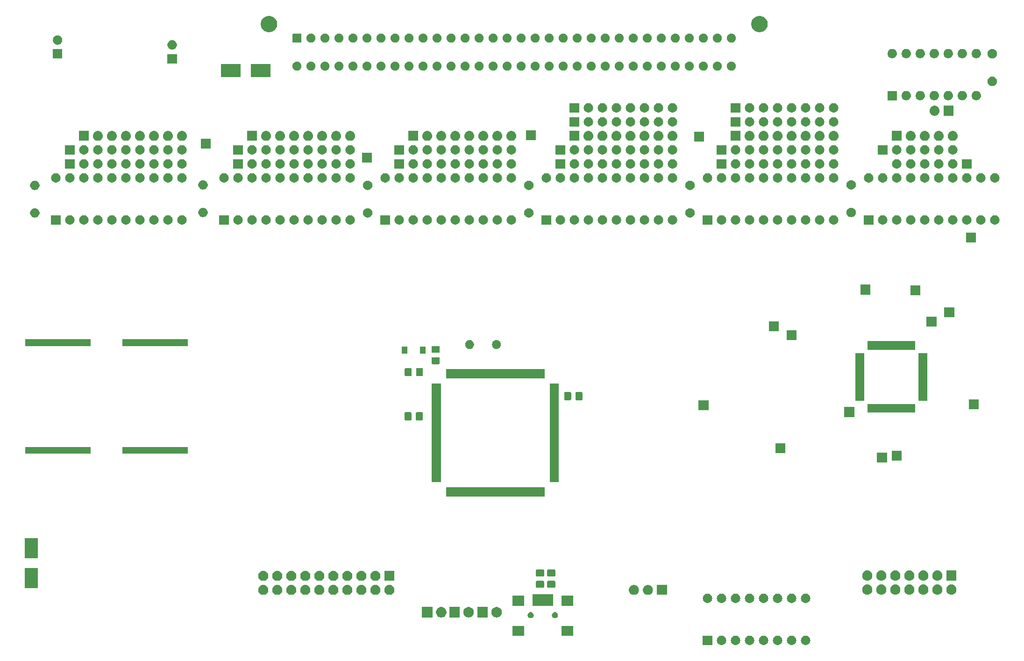
<source format=gbr>
G04 #@! TF.GenerationSoftware,KiCad,Pcbnew,5.0.2-bee76a0~70~ubuntu16.04.1*
G04 #@! TF.CreationDate,2021-12-22T21:49:15+01:00*
G04 #@! TF.ProjectId,IPCMemoryExpansionBoard,4950434d-656d-46f7-9279-457870616e73,rev?*
G04 #@! TF.SameCoordinates,Original*
G04 #@! TF.FileFunction,Soldermask,Top*
G04 #@! TF.FilePolarity,Negative*
%FSLAX46Y46*%
G04 Gerber Fmt 4.6, Leading zero omitted, Abs format (unit mm)*
G04 Created by KiCad (PCBNEW 5.0.2-bee76a0~70~ubuntu16.04.1) date ons 22 dec 2021 21:49:15*
%MOMM*%
%LPD*%
G01*
G04 APERTURE LIST*
%ADD10C,0.100000*%
G04 APERTURE END LIST*
D10*
G36*
X175426821Y-143306313D02*
X175426824Y-143306314D01*
X175426825Y-143306314D01*
X175587239Y-143354975D01*
X175587241Y-143354976D01*
X175587244Y-143354977D01*
X175735078Y-143433995D01*
X175864659Y-143540341D01*
X175971005Y-143669922D01*
X176050023Y-143817756D01*
X176098687Y-143978179D01*
X176115117Y-144145000D01*
X176098687Y-144311821D01*
X176050023Y-144472244D01*
X175971005Y-144620078D01*
X175864659Y-144749659D01*
X175735078Y-144856005D01*
X175587244Y-144935023D01*
X175587241Y-144935024D01*
X175587239Y-144935025D01*
X175426825Y-144983686D01*
X175426824Y-144983686D01*
X175426821Y-144983687D01*
X175301804Y-144996000D01*
X175218196Y-144996000D01*
X175093179Y-144983687D01*
X175093176Y-144983686D01*
X175093175Y-144983686D01*
X174932761Y-144935025D01*
X174932759Y-144935024D01*
X174932756Y-144935023D01*
X174784922Y-144856005D01*
X174655341Y-144749659D01*
X174548995Y-144620078D01*
X174469977Y-144472244D01*
X174421313Y-144311821D01*
X174404883Y-144145000D01*
X174421313Y-143978179D01*
X174469977Y-143817756D01*
X174548995Y-143669922D01*
X174655341Y-143540341D01*
X174784922Y-143433995D01*
X174932756Y-143354977D01*
X174932759Y-143354976D01*
X174932761Y-143354975D01*
X175093175Y-143306314D01*
X175093176Y-143306314D01*
X175093179Y-143306313D01*
X175218196Y-143294000D01*
X175301804Y-143294000D01*
X175426821Y-143306313D01*
X175426821Y-143306313D01*
G37*
G36*
X172886821Y-143306313D02*
X172886824Y-143306314D01*
X172886825Y-143306314D01*
X173047239Y-143354975D01*
X173047241Y-143354976D01*
X173047244Y-143354977D01*
X173195078Y-143433995D01*
X173324659Y-143540341D01*
X173431005Y-143669922D01*
X173510023Y-143817756D01*
X173558687Y-143978179D01*
X173575117Y-144145000D01*
X173558687Y-144311821D01*
X173510023Y-144472244D01*
X173431005Y-144620078D01*
X173324659Y-144749659D01*
X173195078Y-144856005D01*
X173047244Y-144935023D01*
X173047241Y-144935024D01*
X173047239Y-144935025D01*
X172886825Y-144983686D01*
X172886824Y-144983686D01*
X172886821Y-144983687D01*
X172761804Y-144996000D01*
X172678196Y-144996000D01*
X172553179Y-144983687D01*
X172553176Y-144983686D01*
X172553175Y-144983686D01*
X172392761Y-144935025D01*
X172392759Y-144935024D01*
X172392756Y-144935023D01*
X172244922Y-144856005D01*
X172115341Y-144749659D01*
X172008995Y-144620078D01*
X171929977Y-144472244D01*
X171881313Y-144311821D01*
X171864883Y-144145000D01*
X171881313Y-143978179D01*
X171929977Y-143817756D01*
X172008995Y-143669922D01*
X172115341Y-143540341D01*
X172244922Y-143433995D01*
X172392756Y-143354977D01*
X172392759Y-143354976D01*
X172392761Y-143354975D01*
X172553175Y-143306314D01*
X172553176Y-143306314D01*
X172553179Y-143306313D01*
X172678196Y-143294000D01*
X172761804Y-143294000D01*
X172886821Y-143306313D01*
X172886821Y-143306313D01*
G37*
G36*
X170346821Y-143306313D02*
X170346824Y-143306314D01*
X170346825Y-143306314D01*
X170507239Y-143354975D01*
X170507241Y-143354976D01*
X170507244Y-143354977D01*
X170655078Y-143433995D01*
X170784659Y-143540341D01*
X170891005Y-143669922D01*
X170970023Y-143817756D01*
X171018687Y-143978179D01*
X171035117Y-144145000D01*
X171018687Y-144311821D01*
X170970023Y-144472244D01*
X170891005Y-144620078D01*
X170784659Y-144749659D01*
X170655078Y-144856005D01*
X170507244Y-144935023D01*
X170507241Y-144935024D01*
X170507239Y-144935025D01*
X170346825Y-144983686D01*
X170346824Y-144983686D01*
X170346821Y-144983687D01*
X170221804Y-144996000D01*
X170138196Y-144996000D01*
X170013179Y-144983687D01*
X170013176Y-144983686D01*
X170013175Y-144983686D01*
X169852761Y-144935025D01*
X169852759Y-144935024D01*
X169852756Y-144935023D01*
X169704922Y-144856005D01*
X169575341Y-144749659D01*
X169468995Y-144620078D01*
X169389977Y-144472244D01*
X169341313Y-144311821D01*
X169324883Y-144145000D01*
X169341313Y-143978179D01*
X169389977Y-143817756D01*
X169468995Y-143669922D01*
X169575341Y-143540341D01*
X169704922Y-143433995D01*
X169852756Y-143354977D01*
X169852759Y-143354976D01*
X169852761Y-143354975D01*
X170013175Y-143306314D01*
X170013176Y-143306314D01*
X170013179Y-143306313D01*
X170138196Y-143294000D01*
X170221804Y-143294000D01*
X170346821Y-143306313D01*
X170346821Y-143306313D01*
G37*
G36*
X167806821Y-143306313D02*
X167806824Y-143306314D01*
X167806825Y-143306314D01*
X167967239Y-143354975D01*
X167967241Y-143354976D01*
X167967244Y-143354977D01*
X168115078Y-143433995D01*
X168244659Y-143540341D01*
X168351005Y-143669922D01*
X168430023Y-143817756D01*
X168478687Y-143978179D01*
X168495117Y-144145000D01*
X168478687Y-144311821D01*
X168430023Y-144472244D01*
X168351005Y-144620078D01*
X168244659Y-144749659D01*
X168115078Y-144856005D01*
X167967244Y-144935023D01*
X167967241Y-144935024D01*
X167967239Y-144935025D01*
X167806825Y-144983686D01*
X167806824Y-144983686D01*
X167806821Y-144983687D01*
X167681804Y-144996000D01*
X167598196Y-144996000D01*
X167473179Y-144983687D01*
X167473176Y-144983686D01*
X167473175Y-144983686D01*
X167312761Y-144935025D01*
X167312759Y-144935024D01*
X167312756Y-144935023D01*
X167164922Y-144856005D01*
X167035341Y-144749659D01*
X166928995Y-144620078D01*
X166849977Y-144472244D01*
X166801313Y-144311821D01*
X166784883Y-144145000D01*
X166801313Y-143978179D01*
X166849977Y-143817756D01*
X166928995Y-143669922D01*
X167035341Y-143540341D01*
X167164922Y-143433995D01*
X167312756Y-143354977D01*
X167312759Y-143354976D01*
X167312761Y-143354975D01*
X167473175Y-143306314D01*
X167473176Y-143306314D01*
X167473179Y-143306313D01*
X167598196Y-143294000D01*
X167681804Y-143294000D01*
X167806821Y-143306313D01*
X167806821Y-143306313D01*
G37*
G36*
X165266821Y-143306313D02*
X165266824Y-143306314D01*
X165266825Y-143306314D01*
X165427239Y-143354975D01*
X165427241Y-143354976D01*
X165427244Y-143354977D01*
X165575078Y-143433995D01*
X165704659Y-143540341D01*
X165811005Y-143669922D01*
X165890023Y-143817756D01*
X165938687Y-143978179D01*
X165955117Y-144145000D01*
X165938687Y-144311821D01*
X165890023Y-144472244D01*
X165811005Y-144620078D01*
X165704659Y-144749659D01*
X165575078Y-144856005D01*
X165427244Y-144935023D01*
X165427241Y-144935024D01*
X165427239Y-144935025D01*
X165266825Y-144983686D01*
X165266824Y-144983686D01*
X165266821Y-144983687D01*
X165141804Y-144996000D01*
X165058196Y-144996000D01*
X164933179Y-144983687D01*
X164933176Y-144983686D01*
X164933175Y-144983686D01*
X164772761Y-144935025D01*
X164772759Y-144935024D01*
X164772756Y-144935023D01*
X164624922Y-144856005D01*
X164495341Y-144749659D01*
X164388995Y-144620078D01*
X164309977Y-144472244D01*
X164261313Y-144311821D01*
X164244883Y-144145000D01*
X164261313Y-143978179D01*
X164309977Y-143817756D01*
X164388995Y-143669922D01*
X164495341Y-143540341D01*
X164624922Y-143433995D01*
X164772756Y-143354977D01*
X164772759Y-143354976D01*
X164772761Y-143354975D01*
X164933175Y-143306314D01*
X164933176Y-143306314D01*
X164933179Y-143306313D01*
X165058196Y-143294000D01*
X165141804Y-143294000D01*
X165266821Y-143306313D01*
X165266821Y-143306313D01*
G37*
G36*
X160186821Y-143306313D02*
X160186824Y-143306314D01*
X160186825Y-143306314D01*
X160347239Y-143354975D01*
X160347241Y-143354976D01*
X160347244Y-143354977D01*
X160495078Y-143433995D01*
X160624659Y-143540341D01*
X160731005Y-143669922D01*
X160810023Y-143817756D01*
X160858687Y-143978179D01*
X160875117Y-144145000D01*
X160858687Y-144311821D01*
X160810023Y-144472244D01*
X160731005Y-144620078D01*
X160624659Y-144749659D01*
X160495078Y-144856005D01*
X160347244Y-144935023D01*
X160347241Y-144935024D01*
X160347239Y-144935025D01*
X160186825Y-144983686D01*
X160186824Y-144983686D01*
X160186821Y-144983687D01*
X160061804Y-144996000D01*
X159978196Y-144996000D01*
X159853179Y-144983687D01*
X159853176Y-144983686D01*
X159853175Y-144983686D01*
X159692761Y-144935025D01*
X159692759Y-144935024D01*
X159692756Y-144935023D01*
X159544922Y-144856005D01*
X159415341Y-144749659D01*
X159308995Y-144620078D01*
X159229977Y-144472244D01*
X159181313Y-144311821D01*
X159164883Y-144145000D01*
X159181313Y-143978179D01*
X159229977Y-143817756D01*
X159308995Y-143669922D01*
X159415341Y-143540341D01*
X159544922Y-143433995D01*
X159692756Y-143354977D01*
X159692759Y-143354976D01*
X159692761Y-143354975D01*
X159853175Y-143306314D01*
X159853176Y-143306314D01*
X159853179Y-143306313D01*
X159978196Y-143294000D01*
X160061804Y-143294000D01*
X160186821Y-143306313D01*
X160186821Y-143306313D01*
G37*
G36*
X158331000Y-144996000D02*
X156629000Y-144996000D01*
X156629000Y-143294000D01*
X158331000Y-143294000D01*
X158331000Y-144996000D01*
X158331000Y-144996000D01*
G37*
G36*
X162726821Y-143306313D02*
X162726824Y-143306314D01*
X162726825Y-143306314D01*
X162887239Y-143354975D01*
X162887241Y-143354976D01*
X162887244Y-143354977D01*
X163035078Y-143433995D01*
X163164659Y-143540341D01*
X163271005Y-143669922D01*
X163350023Y-143817756D01*
X163398687Y-143978179D01*
X163415117Y-144145000D01*
X163398687Y-144311821D01*
X163350023Y-144472244D01*
X163271005Y-144620078D01*
X163164659Y-144749659D01*
X163035078Y-144856005D01*
X162887244Y-144935023D01*
X162887241Y-144935024D01*
X162887239Y-144935025D01*
X162726825Y-144983686D01*
X162726824Y-144983686D01*
X162726821Y-144983687D01*
X162601804Y-144996000D01*
X162518196Y-144996000D01*
X162393179Y-144983687D01*
X162393176Y-144983686D01*
X162393175Y-144983686D01*
X162232761Y-144935025D01*
X162232759Y-144935024D01*
X162232756Y-144935023D01*
X162084922Y-144856005D01*
X161955341Y-144749659D01*
X161848995Y-144620078D01*
X161769977Y-144472244D01*
X161721313Y-144311821D01*
X161704883Y-144145000D01*
X161721313Y-143978179D01*
X161769977Y-143817756D01*
X161848995Y-143669922D01*
X161955341Y-143540341D01*
X162084922Y-143433995D01*
X162232756Y-143354977D01*
X162232759Y-143354976D01*
X162232761Y-143354975D01*
X162393175Y-143306314D01*
X162393176Y-143306314D01*
X162393179Y-143306313D01*
X162518196Y-143294000D01*
X162601804Y-143294000D01*
X162726821Y-143306313D01*
X162726821Y-143306313D01*
G37*
G36*
X133136000Y-143324000D02*
X131034000Y-143324000D01*
X131034000Y-141522000D01*
X133136000Y-141522000D01*
X133136000Y-143324000D01*
X133136000Y-143324000D01*
G37*
G36*
X124236000Y-143324000D02*
X122134000Y-143324000D01*
X122134000Y-141522000D01*
X124236000Y-141522000D01*
X124236000Y-143324000D01*
X124236000Y-143324000D01*
G37*
G36*
X125595721Y-139043174D02*
X125695995Y-139084709D01*
X125786245Y-139145012D01*
X125862988Y-139221755D01*
X125923291Y-139312005D01*
X125964826Y-139412279D01*
X125986000Y-139518730D01*
X125986000Y-139627270D01*
X125964826Y-139733721D01*
X125923291Y-139833995D01*
X125862988Y-139924245D01*
X125786245Y-140000988D01*
X125695995Y-140061291D01*
X125595721Y-140102826D01*
X125489270Y-140124000D01*
X125380730Y-140124000D01*
X125274279Y-140102826D01*
X125174005Y-140061291D01*
X125083755Y-140000988D01*
X125007012Y-139924245D01*
X124946709Y-139833995D01*
X124905174Y-139733721D01*
X124884000Y-139627270D01*
X124884000Y-139518730D01*
X124905174Y-139412279D01*
X124946709Y-139312005D01*
X125007012Y-139221755D01*
X125083755Y-139145012D01*
X125174005Y-139084709D01*
X125274279Y-139043174D01*
X125380730Y-139022000D01*
X125489270Y-139022000D01*
X125595721Y-139043174D01*
X125595721Y-139043174D01*
G37*
G36*
X129995721Y-139043174D02*
X130095995Y-139084709D01*
X130186245Y-139145012D01*
X130262988Y-139221755D01*
X130323291Y-139312005D01*
X130364826Y-139412279D01*
X130386000Y-139518730D01*
X130386000Y-139627270D01*
X130364826Y-139733721D01*
X130323291Y-139833995D01*
X130262988Y-139924245D01*
X130186245Y-140000988D01*
X130095995Y-140061291D01*
X129995721Y-140102826D01*
X129889270Y-140124000D01*
X129780730Y-140124000D01*
X129674279Y-140102826D01*
X129574005Y-140061291D01*
X129483755Y-140000988D01*
X129407012Y-139924245D01*
X129346709Y-139833995D01*
X129305174Y-139733721D01*
X129284000Y-139627270D01*
X129284000Y-139518730D01*
X129305174Y-139412279D01*
X129346709Y-139312005D01*
X129407012Y-139221755D01*
X129483755Y-139145012D01*
X129574005Y-139084709D01*
X129674279Y-139043174D01*
X129780730Y-139022000D01*
X129889270Y-139022000D01*
X129995721Y-139043174D01*
X129995721Y-139043174D01*
G37*
G36*
X107631000Y-140016000D02*
X105729000Y-140016000D01*
X105729000Y-138114000D01*
X107631000Y-138114000D01*
X107631000Y-140016000D01*
X107631000Y-140016000D01*
G37*
G36*
X119530396Y-138150546D02*
X119703466Y-138222234D01*
X119859230Y-138326312D01*
X119991688Y-138458770D01*
X120095766Y-138614534D01*
X120167454Y-138787604D01*
X120204000Y-138971333D01*
X120204000Y-139158667D01*
X120167454Y-139342396D01*
X120095766Y-139515466D01*
X119991688Y-139671230D01*
X119859230Y-139803688D01*
X119703466Y-139907766D01*
X119530396Y-139979454D01*
X119346667Y-140016000D01*
X119159333Y-140016000D01*
X118975604Y-139979454D01*
X118802534Y-139907766D01*
X118646770Y-139803688D01*
X118514312Y-139671230D01*
X118410234Y-139515466D01*
X118338546Y-139342396D01*
X118302000Y-139158667D01*
X118302000Y-138971333D01*
X118338546Y-138787604D01*
X118410234Y-138614534D01*
X118514312Y-138458770D01*
X118646770Y-138326312D01*
X118802534Y-138222234D01*
X118975604Y-138150546D01*
X119159333Y-138114000D01*
X119346667Y-138114000D01*
X119530396Y-138150546D01*
X119530396Y-138150546D01*
G37*
G36*
X117664000Y-140016000D02*
X115762000Y-140016000D01*
X115762000Y-138114000D01*
X117664000Y-138114000D01*
X117664000Y-140016000D01*
X117664000Y-140016000D01*
G37*
G36*
X114450396Y-138150546D02*
X114623466Y-138222234D01*
X114779230Y-138326312D01*
X114911688Y-138458770D01*
X115015766Y-138614534D01*
X115087454Y-138787604D01*
X115124000Y-138971333D01*
X115124000Y-139158667D01*
X115087454Y-139342396D01*
X115015766Y-139515466D01*
X114911688Y-139671230D01*
X114779230Y-139803688D01*
X114623466Y-139907766D01*
X114450396Y-139979454D01*
X114266667Y-140016000D01*
X114079333Y-140016000D01*
X113895604Y-139979454D01*
X113722534Y-139907766D01*
X113566770Y-139803688D01*
X113434312Y-139671230D01*
X113330234Y-139515466D01*
X113258546Y-139342396D01*
X113222000Y-139158667D01*
X113222000Y-138971333D01*
X113258546Y-138787604D01*
X113330234Y-138614534D01*
X113434312Y-138458770D01*
X113566770Y-138326312D01*
X113722534Y-138222234D01*
X113895604Y-138150546D01*
X114079333Y-138114000D01*
X114266667Y-138114000D01*
X114450396Y-138150546D01*
X114450396Y-138150546D01*
G37*
G36*
X109497396Y-138150546D02*
X109670466Y-138222234D01*
X109826230Y-138326312D01*
X109958688Y-138458770D01*
X110062766Y-138614534D01*
X110134454Y-138787604D01*
X110171000Y-138971333D01*
X110171000Y-139158667D01*
X110134454Y-139342396D01*
X110062766Y-139515466D01*
X109958688Y-139671230D01*
X109826230Y-139803688D01*
X109670466Y-139907766D01*
X109497396Y-139979454D01*
X109313667Y-140016000D01*
X109126333Y-140016000D01*
X108942604Y-139979454D01*
X108769534Y-139907766D01*
X108613770Y-139803688D01*
X108481312Y-139671230D01*
X108377234Y-139515466D01*
X108305546Y-139342396D01*
X108269000Y-139158667D01*
X108269000Y-138971333D01*
X108305546Y-138787604D01*
X108377234Y-138614534D01*
X108481312Y-138458770D01*
X108613770Y-138326312D01*
X108769534Y-138222234D01*
X108942604Y-138150546D01*
X109126333Y-138114000D01*
X109313667Y-138114000D01*
X109497396Y-138150546D01*
X109497396Y-138150546D01*
G37*
G36*
X112584000Y-140016000D02*
X110682000Y-140016000D01*
X110682000Y-138114000D01*
X112584000Y-138114000D01*
X112584000Y-140016000D01*
X112584000Y-140016000D01*
G37*
G36*
X129536000Y-137924000D02*
X125734000Y-137924000D01*
X125734000Y-135822000D01*
X129536000Y-135822000D01*
X129536000Y-137924000D01*
X129536000Y-137924000D01*
G37*
G36*
X124236000Y-137874000D02*
X122134000Y-137874000D01*
X122134000Y-136072000D01*
X124236000Y-136072000D01*
X124236000Y-137874000D01*
X124236000Y-137874000D01*
G37*
G36*
X133136000Y-137874000D02*
X131034000Y-137874000D01*
X131034000Y-136072000D01*
X133136000Y-136072000D01*
X133136000Y-137874000D01*
X133136000Y-137874000D01*
G37*
G36*
X167806821Y-135686313D02*
X167806824Y-135686314D01*
X167806825Y-135686314D01*
X167967239Y-135734975D01*
X167967241Y-135734976D01*
X167967244Y-135734977D01*
X168115078Y-135813995D01*
X168244659Y-135920341D01*
X168351005Y-136049922D01*
X168430023Y-136197756D01*
X168478687Y-136358179D01*
X168495117Y-136525000D01*
X168478687Y-136691821D01*
X168430023Y-136852244D01*
X168351005Y-137000078D01*
X168244659Y-137129659D01*
X168115078Y-137236005D01*
X167967244Y-137315023D01*
X167967241Y-137315024D01*
X167967239Y-137315025D01*
X167806825Y-137363686D01*
X167806824Y-137363686D01*
X167806821Y-137363687D01*
X167681804Y-137376000D01*
X167598196Y-137376000D01*
X167473179Y-137363687D01*
X167473176Y-137363686D01*
X167473175Y-137363686D01*
X167312761Y-137315025D01*
X167312759Y-137315024D01*
X167312756Y-137315023D01*
X167164922Y-137236005D01*
X167035341Y-137129659D01*
X166928995Y-137000078D01*
X166849977Y-136852244D01*
X166801313Y-136691821D01*
X166784883Y-136525000D01*
X166801313Y-136358179D01*
X166849977Y-136197756D01*
X166928995Y-136049922D01*
X167035341Y-135920341D01*
X167164922Y-135813995D01*
X167312756Y-135734977D01*
X167312759Y-135734976D01*
X167312761Y-135734975D01*
X167473175Y-135686314D01*
X167473176Y-135686314D01*
X167473179Y-135686313D01*
X167598196Y-135674000D01*
X167681804Y-135674000D01*
X167806821Y-135686313D01*
X167806821Y-135686313D01*
G37*
G36*
X157646821Y-135686313D02*
X157646824Y-135686314D01*
X157646825Y-135686314D01*
X157807239Y-135734975D01*
X157807241Y-135734976D01*
X157807244Y-135734977D01*
X157955078Y-135813995D01*
X158084659Y-135920341D01*
X158191005Y-136049922D01*
X158270023Y-136197756D01*
X158318687Y-136358179D01*
X158335117Y-136525000D01*
X158318687Y-136691821D01*
X158270023Y-136852244D01*
X158191005Y-137000078D01*
X158084659Y-137129659D01*
X157955078Y-137236005D01*
X157807244Y-137315023D01*
X157807241Y-137315024D01*
X157807239Y-137315025D01*
X157646825Y-137363686D01*
X157646824Y-137363686D01*
X157646821Y-137363687D01*
X157521804Y-137376000D01*
X157438196Y-137376000D01*
X157313179Y-137363687D01*
X157313176Y-137363686D01*
X157313175Y-137363686D01*
X157152761Y-137315025D01*
X157152759Y-137315024D01*
X157152756Y-137315023D01*
X157004922Y-137236005D01*
X156875341Y-137129659D01*
X156768995Y-137000078D01*
X156689977Y-136852244D01*
X156641313Y-136691821D01*
X156624883Y-136525000D01*
X156641313Y-136358179D01*
X156689977Y-136197756D01*
X156768995Y-136049922D01*
X156875341Y-135920341D01*
X157004922Y-135813995D01*
X157152756Y-135734977D01*
X157152759Y-135734976D01*
X157152761Y-135734975D01*
X157313175Y-135686314D01*
X157313176Y-135686314D01*
X157313179Y-135686313D01*
X157438196Y-135674000D01*
X157521804Y-135674000D01*
X157646821Y-135686313D01*
X157646821Y-135686313D01*
G37*
G36*
X175426821Y-135686313D02*
X175426824Y-135686314D01*
X175426825Y-135686314D01*
X175587239Y-135734975D01*
X175587241Y-135734976D01*
X175587244Y-135734977D01*
X175735078Y-135813995D01*
X175864659Y-135920341D01*
X175971005Y-136049922D01*
X176050023Y-136197756D01*
X176098687Y-136358179D01*
X176115117Y-136525000D01*
X176098687Y-136691821D01*
X176050023Y-136852244D01*
X175971005Y-137000078D01*
X175864659Y-137129659D01*
X175735078Y-137236005D01*
X175587244Y-137315023D01*
X175587241Y-137315024D01*
X175587239Y-137315025D01*
X175426825Y-137363686D01*
X175426824Y-137363686D01*
X175426821Y-137363687D01*
X175301804Y-137376000D01*
X175218196Y-137376000D01*
X175093179Y-137363687D01*
X175093176Y-137363686D01*
X175093175Y-137363686D01*
X174932761Y-137315025D01*
X174932759Y-137315024D01*
X174932756Y-137315023D01*
X174784922Y-137236005D01*
X174655341Y-137129659D01*
X174548995Y-137000078D01*
X174469977Y-136852244D01*
X174421313Y-136691821D01*
X174404883Y-136525000D01*
X174421313Y-136358179D01*
X174469977Y-136197756D01*
X174548995Y-136049922D01*
X174655341Y-135920341D01*
X174784922Y-135813995D01*
X174932756Y-135734977D01*
X174932759Y-135734976D01*
X174932761Y-135734975D01*
X175093175Y-135686314D01*
X175093176Y-135686314D01*
X175093179Y-135686313D01*
X175218196Y-135674000D01*
X175301804Y-135674000D01*
X175426821Y-135686313D01*
X175426821Y-135686313D01*
G37*
G36*
X170346821Y-135686313D02*
X170346824Y-135686314D01*
X170346825Y-135686314D01*
X170507239Y-135734975D01*
X170507241Y-135734976D01*
X170507244Y-135734977D01*
X170655078Y-135813995D01*
X170784659Y-135920341D01*
X170891005Y-136049922D01*
X170970023Y-136197756D01*
X171018687Y-136358179D01*
X171035117Y-136525000D01*
X171018687Y-136691821D01*
X170970023Y-136852244D01*
X170891005Y-137000078D01*
X170784659Y-137129659D01*
X170655078Y-137236005D01*
X170507244Y-137315023D01*
X170507241Y-137315024D01*
X170507239Y-137315025D01*
X170346825Y-137363686D01*
X170346824Y-137363686D01*
X170346821Y-137363687D01*
X170221804Y-137376000D01*
X170138196Y-137376000D01*
X170013179Y-137363687D01*
X170013176Y-137363686D01*
X170013175Y-137363686D01*
X169852761Y-137315025D01*
X169852759Y-137315024D01*
X169852756Y-137315023D01*
X169704922Y-137236005D01*
X169575341Y-137129659D01*
X169468995Y-137000078D01*
X169389977Y-136852244D01*
X169341313Y-136691821D01*
X169324883Y-136525000D01*
X169341313Y-136358179D01*
X169389977Y-136197756D01*
X169468995Y-136049922D01*
X169575341Y-135920341D01*
X169704922Y-135813995D01*
X169852756Y-135734977D01*
X169852759Y-135734976D01*
X169852761Y-135734975D01*
X170013175Y-135686314D01*
X170013176Y-135686314D01*
X170013179Y-135686313D01*
X170138196Y-135674000D01*
X170221804Y-135674000D01*
X170346821Y-135686313D01*
X170346821Y-135686313D01*
G37*
G36*
X160186821Y-135686313D02*
X160186824Y-135686314D01*
X160186825Y-135686314D01*
X160347239Y-135734975D01*
X160347241Y-135734976D01*
X160347244Y-135734977D01*
X160495078Y-135813995D01*
X160624659Y-135920341D01*
X160731005Y-136049922D01*
X160810023Y-136197756D01*
X160858687Y-136358179D01*
X160875117Y-136525000D01*
X160858687Y-136691821D01*
X160810023Y-136852244D01*
X160731005Y-137000078D01*
X160624659Y-137129659D01*
X160495078Y-137236005D01*
X160347244Y-137315023D01*
X160347241Y-137315024D01*
X160347239Y-137315025D01*
X160186825Y-137363686D01*
X160186824Y-137363686D01*
X160186821Y-137363687D01*
X160061804Y-137376000D01*
X159978196Y-137376000D01*
X159853179Y-137363687D01*
X159853176Y-137363686D01*
X159853175Y-137363686D01*
X159692761Y-137315025D01*
X159692759Y-137315024D01*
X159692756Y-137315023D01*
X159544922Y-137236005D01*
X159415341Y-137129659D01*
X159308995Y-137000078D01*
X159229977Y-136852244D01*
X159181313Y-136691821D01*
X159164883Y-136525000D01*
X159181313Y-136358179D01*
X159229977Y-136197756D01*
X159308995Y-136049922D01*
X159415341Y-135920341D01*
X159544922Y-135813995D01*
X159692756Y-135734977D01*
X159692759Y-135734976D01*
X159692761Y-135734975D01*
X159853175Y-135686314D01*
X159853176Y-135686314D01*
X159853179Y-135686313D01*
X159978196Y-135674000D01*
X160061804Y-135674000D01*
X160186821Y-135686313D01*
X160186821Y-135686313D01*
G37*
G36*
X172886821Y-135686313D02*
X172886824Y-135686314D01*
X172886825Y-135686314D01*
X173047239Y-135734975D01*
X173047241Y-135734976D01*
X173047244Y-135734977D01*
X173195078Y-135813995D01*
X173324659Y-135920341D01*
X173431005Y-136049922D01*
X173510023Y-136197756D01*
X173558687Y-136358179D01*
X173575117Y-136525000D01*
X173558687Y-136691821D01*
X173510023Y-136852244D01*
X173431005Y-137000078D01*
X173324659Y-137129659D01*
X173195078Y-137236005D01*
X173047244Y-137315023D01*
X173047241Y-137315024D01*
X173047239Y-137315025D01*
X172886825Y-137363686D01*
X172886824Y-137363686D01*
X172886821Y-137363687D01*
X172761804Y-137376000D01*
X172678196Y-137376000D01*
X172553179Y-137363687D01*
X172553176Y-137363686D01*
X172553175Y-137363686D01*
X172392761Y-137315025D01*
X172392759Y-137315024D01*
X172392756Y-137315023D01*
X172244922Y-137236005D01*
X172115341Y-137129659D01*
X172008995Y-137000078D01*
X171929977Y-136852244D01*
X171881313Y-136691821D01*
X171864883Y-136525000D01*
X171881313Y-136358179D01*
X171929977Y-136197756D01*
X172008995Y-136049922D01*
X172115341Y-135920341D01*
X172244922Y-135813995D01*
X172392756Y-135734977D01*
X172392759Y-135734976D01*
X172392761Y-135734975D01*
X172553175Y-135686314D01*
X172553176Y-135686314D01*
X172553179Y-135686313D01*
X172678196Y-135674000D01*
X172761804Y-135674000D01*
X172886821Y-135686313D01*
X172886821Y-135686313D01*
G37*
G36*
X165266821Y-135686313D02*
X165266824Y-135686314D01*
X165266825Y-135686314D01*
X165427239Y-135734975D01*
X165427241Y-135734976D01*
X165427244Y-135734977D01*
X165575078Y-135813995D01*
X165704659Y-135920341D01*
X165811005Y-136049922D01*
X165890023Y-136197756D01*
X165938687Y-136358179D01*
X165955117Y-136525000D01*
X165938687Y-136691821D01*
X165890023Y-136852244D01*
X165811005Y-137000078D01*
X165704659Y-137129659D01*
X165575078Y-137236005D01*
X165427244Y-137315023D01*
X165427241Y-137315024D01*
X165427239Y-137315025D01*
X165266825Y-137363686D01*
X165266824Y-137363686D01*
X165266821Y-137363687D01*
X165141804Y-137376000D01*
X165058196Y-137376000D01*
X164933179Y-137363687D01*
X164933176Y-137363686D01*
X164933175Y-137363686D01*
X164772761Y-137315025D01*
X164772759Y-137315024D01*
X164772756Y-137315023D01*
X164624922Y-137236005D01*
X164495341Y-137129659D01*
X164388995Y-137000078D01*
X164309977Y-136852244D01*
X164261313Y-136691821D01*
X164244883Y-136525000D01*
X164261313Y-136358179D01*
X164309977Y-136197756D01*
X164388995Y-136049922D01*
X164495341Y-135920341D01*
X164624922Y-135813995D01*
X164772756Y-135734977D01*
X164772759Y-135734976D01*
X164772761Y-135734975D01*
X164933175Y-135686314D01*
X164933176Y-135686314D01*
X164933179Y-135686313D01*
X165058196Y-135674000D01*
X165141804Y-135674000D01*
X165266821Y-135686313D01*
X165266821Y-135686313D01*
G37*
G36*
X162726821Y-135686313D02*
X162726824Y-135686314D01*
X162726825Y-135686314D01*
X162887239Y-135734975D01*
X162887241Y-135734976D01*
X162887244Y-135734977D01*
X163035078Y-135813995D01*
X163164659Y-135920341D01*
X163271005Y-136049922D01*
X163350023Y-136197756D01*
X163398687Y-136358179D01*
X163415117Y-136525000D01*
X163398687Y-136691821D01*
X163350023Y-136852244D01*
X163271005Y-137000078D01*
X163164659Y-137129659D01*
X163035078Y-137236005D01*
X162887244Y-137315023D01*
X162887241Y-137315024D01*
X162887239Y-137315025D01*
X162726825Y-137363686D01*
X162726824Y-137363686D01*
X162726821Y-137363687D01*
X162601804Y-137376000D01*
X162518196Y-137376000D01*
X162393179Y-137363687D01*
X162393176Y-137363686D01*
X162393175Y-137363686D01*
X162232761Y-137315025D01*
X162232759Y-137315024D01*
X162232756Y-137315023D01*
X162084922Y-137236005D01*
X161955341Y-137129659D01*
X161848995Y-137000078D01*
X161769977Y-136852244D01*
X161721313Y-136691821D01*
X161704883Y-136525000D01*
X161721313Y-136358179D01*
X161769977Y-136197756D01*
X161848995Y-136049922D01*
X161955341Y-135920341D01*
X162084922Y-135813995D01*
X162232756Y-135734977D01*
X162232759Y-135734976D01*
X162232761Y-135734975D01*
X162393175Y-135686314D01*
X162393176Y-135686314D01*
X162393179Y-135686313D01*
X162518196Y-135674000D01*
X162601804Y-135674000D01*
X162726821Y-135686313D01*
X162726821Y-135686313D01*
G37*
G36*
X84761294Y-134099633D02*
X84933694Y-134151931D01*
X84933696Y-134151932D01*
X85092583Y-134236859D01*
X85231849Y-134351151D01*
X85346141Y-134490417D01*
X85408207Y-134606535D01*
X85431069Y-134649306D01*
X85483367Y-134821706D01*
X85501025Y-135001000D01*
X85483367Y-135180294D01*
X85432958Y-135346466D01*
X85431068Y-135352696D01*
X85346141Y-135511583D01*
X85231849Y-135650849D01*
X85092583Y-135765141D01*
X84949976Y-135841366D01*
X84933694Y-135850069D01*
X84761294Y-135902367D01*
X84626931Y-135915600D01*
X84537069Y-135915600D01*
X84402706Y-135902367D01*
X84230306Y-135850069D01*
X84214024Y-135841366D01*
X84071417Y-135765141D01*
X83932151Y-135650849D01*
X83817859Y-135511583D01*
X83732932Y-135352696D01*
X83731042Y-135346466D01*
X83680633Y-135180294D01*
X83662975Y-135001000D01*
X83680633Y-134821706D01*
X83732931Y-134649306D01*
X83755793Y-134606535D01*
X83817859Y-134490417D01*
X83932151Y-134351151D01*
X84071417Y-134236859D01*
X84230304Y-134151932D01*
X84230306Y-134151931D01*
X84402706Y-134099633D01*
X84537069Y-134086400D01*
X84626931Y-134086400D01*
X84761294Y-134099633D01*
X84761294Y-134099633D01*
G37*
G36*
X82221294Y-134099633D02*
X82393694Y-134151931D01*
X82393696Y-134151932D01*
X82552583Y-134236859D01*
X82691849Y-134351151D01*
X82806141Y-134490417D01*
X82868207Y-134606535D01*
X82891069Y-134649306D01*
X82943367Y-134821706D01*
X82961025Y-135001000D01*
X82943367Y-135180294D01*
X82892958Y-135346466D01*
X82891068Y-135352696D01*
X82806141Y-135511583D01*
X82691849Y-135650849D01*
X82552583Y-135765141D01*
X82409976Y-135841366D01*
X82393694Y-135850069D01*
X82221294Y-135902367D01*
X82086931Y-135915600D01*
X81997069Y-135915600D01*
X81862706Y-135902367D01*
X81690306Y-135850069D01*
X81674024Y-135841366D01*
X81531417Y-135765141D01*
X81392151Y-135650849D01*
X81277859Y-135511583D01*
X81192932Y-135352696D01*
X81191042Y-135346466D01*
X81140633Y-135180294D01*
X81122975Y-135001000D01*
X81140633Y-134821706D01*
X81192931Y-134649306D01*
X81215793Y-134606535D01*
X81277859Y-134490417D01*
X81392151Y-134351151D01*
X81531417Y-134236859D01*
X81690304Y-134151932D01*
X81690306Y-134151931D01*
X81862706Y-134099633D01*
X81997069Y-134086400D01*
X82086931Y-134086400D01*
X82221294Y-134099633D01*
X82221294Y-134099633D01*
G37*
G36*
X89841294Y-134099633D02*
X90013694Y-134151931D01*
X90013696Y-134151932D01*
X90172583Y-134236859D01*
X90311849Y-134351151D01*
X90426141Y-134490417D01*
X90488207Y-134606535D01*
X90511069Y-134649306D01*
X90563367Y-134821706D01*
X90581025Y-135001000D01*
X90563367Y-135180294D01*
X90512958Y-135346466D01*
X90511068Y-135352696D01*
X90426141Y-135511583D01*
X90311849Y-135650849D01*
X90172583Y-135765141D01*
X90029976Y-135841366D01*
X90013694Y-135850069D01*
X89841294Y-135902367D01*
X89706931Y-135915600D01*
X89617069Y-135915600D01*
X89482706Y-135902367D01*
X89310306Y-135850069D01*
X89294024Y-135841366D01*
X89151417Y-135765141D01*
X89012151Y-135650849D01*
X88897859Y-135511583D01*
X88812932Y-135352696D01*
X88811042Y-135346466D01*
X88760633Y-135180294D01*
X88742975Y-135001000D01*
X88760633Y-134821706D01*
X88812931Y-134649306D01*
X88835793Y-134606535D01*
X88897859Y-134490417D01*
X89012151Y-134351151D01*
X89151417Y-134236859D01*
X89310304Y-134151932D01*
X89310306Y-134151931D01*
X89482706Y-134099633D01*
X89617069Y-134086400D01*
X89706931Y-134086400D01*
X89841294Y-134099633D01*
X89841294Y-134099633D01*
G37*
G36*
X100001294Y-134099633D02*
X100173694Y-134151931D01*
X100173696Y-134151932D01*
X100332583Y-134236859D01*
X100471849Y-134351151D01*
X100586141Y-134490417D01*
X100648207Y-134606535D01*
X100671069Y-134649306D01*
X100723367Y-134821706D01*
X100741025Y-135001000D01*
X100723367Y-135180294D01*
X100672958Y-135346466D01*
X100671068Y-135352696D01*
X100586141Y-135511583D01*
X100471849Y-135650849D01*
X100332583Y-135765141D01*
X100189976Y-135841366D01*
X100173694Y-135850069D01*
X100001294Y-135902367D01*
X99866931Y-135915600D01*
X99777069Y-135915600D01*
X99642706Y-135902367D01*
X99470306Y-135850069D01*
X99454024Y-135841366D01*
X99311417Y-135765141D01*
X99172151Y-135650849D01*
X99057859Y-135511583D01*
X98972932Y-135352696D01*
X98971042Y-135346466D01*
X98920633Y-135180294D01*
X98902975Y-135001000D01*
X98920633Y-134821706D01*
X98972931Y-134649306D01*
X98995793Y-134606535D01*
X99057859Y-134490417D01*
X99172151Y-134351151D01*
X99311417Y-134236859D01*
X99470304Y-134151932D01*
X99470306Y-134151931D01*
X99642706Y-134099633D01*
X99777069Y-134086400D01*
X99866931Y-134086400D01*
X100001294Y-134099633D01*
X100001294Y-134099633D01*
G37*
G36*
X92381294Y-134099633D02*
X92553694Y-134151931D01*
X92553696Y-134151932D01*
X92712583Y-134236859D01*
X92851849Y-134351151D01*
X92966141Y-134490417D01*
X93028207Y-134606535D01*
X93051069Y-134649306D01*
X93103367Y-134821706D01*
X93121025Y-135001000D01*
X93103367Y-135180294D01*
X93052958Y-135346466D01*
X93051068Y-135352696D01*
X92966141Y-135511583D01*
X92851849Y-135650849D01*
X92712583Y-135765141D01*
X92569976Y-135841366D01*
X92553694Y-135850069D01*
X92381294Y-135902367D01*
X92246931Y-135915600D01*
X92157069Y-135915600D01*
X92022706Y-135902367D01*
X91850306Y-135850069D01*
X91834024Y-135841366D01*
X91691417Y-135765141D01*
X91552151Y-135650849D01*
X91437859Y-135511583D01*
X91352932Y-135352696D01*
X91351042Y-135346466D01*
X91300633Y-135180294D01*
X91282975Y-135001000D01*
X91300633Y-134821706D01*
X91352931Y-134649306D01*
X91375793Y-134606535D01*
X91437859Y-134490417D01*
X91552151Y-134351151D01*
X91691417Y-134236859D01*
X91850304Y-134151932D01*
X91850306Y-134151931D01*
X92022706Y-134099633D01*
X92157069Y-134086400D01*
X92246931Y-134086400D01*
X92381294Y-134099633D01*
X92381294Y-134099633D01*
G37*
G36*
X79681294Y-134099633D02*
X79853694Y-134151931D01*
X79853696Y-134151932D01*
X80012583Y-134236859D01*
X80151849Y-134351151D01*
X80266141Y-134490417D01*
X80328207Y-134606535D01*
X80351069Y-134649306D01*
X80403367Y-134821706D01*
X80421025Y-135001000D01*
X80403367Y-135180294D01*
X80352958Y-135346466D01*
X80351068Y-135352696D01*
X80266141Y-135511583D01*
X80151849Y-135650849D01*
X80012583Y-135765141D01*
X79869976Y-135841366D01*
X79853694Y-135850069D01*
X79681294Y-135902367D01*
X79546931Y-135915600D01*
X79457069Y-135915600D01*
X79322706Y-135902367D01*
X79150306Y-135850069D01*
X79134024Y-135841366D01*
X78991417Y-135765141D01*
X78852151Y-135650849D01*
X78737859Y-135511583D01*
X78652932Y-135352696D01*
X78651042Y-135346466D01*
X78600633Y-135180294D01*
X78582975Y-135001000D01*
X78600633Y-134821706D01*
X78652931Y-134649306D01*
X78675793Y-134606535D01*
X78737859Y-134490417D01*
X78852151Y-134351151D01*
X78991417Y-134236859D01*
X79150304Y-134151932D01*
X79150306Y-134151931D01*
X79322706Y-134099633D01*
X79457069Y-134086400D01*
X79546931Y-134086400D01*
X79681294Y-134099633D01*
X79681294Y-134099633D01*
G37*
G36*
X94921294Y-134099633D02*
X95093694Y-134151931D01*
X95093696Y-134151932D01*
X95252583Y-134236859D01*
X95391849Y-134351151D01*
X95506141Y-134490417D01*
X95568207Y-134606535D01*
X95591069Y-134649306D01*
X95643367Y-134821706D01*
X95661025Y-135001000D01*
X95643367Y-135180294D01*
X95592958Y-135346466D01*
X95591068Y-135352696D01*
X95506141Y-135511583D01*
X95391849Y-135650849D01*
X95252583Y-135765141D01*
X95109976Y-135841366D01*
X95093694Y-135850069D01*
X94921294Y-135902367D01*
X94786931Y-135915600D01*
X94697069Y-135915600D01*
X94562706Y-135902367D01*
X94390306Y-135850069D01*
X94374024Y-135841366D01*
X94231417Y-135765141D01*
X94092151Y-135650849D01*
X93977859Y-135511583D01*
X93892932Y-135352696D01*
X93891042Y-135346466D01*
X93840633Y-135180294D01*
X93822975Y-135001000D01*
X93840633Y-134821706D01*
X93892931Y-134649306D01*
X93915793Y-134606535D01*
X93977859Y-134490417D01*
X94092151Y-134351151D01*
X94231417Y-134236859D01*
X94390304Y-134151932D01*
X94390306Y-134151931D01*
X94562706Y-134099633D01*
X94697069Y-134086400D01*
X94786931Y-134086400D01*
X94921294Y-134099633D01*
X94921294Y-134099633D01*
G37*
G36*
X77141294Y-134099633D02*
X77313694Y-134151931D01*
X77313696Y-134151932D01*
X77472583Y-134236859D01*
X77611849Y-134351151D01*
X77726141Y-134490417D01*
X77788207Y-134606535D01*
X77811069Y-134649306D01*
X77863367Y-134821706D01*
X77881025Y-135001000D01*
X77863367Y-135180294D01*
X77812958Y-135346466D01*
X77811068Y-135352696D01*
X77726141Y-135511583D01*
X77611849Y-135650849D01*
X77472583Y-135765141D01*
X77329976Y-135841366D01*
X77313694Y-135850069D01*
X77141294Y-135902367D01*
X77006931Y-135915600D01*
X76917069Y-135915600D01*
X76782706Y-135902367D01*
X76610306Y-135850069D01*
X76594024Y-135841366D01*
X76451417Y-135765141D01*
X76312151Y-135650849D01*
X76197859Y-135511583D01*
X76112932Y-135352696D01*
X76111042Y-135346466D01*
X76060633Y-135180294D01*
X76042975Y-135001000D01*
X76060633Y-134821706D01*
X76112931Y-134649306D01*
X76135793Y-134606535D01*
X76197859Y-134490417D01*
X76312151Y-134351151D01*
X76451417Y-134236859D01*
X76610304Y-134151932D01*
X76610306Y-134151931D01*
X76782706Y-134099633D01*
X76917069Y-134086400D01*
X77006931Y-134086400D01*
X77141294Y-134099633D01*
X77141294Y-134099633D01*
G37*
G36*
X97461294Y-134099633D02*
X97633694Y-134151931D01*
X97633696Y-134151932D01*
X97792583Y-134236859D01*
X97931849Y-134351151D01*
X98046141Y-134490417D01*
X98108207Y-134606535D01*
X98131069Y-134649306D01*
X98183367Y-134821706D01*
X98201025Y-135001000D01*
X98183367Y-135180294D01*
X98132958Y-135346466D01*
X98131068Y-135352696D01*
X98046141Y-135511583D01*
X97931849Y-135650849D01*
X97792583Y-135765141D01*
X97649976Y-135841366D01*
X97633694Y-135850069D01*
X97461294Y-135902367D01*
X97326931Y-135915600D01*
X97237069Y-135915600D01*
X97102706Y-135902367D01*
X96930306Y-135850069D01*
X96914024Y-135841366D01*
X96771417Y-135765141D01*
X96632151Y-135650849D01*
X96517859Y-135511583D01*
X96432932Y-135352696D01*
X96431042Y-135346466D01*
X96380633Y-135180294D01*
X96362975Y-135001000D01*
X96380633Y-134821706D01*
X96432931Y-134649306D01*
X96455793Y-134606535D01*
X96517859Y-134490417D01*
X96632151Y-134351151D01*
X96771417Y-134236859D01*
X96930304Y-134151932D01*
X96930306Y-134151931D01*
X97102706Y-134099633D01*
X97237069Y-134086400D01*
X97326931Y-134086400D01*
X97461294Y-134099633D01*
X97461294Y-134099633D01*
G37*
G36*
X87301294Y-134099633D02*
X87473694Y-134151931D01*
X87473696Y-134151932D01*
X87632583Y-134236859D01*
X87771849Y-134351151D01*
X87886141Y-134490417D01*
X87948207Y-134606535D01*
X87971069Y-134649306D01*
X88023367Y-134821706D01*
X88041025Y-135001000D01*
X88023367Y-135180294D01*
X87972958Y-135346466D01*
X87971068Y-135352696D01*
X87886141Y-135511583D01*
X87771849Y-135650849D01*
X87632583Y-135765141D01*
X87489976Y-135841366D01*
X87473694Y-135850069D01*
X87301294Y-135902367D01*
X87166931Y-135915600D01*
X87077069Y-135915600D01*
X86942706Y-135902367D01*
X86770306Y-135850069D01*
X86754024Y-135841366D01*
X86611417Y-135765141D01*
X86472151Y-135650849D01*
X86357859Y-135511583D01*
X86272932Y-135352696D01*
X86271042Y-135346466D01*
X86220633Y-135180294D01*
X86202975Y-135001000D01*
X86220633Y-134821706D01*
X86272931Y-134649306D01*
X86295793Y-134606535D01*
X86357859Y-134490417D01*
X86472151Y-134351151D01*
X86611417Y-134236859D01*
X86770304Y-134151932D01*
X86770306Y-134151931D01*
X86942706Y-134099633D01*
X87077069Y-134086400D01*
X87166931Y-134086400D01*
X87301294Y-134099633D01*
X87301294Y-134099633D01*
G37*
G36*
X150126000Y-135901000D02*
X148324000Y-135901000D01*
X148324000Y-134099000D01*
X150126000Y-134099000D01*
X150126000Y-135901000D01*
X150126000Y-135901000D01*
G37*
G36*
X144255442Y-134105518D02*
X144321627Y-134112037D01*
X144434853Y-134146384D01*
X144491467Y-134163557D01*
X144628603Y-134236859D01*
X144647991Y-134247222D01*
X144683729Y-134276552D01*
X144785186Y-134359814D01*
X144853440Y-134442983D01*
X144897778Y-134497009D01*
X144897779Y-134497011D01*
X144981443Y-134653533D01*
X144981443Y-134653534D01*
X145032963Y-134823373D01*
X145050359Y-135000000D01*
X145032963Y-135176627D01*
X144998616Y-135289853D01*
X144981443Y-135346467D01*
X144978113Y-135352696D01*
X144897778Y-135502991D01*
X144868448Y-135538729D01*
X144785186Y-135640186D01*
X144707255Y-135704141D01*
X144647991Y-135752778D01*
X144647989Y-135752779D01*
X144491467Y-135836443D01*
X144446547Y-135850069D01*
X144321627Y-135887963D01*
X144255443Y-135894481D01*
X144189260Y-135901000D01*
X144100740Y-135901000D01*
X144034557Y-135894481D01*
X143968373Y-135887963D01*
X143843453Y-135850069D01*
X143798533Y-135836443D01*
X143642011Y-135752779D01*
X143642009Y-135752778D01*
X143582745Y-135704141D01*
X143504814Y-135640186D01*
X143421552Y-135538729D01*
X143392222Y-135502991D01*
X143311887Y-135352696D01*
X143308557Y-135346467D01*
X143291384Y-135289853D01*
X143257037Y-135176627D01*
X143239641Y-135000000D01*
X143257037Y-134823373D01*
X143308557Y-134653534D01*
X143308557Y-134653533D01*
X143392221Y-134497011D01*
X143392222Y-134497009D01*
X143436560Y-134442983D01*
X143504814Y-134359814D01*
X143606271Y-134276552D01*
X143642009Y-134247222D01*
X143661397Y-134236859D01*
X143798533Y-134163557D01*
X143855147Y-134146384D01*
X143968373Y-134112037D01*
X144034558Y-134105518D01*
X144100740Y-134099000D01*
X144189260Y-134099000D01*
X144255442Y-134105518D01*
X144255442Y-134105518D01*
G37*
G36*
X146795442Y-134105518D02*
X146861627Y-134112037D01*
X146974853Y-134146384D01*
X147031467Y-134163557D01*
X147168603Y-134236859D01*
X147187991Y-134247222D01*
X147223729Y-134276552D01*
X147325186Y-134359814D01*
X147393440Y-134442983D01*
X147437778Y-134497009D01*
X147437779Y-134497011D01*
X147521443Y-134653533D01*
X147521443Y-134653534D01*
X147572963Y-134823373D01*
X147590359Y-135000000D01*
X147572963Y-135176627D01*
X147538616Y-135289853D01*
X147521443Y-135346467D01*
X147518113Y-135352696D01*
X147437778Y-135502991D01*
X147408448Y-135538729D01*
X147325186Y-135640186D01*
X147247255Y-135704141D01*
X147187991Y-135752778D01*
X147187989Y-135752779D01*
X147031467Y-135836443D01*
X146986547Y-135850069D01*
X146861627Y-135887963D01*
X146795443Y-135894481D01*
X146729260Y-135901000D01*
X146640740Y-135901000D01*
X146574557Y-135894481D01*
X146508373Y-135887963D01*
X146383453Y-135850069D01*
X146338533Y-135836443D01*
X146182011Y-135752779D01*
X146182009Y-135752778D01*
X146122745Y-135704141D01*
X146044814Y-135640186D01*
X145961552Y-135538729D01*
X145932222Y-135502991D01*
X145851887Y-135352696D01*
X145848557Y-135346467D01*
X145831384Y-135289853D01*
X145797037Y-135176627D01*
X145779641Y-135000000D01*
X145797037Y-134823373D01*
X145848557Y-134653534D01*
X145848557Y-134653533D01*
X145932221Y-134497011D01*
X145932222Y-134497009D01*
X145976560Y-134442983D01*
X146044814Y-134359814D01*
X146146271Y-134276552D01*
X146182009Y-134247222D01*
X146201397Y-134236859D01*
X146338533Y-134163557D01*
X146395147Y-134146384D01*
X146508373Y-134112037D01*
X146574558Y-134105518D01*
X146640740Y-134099000D01*
X146729260Y-134099000D01*
X146795442Y-134105518D01*
X146795442Y-134105518D01*
G37*
G36*
X191695294Y-134038633D02*
X191867694Y-134090931D01*
X191867696Y-134090932D01*
X192026583Y-134175859D01*
X192165849Y-134290151D01*
X192280141Y-134429417D01*
X192316271Y-134497011D01*
X192365069Y-134588306D01*
X192417367Y-134760706D01*
X192435025Y-134940000D01*
X192417367Y-135119294D01*
X192398862Y-135180294D01*
X192365068Y-135291696D01*
X192280141Y-135450583D01*
X192165849Y-135589849D01*
X192026583Y-135704141D01*
X191912462Y-135765140D01*
X191867694Y-135789069D01*
X191695294Y-135841367D01*
X191560931Y-135854600D01*
X191471069Y-135854600D01*
X191336706Y-135841367D01*
X191164306Y-135789069D01*
X191119538Y-135765140D01*
X191005417Y-135704141D01*
X190866151Y-135589849D01*
X190751859Y-135450583D01*
X190666932Y-135291696D01*
X190633138Y-135180294D01*
X190614633Y-135119294D01*
X190596975Y-134940000D01*
X190614633Y-134760706D01*
X190666931Y-134588306D01*
X190715729Y-134497011D01*
X190751859Y-134429417D01*
X190866151Y-134290151D01*
X191005417Y-134175859D01*
X191164304Y-134090932D01*
X191164306Y-134090931D01*
X191336706Y-134038633D01*
X191471069Y-134025400D01*
X191560931Y-134025400D01*
X191695294Y-134038633D01*
X191695294Y-134038633D01*
G37*
G36*
X196775294Y-134038633D02*
X196947694Y-134090931D01*
X196947696Y-134090932D01*
X197106583Y-134175859D01*
X197245849Y-134290151D01*
X197360141Y-134429417D01*
X197396271Y-134497011D01*
X197445069Y-134588306D01*
X197497367Y-134760706D01*
X197515025Y-134940000D01*
X197497367Y-135119294D01*
X197478862Y-135180294D01*
X197445068Y-135291696D01*
X197360141Y-135450583D01*
X197245849Y-135589849D01*
X197106583Y-135704141D01*
X196992462Y-135765140D01*
X196947694Y-135789069D01*
X196775294Y-135841367D01*
X196640931Y-135854600D01*
X196551069Y-135854600D01*
X196416706Y-135841367D01*
X196244306Y-135789069D01*
X196199538Y-135765140D01*
X196085417Y-135704141D01*
X195946151Y-135589849D01*
X195831859Y-135450583D01*
X195746932Y-135291696D01*
X195713138Y-135180294D01*
X195694633Y-135119294D01*
X195676975Y-134940000D01*
X195694633Y-134760706D01*
X195746931Y-134588306D01*
X195795729Y-134497011D01*
X195831859Y-134429417D01*
X195946151Y-134290151D01*
X196085417Y-134175859D01*
X196244304Y-134090932D01*
X196244306Y-134090931D01*
X196416706Y-134038633D01*
X196551069Y-134025400D01*
X196640931Y-134025400D01*
X196775294Y-134038633D01*
X196775294Y-134038633D01*
G37*
G36*
X201855294Y-134038633D02*
X202027694Y-134090931D01*
X202027696Y-134090932D01*
X202186583Y-134175859D01*
X202325849Y-134290151D01*
X202440141Y-134429417D01*
X202476271Y-134497011D01*
X202525069Y-134588306D01*
X202577367Y-134760706D01*
X202595025Y-134940000D01*
X202577367Y-135119294D01*
X202558862Y-135180294D01*
X202525068Y-135291696D01*
X202440141Y-135450583D01*
X202325849Y-135589849D01*
X202186583Y-135704141D01*
X202072462Y-135765140D01*
X202027694Y-135789069D01*
X201855294Y-135841367D01*
X201720931Y-135854600D01*
X201631069Y-135854600D01*
X201496706Y-135841367D01*
X201324306Y-135789069D01*
X201279538Y-135765140D01*
X201165417Y-135704141D01*
X201026151Y-135589849D01*
X200911859Y-135450583D01*
X200826932Y-135291696D01*
X200793138Y-135180294D01*
X200774633Y-135119294D01*
X200756975Y-134940000D01*
X200774633Y-134760706D01*
X200826931Y-134588306D01*
X200875729Y-134497011D01*
X200911859Y-134429417D01*
X201026151Y-134290151D01*
X201165417Y-134175859D01*
X201324304Y-134090932D01*
X201324306Y-134090931D01*
X201496706Y-134038633D01*
X201631069Y-134025400D01*
X201720931Y-134025400D01*
X201855294Y-134038633D01*
X201855294Y-134038633D01*
G37*
G36*
X194235294Y-134038633D02*
X194407694Y-134090931D01*
X194407696Y-134090932D01*
X194566583Y-134175859D01*
X194705849Y-134290151D01*
X194820141Y-134429417D01*
X194856271Y-134497011D01*
X194905069Y-134588306D01*
X194957367Y-134760706D01*
X194975025Y-134940000D01*
X194957367Y-135119294D01*
X194938862Y-135180294D01*
X194905068Y-135291696D01*
X194820141Y-135450583D01*
X194705849Y-135589849D01*
X194566583Y-135704141D01*
X194452462Y-135765140D01*
X194407694Y-135789069D01*
X194235294Y-135841367D01*
X194100931Y-135854600D01*
X194011069Y-135854600D01*
X193876706Y-135841367D01*
X193704306Y-135789069D01*
X193659538Y-135765140D01*
X193545417Y-135704141D01*
X193406151Y-135589849D01*
X193291859Y-135450583D01*
X193206932Y-135291696D01*
X193173138Y-135180294D01*
X193154633Y-135119294D01*
X193136975Y-134940000D01*
X193154633Y-134760706D01*
X193206931Y-134588306D01*
X193255729Y-134497011D01*
X193291859Y-134429417D01*
X193406151Y-134290151D01*
X193545417Y-134175859D01*
X193704304Y-134090932D01*
X193704306Y-134090931D01*
X193876706Y-134038633D01*
X194011069Y-134025400D01*
X194100931Y-134025400D01*
X194235294Y-134038633D01*
X194235294Y-134038633D01*
G37*
G36*
X189155294Y-134038633D02*
X189327694Y-134090931D01*
X189327696Y-134090932D01*
X189486583Y-134175859D01*
X189625849Y-134290151D01*
X189740141Y-134429417D01*
X189776271Y-134497011D01*
X189825069Y-134588306D01*
X189877367Y-134760706D01*
X189895025Y-134940000D01*
X189877367Y-135119294D01*
X189858862Y-135180294D01*
X189825068Y-135291696D01*
X189740141Y-135450583D01*
X189625849Y-135589849D01*
X189486583Y-135704141D01*
X189372462Y-135765140D01*
X189327694Y-135789069D01*
X189155294Y-135841367D01*
X189020931Y-135854600D01*
X188931069Y-135854600D01*
X188796706Y-135841367D01*
X188624306Y-135789069D01*
X188579538Y-135765140D01*
X188465417Y-135704141D01*
X188326151Y-135589849D01*
X188211859Y-135450583D01*
X188126932Y-135291696D01*
X188093138Y-135180294D01*
X188074633Y-135119294D01*
X188056975Y-134940000D01*
X188074633Y-134760706D01*
X188126931Y-134588306D01*
X188175729Y-134497011D01*
X188211859Y-134429417D01*
X188326151Y-134290151D01*
X188465417Y-134175859D01*
X188624304Y-134090932D01*
X188624306Y-134090931D01*
X188796706Y-134038633D01*
X188931069Y-134025400D01*
X189020931Y-134025400D01*
X189155294Y-134038633D01*
X189155294Y-134038633D01*
G37*
G36*
X186615294Y-134038633D02*
X186787694Y-134090931D01*
X186787696Y-134090932D01*
X186946583Y-134175859D01*
X187085849Y-134290151D01*
X187200141Y-134429417D01*
X187236271Y-134497011D01*
X187285069Y-134588306D01*
X187337367Y-134760706D01*
X187355025Y-134940000D01*
X187337367Y-135119294D01*
X187318862Y-135180294D01*
X187285068Y-135291696D01*
X187200141Y-135450583D01*
X187085849Y-135589849D01*
X186946583Y-135704141D01*
X186832462Y-135765140D01*
X186787694Y-135789069D01*
X186615294Y-135841367D01*
X186480931Y-135854600D01*
X186391069Y-135854600D01*
X186256706Y-135841367D01*
X186084306Y-135789069D01*
X186039538Y-135765140D01*
X185925417Y-135704141D01*
X185786151Y-135589849D01*
X185671859Y-135450583D01*
X185586932Y-135291696D01*
X185553138Y-135180294D01*
X185534633Y-135119294D01*
X185516975Y-134940000D01*
X185534633Y-134760706D01*
X185586931Y-134588306D01*
X185635729Y-134497011D01*
X185671859Y-134429417D01*
X185786151Y-134290151D01*
X185925417Y-134175859D01*
X186084304Y-134090932D01*
X186084306Y-134090931D01*
X186256706Y-134038633D01*
X186391069Y-134025400D01*
X186480931Y-134025400D01*
X186615294Y-134038633D01*
X186615294Y-134038633D01*
G37*
G36*
X199315294Y-134038633D02*
X199487694Y-134090931D01*
X199487696Y-134090932D01*
X199646583Y-134175859D01*
X199785849Y-134290151D01*
X199900141Y-134429417D01*
X199936271Y-134497011D01*
X199985069Y-134588306D01*
X200037367Y-134760706D01*
X200055025Y-134940000D01*
X200037367Y-135119294D01*
X200018862Y-135180294D01*
X199985068Y-135291696D01*
X199900141Y-135450583D01*
X199785849Y-135589849D01*
X199646583Y-135704141D01*
X199532462Y-135765140D01*
X199487694Y-135789069D01*
X199315294Y-135841367D01*
X199180931Y-135854600D01*
X199091069Y-135854600D01*
X198956706Y-135841367D01*
X198784306Y-135789069D01*
X198739538Y-135765140D01*
X198625417Y-135704141D01*
X198486151Y-135589849D01*
X198371859Y-135450583D01*
X198286932Y-135291696D01*
X198253138Y-135180294D01*
X198234633Y-135119294D01*
X198216975Y-134940000D01*
X198234633Y-134760706D01*
X198286931Y-134588306D01*
X198335729Y-134497011D01*
X198371859Y-134429417D01*
X198486151Y-134290151D01*
X198625417Y-134175859D01*
X198784304Y-134090932D01*
X198784306Y-134090931D01*
X198956706Y-134038633D01*
X199091069Y-134025400D01*
X199180931Y-134025400D01*
X199315294Y-134038633D01*
X199315294Y-134038633D01*
G37*
G36*
X36126000Y-134676000D02*
X33724000Y-134676000D01*
X33724000Y-131074000D01*
X36126000Y-131074000D01*
X36126000Y-134676000D01*
X36126000Y-134676000D01*
G37*
G36*
X127715677Y-133363465D02*
X127753364Y-133374898D01*
X127788103Y-133393466D01*
X127818548Y-133418452D01*
X127843534Y-133448897D01*
X127862102Y-133483636D01*
X127873535Y-133521323D01*
X127878000Y-133566661D01*
X127878000Y-134403339D01*
X127873535Y-134448677D01*
X127862102Y-134486364D01*
X127843534Y-134521103D01*
X127818548Y-134551548D01*
X127788103Y-134576534D01*
X127753364Y-134595102D01*
X127715677Y-134606535D01*
X127670339Y-134611000D01*
X126583661Y-134611000D01*
X126538323Y-134606535D01*
X126500636Y-134595102D01*
X126465897Y-134576534D01*
X126435452Y-134551548D01*
X126410466Y-134521103D01*
X126391898Y-134486364D01*
X126380465Y-134448677D01*
X126376000Y-134403339D01*
X126376000Y-133566661D01*
X126380465Y-133521323D01*
X126391898Y-133483636D01*
X126410466Y-133448897D01*
X126435452Y-133418452D01*
X126465897Y-133393466D01*
X126500636Y-133374898D01*
X126538323Y-133363465D01*
X126583661Y-133359000D01*
X127670339Y-133359000D01*
X127715677Y-133363465D01*
X127715677Y-133363465D01*
G37*
G36*
X129747677Y-133363465D02*
X129785364Y-133374898D01*
X129820103Y-133393466D01*
X129850548Y-133418452D01*
X129875534Y-133448897D01*
X129894102Y-133483636D01*
X129905535Y-133521323D01*
X129910000Y-133566661D01*
X129910000Y-134403339D01*
X129905535Y-134448677D01*
X129894102Y-134486364D01*
X129875534Y-134521103D01*
X129850548Y-134551548D01*
X129820103Y-134576534D01*
X129785364Y-134595102D01*
X129747677Y-134606535D01*
X129702339Y-134611000D01*
X128615661Y-134611000D01*
X128570323Y-134606535D01*
X128532636Y-134595102D01*
X128497897Y-134576534D01*
X128467452Y-134551548D01*
X128442466Y-134521103D01*
X128423898Y-134486364D01*
X128412465Y-134448677D01*
X128408000Y-134403339D01*
X128408000Y-133566661D01*
X128412465Y-133521323D01*
X128423898Y-133483636D01*
X128442466Y-133448897D01*
X128467452Y-133418452D01*
X128497897Y-133393466D01*
X128532636Y-133374898D01*
X128570323Y-133363465D01*
X128615661Y-133359000D01*
X129702339Y-133359000D01*
X129747677Y-133363465D01*
X129747677Y-133363465D01*
G37*
G36*
X92381294Y-131559633D02*
X92553694Y-131611931D01*
X92553696Y-131611932D01*
X92712583Y-131696859D01*
X92712585Y-131696860D01*
X92712584Y-131696860D01*
X92851849Y-131811151D01*
X92966140Y-131950416D01*
X93051069Y-132109306D01*
X93103367Y-132281706D01*
X93121025Y-132461000D01*
X93103367Y-132640294D01*
X93051069Y-132812694D01*
X93051068Y-132812696D01*
X92966141Y-132971583D01*
X92851849Y-133110849D01*
X92712583Y-133225141D01*
X92569976Y-133301366D01*
X92553694Y-133310069D01*
X92381294Y-133362367D01*
X92246931Y-133375600D01*
X92157069Y-133375600D01*
X92022706Y-133362367D01*
X91850306Y-133310069D01*
X91834024Y-133301366D01*
X91691417Y-133225141D01*
X91552151Y-133110849D01*
X91437859Y-132971583D01*
X91352932Y-132812696D01*
X91352931Y-132812694D01*
X91300633Y-132640294D01*
X91282975Y-132461000D01*
X91300633Y-132281706D01*
X91352931Y-132109306D01*
X91437860Y-131950416D01*
X91552151Y-131811151D01*
X91691416Y-131696860D01*
X91691415Y-131696860D01*
X91691417Y-131696859D01*
X91850304Y-131611932D01*
X91850306Y-131611931D01*
X92022706Y-131559633D01*
X92157069Y-131546400D01*
X92246931Y-131546400D01*
X92381294Y-131559633D01*
X92381294Y-131559633D01*
G37*
G36*
X77141294Y-131559633D02*
X77313694Y-131611931D01*
X77313696Y-131611932D01*
X77472583Y-131696859D01*
X77472585Y-131696860D01*
X77472584Y-131696860D01*
X77611849Y-131811151D01*
X77726140Y-131950416D01*
X77811069Y-132109306D01*
X77863367Y-132281706D01*
X77881025Y-132461000D01*
X77863367Y-132640294D01*
X77811069Y-132812694D01*
X77811068Y-132812696D01*
X77726141Y-132971583D01*
X77611849Y-133110849D01*
X77472583Y-133225141D01*
X77329976Y-133301366D01*
X77313694Y-133310069D01*
X77141294Y-133362367D01*
X77006931Y-133375600D01*
X76917069Y-133375600D01*
X76782706Y-133362367D01*
X76610306Y-133310069D01*
X76594024Y-133301366D01*
X76451417Y-133225141D01*
X76312151Y-133110849D01*
X76197859Y-132971583D01*
X76112932Y-132812696D01*
X76112931Y-132812694D01*
X76060633Y-132640294D01*
X76042975Y-132461000D01*
X76060633Y-132281706D01*
X76112931Y-132109306D01*
X76197860Y-131950416D01*
X76312151Y-131811151D01*
X76451416Y-131696860D01*
X76451415Y-131696860D01*
X76451417Y-131696859D01*
X76610304Y-131611932D01*
X76610306Y-131611931D01*
X76782706Y-131559633D01*
X76917069Y-131546400D01*
X77006931Y-131546400D01*
X77141294Y-131559633D01*
X77141294Y-131559633D01*
G37*
G36*
X79681294Y-131559633D02*
X79853694Y-131611931D01*
X79853696Y-131611932D01*
X80012583Y-131696859D01*
X80012585Y-131696860D01*
X80012584Y-131696860D01*
X80151849Y-131811151D01*
X80266140Y-131950416D01*
X80351069Y-132109306D01*
X80403367Y-132281706D01*
X80421025Y-132461000D01*
X80403367Y-132640294D01*
X80351069Y-132812694D01*
X80351068Y-132812696D01*
X80266141Y-132971583D01*
X80151849Y-133110849D01*
X80012583Y-133225141D01*
X79869976Y-133301366D01*
X79853694Y-133310069D01*
X79681294Y-133362367D01*
X79546931Y-133375600D01*
X79457069Y-133375600D01*
X79322706Y-133362367D01*
X79150306Y-133310069D01*
X79134024Y-133301366D01*
X78991417Y-133225141D01*
X78852151Y-133110849D01*
X78737859Y-132971583D01*
X78652932Y-132812696D01*
X78652931Y-132812694D01*
X78600633Y-132640294D01*
X78582975Y-132461000D01*
X78600633Y-132281706D01*
X78652931Y-132109306D01*
X78737860Y-131950416D01*
X78852151Y-131811151D01*
X78991416Y-131696860D01*
X78991415Y-131696860D01*
X78991417Y-131696859D01*
X79150304Y-131611932D01*
X79150306Y-131611931D01*
X79322706Y-131559633D01*
X79457069Y-131546400D01*
X79546931Y-131546400D01*
X79681294Y-131559633D01*
X79681294Y-131559633D01*
G37*
G36*
X82221294Y-131559633D02*
X82393694Y-131611931D01*
X82393696Y-131611932D01*
X82552583Y-131696859D01*
X82552585Y-131696860D01*
X82552584Y-131696860D01*
X82691849Y-131811151D01*
X82806140Y-131950416D01*
X82891069Y-132109306D01*
X82943367Y-132281706D01*
X82961025Y-132461000D01*
X82943367Y-132640294D01*
X82891069Y-132812694D01*
X82891068Y-132812696D01*
X82806141Y-132971583D01*
X82691849Y-133110849D01*
X82552583Y-133225141D01*
X82409976Y-133301366D01*
X82393694Y-133310069D01*
X82221294Y-133362367D01*
X82086931Y-133375600D01*
X81997069Y-133375600D01*
X81862706Y-133362367D01*
X81690306Y-133310069D01*
X81674024Y-133301366D01*
X81531417Y-133225141D01*
X81392151Y-133110849D01*
X81277859Y-132971583D01*
X81192932Y-132812696D01*
X81192931Y-132812694D01*
X81140633Y-132640294D01*
X81122975Y-132461000D01*
X81140633Y-132281706D01*
X81192931Y-132109306D01*
X81277860Y-131950416D01*
X81392151Y-131811151D01*
X81531416Y-131696860D01*
X81531415Y-131696860D01*
X81531417Y-131696859D01*
X81690304Y-131611932D01*
X81690306Y-131611931D01*
X81862706Y-131559633D01*
X81997069Y-131546400D01*
X82086931Y-131546400D01*
X82221294Y-131559633D01*
X82221294Y-131559633D01*
G37*
G36*
X84761294Y-131559633D02*
X84933694Y-131611931D01*
X84933696Y-131611932D01*
X85092583Y-131696859D01*
X85092585Y-131696860D01*
X85092584Y-131696860D01*
X85231849Y-131811151D01*
X85346140Y-131950416D01*
X85431069Y-132109306D01*
X85483367Y-132281706D01*
X85501025Y-132461000D01*
X85483367Y-132640294D01*
X85431069Y-132812694D01*
X85431068Y-132812696D01*
X85346141Y-132971583D01*
X85231849Y-133110849D01*
X85092583Y-133225141D01*
X84949976Y-133301366D01*
X84933694Y-133310069D01*
X84761294Y-133362367D01*
X84626931Y-133375600D01*
X84537069Y-133375600D01*
X84402706Y-133362367D01*
X84230306Y-133310069D01*
X84214024Y-133301366D01*
X84071417Y-133225141D01*
X83932151Y-133110849D01*
X83817859Y-132971583D01*
X83732932Y-132812696D01*
X83732931Y-132812694D01*
X83680633Y-132640294D01*
X83662975Y-132461000D01*
X83680633Y-132281706D01*
X83732931Y-132109306D01*
X83817860Y-131950416D01*
X83932151Y-131811151D01*
X84071416Y-131696860D01*
X84071415Y-131696860D01*
X84071417Y-131696859D01*
X84230304Y-131611932D01*
X84230306Y-131611931D01*
X84402706Y-131559633D01*
X84537069Y-131546400D01*
X84626931Y-131546400D01*
X84761294Y-131559633D01*
X84761294Y-131559633D01*
G37*
G36*
X100736600Y-133375600D02*
X98907400Y-133375600D01*
X98907400Y-131546400D01*
X100736600Y-131546400D01*
X100736600Y-133375600D01*
X100736600Y-133375600D01*
G37*
G36*
X97461294Y-131559633D02*
X97633694Y-131611931D01*
X97633696Y-131611932D01*
X97792583Y-131696859D01*
X97792585Y-131696860D01*
X97792584Y-131696860D01*
X97931849Y-131811151D01*
X98046140Y-131950416D01*
X98131069Y-132109306D01*
X98183367Y-132281706D01*
X98201025Y-132461000D01*
X98183367Y-132640294D01*
X98131069Y-132812694D01*
X98131068Y-132812696D01*
X98046141Y-132971583D01*
X97931849Y-133110849D01*
X97792583Y-133225141D01*
X97649976Y-133301366D01*
X97633694Y-133310069D01*
X97461294Y-133362367D01*
X97326931Y-133375600D01*
X97237069Y-133375600D01*
X97102706Y-133362367D01*
X96930306Y-133310069D01*
X96914024Y-133301366D01*
X96771417Y-133225141D01*
X96632151Y-133110849D01*
X96517859Y-132971583D01*
X96432932Y-132812696D01*
X96432931Y-132812694D01*
X96380633Y-132640294D01*
X96362975Y-132461000D01*
X96380633Y-132281706D01*
X96432931Y-132109306D01*
X96517860Y-131950416D01*
X96632151Y-131811151D01*
X96771416Y-131696860D01*
X96771415Y-131696860D01*
X96771417Y-131696859D01*
X96930304Y-131611932D01*
X96930306Y-131611931D01*
X97102706Y-131559633D01*
X97237069Y-131546400D01*
X97326931Y-131546400D01*
X97461294Y-131559633D01*
X97461294Y-131559633D01*
G37*
G36*
X94921294Y-131559633D02*
X95093694Y-131611931D01*
X95093696Y-131611932D01*
X95252583Y-131696859D01*
X95252585Y-131696860D01*
X95252584Y-131696860D01*
X95391849Y-131811151D01*
X95506140Y-131950416D01*
X95591069Y-132109306D01*
X95643367Y-132281706D01*
X95661025Y-132461000D01*
X95643367Y-132640294D01*
X95591069Y-132812694D01*
X95591068Y-132812696D01*
X95506141Y-132971583D01*
X95391849Y-133110849D01*
X95252583Y-133225141D01*
X95109976Y-133301366D01*
X95093694Y-133310069D01*
X94921294Y-133362367D01*
X94786931Y-133375600D01*
X94697069Y-133375600D01*
X94562706Y-133362367D01*
X94390306Y-133310069D01*
X94374024Y-133301366D01*
X94231417Y-133225141D01*
X94092151Y-133110849D01*
X93977859Y-132971583D01*
X93892932Y-132812696D01*
X93892931Y-132812694D01*
X93840633Y-132640294D01*
X93822975Y-132461000D01*
X93840633Y-132281706D01*
X93892931Y-132109306D01*
X93977860Y-131950416D01*
X94092151Y-131811151D01*
X94231416Y-131696860D01*
X94231415Y-131696860D01*
X94231417Y-131696859D01*
X94390304Y-131611932D01*
X94390306Y-131611931D01*
X94562706Y-131559633D01*
X94697069Y-131546400D01*
X94786931Y-131546400D01*
X94921294Y-131559633D01*
X94921294Y-131559633D01*
G37*
G36*
X89841294Y-131559633D02*
X90013694Y-131611931D01*
X90013696Y-131611932D01*
X90172583Y-131696859D01*
X90172585Y-131696860D01*
X90172584Y-131696860D01*
X90311849Y-131811151D01*
X90426140Y-131950416D01*
X90511069Y-132109306D01*
X90563367Y-132281706D01*
X90581025Y-132461000D01*
X90563367Y-132640294D01*
X90511069Y-132812694D01*
X90511068Y-132812696D01*
X90426141Y-132971583D01*
X90311849Y-133110849D01*
X90172583Y-133225141D01*
X90029976Y-133301366D01*
X90013694Y-133310069D01*
X89841294Y-133362367D01*
X89706931Y-133375600D01*
X89617069Y-133375600D01*
X89482706Y-133362367D01*
X89310306Y-133310069D01*
X89294024Y-133301366D01*
X89151417Y-133225141D01*
X89012151Y-133110849D01*
X88897859Y-132971583D01*
X88812932Y-132812696D01*
X88812931Y-132812694D01*
X88760633Y-132640294D01*
X88742975Y-132461000D01*
X88760633Y-132281706D01*
X88812931Y-132109306D01*
X88897860Y-131950416D01*
X89012151Y-131811151D01*
X89151416Y-131696860D01*
X89151415Y-131696860D01*
X89151417Y-131696859D01*
X89310304Y-131611932D01*
X89310306Y-131611931D01*
X89482706Y-131559633D01*
X89617069Y-131546400D01*
X89706931Y-131546400D01*
X89841294Y-131559633D01*
X89841294Y-131559633D01*
G37*
G36*
X87301294Y-131559633D02*
X87473694Y-131611931D01*
X87473696Y-131611932D01*
X87632583Y-131696859D01*
X87632585Y-131696860D01*
X87632584Y-131696860D01*
X87771849Y-131811151D01*
X87886140Y-131950416D01*
X87971069Y-132109306D01*
X88023367Y-132281706D01*
X88041025Y-132461000D01*
X88023367Y-132640294D01*
X87971069Y-132812694D01*
X87971068Y-132812696D01*
X87886141Y-132971583D01*
X87771849Y-133110849D01*
X87632583Y-133225141D01*
X87489976Y-133301366D01*
X87473694Y-133310069D01*
X87301294Y-133362367D01*
X87166931Y-133375600D01*
X87077069Y-133375600D01*
X86942706Y-133362367D01*
X86770306Y-133310069D01*
X86754024Y-133301366D01*
X86611417Y-133225141D01*
X86472151Y-133110849D01*
X86357859Y-132971583D01*
X86272932Y-132812696D01*
X86272931Y-132812694D01*
X86220633Y-132640294D01*
X86202975Y-132461000D01*
X86220633Y-132281706D01*
X86272931Y-132109306D01*
X86357860Y-131950416D01*
X86472151Y-131811151D01*
X86611416Y-131696860D01*
X86611415Y-131696860D01*
X86611417Y-131696859D01*
X86770304Y-131611932D01*
X86770306Y-131611931D01*
X86942706Y-131559633D01*
X87077069Y-131546400D01*
X87166931Y-131546400D01*
X87301294Y-131559633D01*
X87301294Y-131559633D01*
G37*
G36*
X196775294Y-131498633D02*
X196947694Y-131550931D01*
X196947696Y-131550932D01*
X197106583Y-131635859D01*
X197245849Y-131750151D01*
X197360141Y-131889417D01*
X197392746Y-131950417D01*
X197445069Y-132048306D01*
X197497367Y-132220706D01*
X197515025Y-132400000D01*
X197497367Y-132579294D01*
X197478862Y-132640294D01*
X197445068Y-132751696D01*
X197360141Y-132910583D01*
X197245849Y-133049849D01*
X197106583Y-133164141D01*
X196992462Y-133225140D01*
X196947694Y-133249069D01*
X196775294Y-133301367D01*
X196640931Y-133314600D01*
X196551069Y-133314600D01*
X196416706Y-133301367D01*
X196244306Y-133249069D01*
X196199538Y-133225140D01*
X196085417Y-133164141D01*
X195946151Y-133049849D01*
X195831859Y-132910583D01*
X195746932Y-132751696D01*
X195713138Y-132640294D01*
X195694633Y-132579294D01*
X195676975Y-132400000D01*
X195694633Y-132220706D01*
X195746931Y-132048306D01*
X195799254Y-131950417D01*
X195831859Y-131889417D01*
X195946151Y-131750151D01*
X196085417Y-131635859D01*
X196244304Y-131550932D01*
X196244306Y-131550931D01*
X196416706Y-131498633D01*
X196551069Y-131485400D01*
X196640931Y-131485400D01*
X196775294Y-131498633D01*
X196775294Y-131498633D01*
G37*
G36*
X202590600Y-133314600D02*
X200761400Y-133314600D01*
X200761400Y-131485400D01*
X202590600Y-131485400D01*
X202590600Y-133314600D01*
X202590600Y-133314600D01*
G37*
G36*
X199315294Y-131498633D02*
X199487694Y-131550931D01*
X199487696Y-131550932D01*
X199646583Y-131635859D01*
X199785849Y-131750151D01*
X199900141Y-131889417D01*
X199932746Y-131950417D01*
X199985069Y-132048306D01*
X200037367Y-132220706D01*
X200055025Y-132400000D01*
X200037367Y-132579294D01*
X200018862Y-132640294D01*
X199985068Y-132751696D01*
X199900141Y-132910583D01*
X199785849Y-133049849D01*
X199646583Y-133164141D01*
X199532462Y-133225140D01*
X199487694Y-133249069D01*
X199315294Y-133301367D01*
X199180931Y-133314600D01*
X199091069Y-133314600D01*
X198956706Y-133301367D01*
X198784306Y-133249069D01*
X198739538Y-133225140D01*
X198625417Y-133164141D01*
X198486151Y-133049849D01*
X198371859Y-132910583D01*
X198286932Y-132751696D01*
X198253138Y-132640294D01*
X198234633Y-132579294D01*
X198216975Y-132400000D01*
X198234633Y-132220706D01*
X198286931Y-132048306D01*
X198339254Y-131950417D01*
X198371859Y-131889417D01*
X198486151Y-131750151D01*
X198625417Y-131635859D01*
X198784304Y-131550932D01*
X198784306Y-131550931D01*
X198956706Y-131498633D01*
X199091069Y-131485400D01*
X199180931Y-131485400D01*
X199315294Y-131498633D01*
X199315294Y-131498633D01*
G37*
G36*
X194235294Y-131498633D02*
X194407694Y-131550931D01*
X194407696Y-131550932D01*
X194566583Y-131635859D01*
X194705849Y-131750151D01*
X194820141Y-131889417D01*
X194852746Y-131950417D01*
X194905069Y-132048306D01*
X194957367Y-132220706D01*
X194975025Y-132400000D01*
X194957367Y-132579294D01*
X194938862Y-132640294D01*
X194905068Y-132751696D01*
X194820141Y-132910583D01*
X194705849Y-133049849D01*
X194566583Y-133164141D01*
X194452462Y-133225140D01*
X194407694Y-133249069D01*
X194235294Y-133301367D01*
X194100931Y-133314600D01*
X194011069Y-133314600D01*
X193876706Y-133301367D01*
X193704306Y-133249069D01*
X193659538Y-133225140D01*
X193545417Y-133164141D01*
X193406151Y-133049849D01*
X193291859Y-132910583D01*
X193206932Y-132751696D01*
X193173138Y-132640294D01*
X193154633Y-132579294D01*
X193136975Y-132400000D01*
X193154633Y-132220706D01*
X193206931Y-132048306D01*
X193259254Y-131950417D01*
X193291859Y-131889417D01*
X193406151Y-131750151D01*
X193545417Y-131635859D01*
X193704304Y-131550932D01*
X193704306Y-131550931D01*
X193876706Y-131498633D01*
X194011069Y-131485400D01*
X194100931Y-131485400D01*
X194235294Y-131498633D01*
X194235294Y-131498633D01*
G37*
G36*
X191695294Y-131498633D02*
X191867694Y-131550931D01*
X191867696Y-131550932D01*
X192026583Y-131635859D01*
X192165849Y-131750151D01*
X192280141Y-131889417D01*
X192312746Y-131950417D01*
X192365069Y-132048306D01*
X192417367Y-132220706D01*
X192435025Y-132400000D01*
X192417367Y-132579294D01*
X192398862Y-132640294D01*
X192365068Y-132751696D01*
X192280141Y-132910583D01*
X192165849Y-133049849D01*
X192026583Y-133164141D01*
X191912462Y-133225140D01*
X191867694Y-133249069D01*
X191695294Y-133301367D01*
X191560931Y-133314600D01*
X191471069Y-133314600D01*
X191336706Y-133301367D01*
X191164306Y-133249069D01*
X191119538Y-133225140D01*
X191005417Y-133164141D01*
X190866151Y-133049849D01*
X190751859Y-132910583D01*
X190666932Y-132751696D01*
X190633138Y-132640294D01*
X190614633Y-132579294D01*
X190596975Y-132400000D01*
X190614633Y-132220706D01*
X190666931Y-132048306D01*
X190719254Y-131950417D01*
X190751859Y-131889417D01*
X190866151Y-131750151D01*
X191005417Y-131635859D01*
X191164304Y-131550932D01*
X191164306Y-131550931D01*
X191336706Y-131498633D01*
X191471069Y-131485400D01*
X191560931Y-131485400D01*
X191695294Y-131498633D01*
X191695294Y-131498633D01*
G37*
G36*
X189155294Y-131498633D02*
X189327694Y-131550931D01*
X189327696Y-131550932D01*
X189486583Y-131635859D01*
X189625849Y-131750151D01*
X189740141Y-131889417D01*
X189772746Y-131950417D01*
X189825069Y-132048306D01*
X189877367Y-132220706D01*
X189895025Y-132400000D01*
X189877367Y-132579294D01*
X189858862Y-132640294D01*
X189825068Y-132751696D01*
X189740141Y-132910583D01*
X189625849Y-133049849D01*
X189486583Y-133164141D01*
X189372462Y-133225140D01*
X189327694Y-133249069D01*
X189155294Y-133301367D01*
X189020931Y-133314600D01*
X188931069Y-133314600D01*
X188796706Y-133301367D01*
X188624306Y-133249069D01*
X188579538Y-133225140D01*
X188465417Y-133164141D01*
X188326151Y-133049849D01*
X188211859Y-132910583D01*
X188126932Y-132751696D01*
X188093138Y-132640294D01*
X188074633Y-132579294D01*
X188056975Y-132400000D01*
X188074633Y-132220706D01*
X188126931Y-132048306D01*
X188179254Y-131950417D01*
X188211859Y-131889417D01*
X188326151Y-131750151D01*
X188465417Y-131635859D01*
X188624304Y-131550932D01*
X188624306Y-131550931D01*
X188796706Y-131498633D01*
X188931069Y-131485400D01*
X189020931Y-131485400D01*
X189155294Y-131498633D01*
X189155294Y-131498633D01*
G37*
G36*
X186615294Y-131498633D02*
X186787694Y-131550931D01*
X186787696Y-131550932D01*
X186946583Y-131635859D01*
X187085849Y-131750151D01*
X187200141Y-131889417D01*
X187232746Y-131950417D01*
X187285069Y-132048306D01*
X187337367Y-132220706D01*
X187355025Y-132400000D01*
X187337367Y-132579294D01*
X187318862Y-132640294D01*
X187285068Y-132751696D01*
X187200141Y-132910583D01*
X187085849Y-133049849D01*
X186946583Y-133164141D01*
X186832462Y-133225140D01*
X186787694Y-133249069D01*
X186615294Y-133301367D01*
X186480931Y-133314600D01*
X186391069Y-133314600D01*
X186256706Y-133301367D01*
X186084306Y-133249069D01*
X186039538Y-133225140D01*
X185925417Y-133164141D01*
X185786151Y-133049849D01*
X185671859Y-132910583D01*
X185586932Y-132751696D01*
X185553138Y-132640294D01*
X185534633Y-132579294D01*
X185516975Y-132400000D01*
X185534633Y-132220706D01*
X185586931Y-132048306D01*
X185639254Y-131950417D01*
X185671859Y-131889417D01*
X185786151Y-131750151D01*
X185925417Y-131635859D01*
X186084304Y-131550932D01*
X186084306Y-131550931D01*
X186256706Y-131498633D01*
X186391069Y-131485400D01*
X186480931Y-131485400D01*
X186615294Y-131498633D01*
X186615294Y-131498633D01*
G37*
G36*
X129747677Y-131313465D02*
X129785364Y-131324898D01*
X129820103Y-131343466D01*
X129850548Y-131368452D01*
X129875534Y-131398897D01*
X129894102Y-131433636D01*
X129905535Y-131471323D01*
X129910000Y-131516661D01*
X129910000Y-132353339D01*
X129905535Y-132398677D01*
X129894102Y-132436364D01*
X129875534Y-132471103D01*
X129850548Y-132501548D01*
X129820103Y-132526534D01*
X129785364Y-132545102D01*
X129747677Y-132556535D01*
X129702339Y-132561000D01*
X128615661Y-132561000D01*
X128570323Y-132556535D01*
X128532636Y-132545102D01*
X128497897Y-132526534D01*
X128467452Y-132501548D01*
X128442466Y-132471103D01*
X128423898Y-132436364D01*
X128412465Y-132398677D01*
X128408000Y-132353339D01*
X128408000Y-131516661D01*
X128412465Y-131471323D01*
X128423898Y-131433636D01*
X128442466Y-131398897D01*
X128467452Y-131368452D01*
X128497897Y-131343466D01*
X128532636Y-131324898D01*
X128570323Y-131313465D01*
X128615661Y-131309000D01*
X129702339Y-131309000D01*
X129747677Y-131313465D01*
X129747677Y-131313465D01*
G37*
G36*
X127715677Y-131313465D02*
X127753364Y-131324898D01*
X127788103Y-131343466D01*
X127818548Y-131368452D01*
X127843534Y-131398897D01*
X127862102Y-131433636D01*
X127873535Y-131471323D01*
X127878000Y-131516661D01*
X127878000Y-132353339D01*
X127873535Y-132398677D01*
X127862102Y-132436364D01*
X127843534Y-132471103D01*
X127818548Y-132501548D01*
X127788103Y-132526534D01*
X127753364Y-132545102D01*
X127715677Y-132556535D01*
X127670339Y-132561000D01*
X126583661Y-132561000D01*
X126538323Y-132556535D01*
X126500636Y-132545102D01*
X126465897Y-132526534D01*
X126435452Y-132501548D01*
X126410466Y-132471103D01*
X126391898Y-132436364D01*
X126380465Y-132398677D01*
X126376000Y-132353339D01*
X126376000Y-131516661D01*
X126380465Y-131471323D01*
X126391898Y-131433636D01*
X126410466Y-131398897D01*
X126435452Y-131368452D01*
X126465897Y-131343466D01*
X126500636Y-131324898D01*
X126538323Y-131313465D01*
X126583661Y-131309000D01*
X127670339Y-131309000D01*
X127715677Y-131313465D01*
X127715677Y-131313465D01*
G37*
G36*
X36126000Y-129276000D02*
X33724000Y-129276000D01*
X33724000Y-125674000D01*
X36126000Y-125674000D01*
X36126000Y-129276000D01*
X36126000Y-129276000D01*
G37*
G36*
X127981000Y-118066000D02*
X110079000Y-118066000D01*
X110079000Y-116414000D01*
X127981000Y-116414000D01*
X127981000Y-118066000D01*
X127981000Y-118066000D01*
G37*
G36*
X109156000Y-115491000D02*
X107504000Y-115491000D01*
X107504000Y-97589000D01*
X109156000Y-97589000D01*
X109156000Y-115491000D01*
X109156000Y-115491000D01*
G37*
G36*
X130556000Y-115491000D02*
X128904000Y-115491000D01*
X128904000Y-97589000D01*
X130556000Y-97589000D01*
X130556000Y-115491000D01*
X130556000Y-115491000D01*
G37*
G36*
X190004000Y-111949800D02*
X188202000Y-111949800D01*
X188202000Y-110147800D01*
X190004000Y-110147800D01*
X190004000Y-111949800D01*
X190004000Y-111949800D01*
G37*
G36*
X192671000Y-111594200D02*
X190869000Y-111594200D01*
X190869000Y-109792200D01*
X192671000Y-109792200D01*
X192671000Y-111594200D01*
X192671000Y-111594200D01*
G37*
G36*
X45677000Y-110300000D02*
X33825000Y-110300000D01*
X33825000Y-109098000D01*
X45677000Y-109098000D01*
X45677000Y-110300000D01*
X45677000Y-110300000D01*
G37*
G36*
X63330000Y-110300000D02*
X51478000Y-110300000D01*
X51478000Y-109098000D01*
X63330000Y-109098000D01*
X63330000Y-110300000D01*
X63330000Y-110300000D01*
G37*
G36*
X171589000Y-110248000D02*
X169787000Y-110248000D01*
X169787000Y-108446000D01*
X171589000Y-108446000D01*
X171589000Y-110248000D01*
X171589000Y-110248000D01*
G37*
G36*
X105718677Y-102793465D02*
X105756364Y-102804898D01*
X105791103Y-102823466D01*
X105821548Y-102848452D01*
X105846534Y-102878897D01*
X105865102Y-102913636D01*
X105876535Y-102951323D01*
X105881000Y-102996661D01*
X105881000Y-104083339D01*
X105876535Y-104128677D01*
X105865102Y-104166364D01*
X105846534Y-104201103D01*
X105821548Y-104231548D01*
X105791103Y-104256534D01*
X105756364Y-104275102D01*
X105718677Y-104286535D01*
X105673339Y-104291000D01*
X104836661Y-104291000D01*
X104791323Y-104286535D01*
X104753636Y-104275102D01*
X104718897Y-104256534D01*
X104688452Y-104231548D01*
X104663466Y-104201103D01*
X104644898Y-104166364D01*
X104633465Y-104128677D01*
X104629000Y-104083339D01*
X104629000Y-102996661D01*
X104633465Y-102951323D01*
X104644898Y-102913636D01*
X104663466Y-102878897D01*
X104688452Y-102848452D01*
X104718897Y-102823466D01*
X104753636Y-102804898D01*
X104791323Y-102793465D01*
X104836661Y-102789000D01*
X105673339Y-102789000D01*
X105718677Y-102793465D01*
X105718677Y-102793465D01*
G37*
G36*
X103668677Y-102793465D02*
X103706364Y-102804898D01*
X103741103Y-102823466D01*
X103771548Y-102848452D01*
X103796534Y-102878897D01*
X103815102Y-102913636D01*
X103826535Y-102951323D01*
X103831000Y-102996661D01*
X103831000Y-104083339D01*
X103826535Y-104128677D01*
X103815102Y-104166364D01*
X103796534Y-104201103D01*
X103771548Y-104231548D01*
X103741103Y-104256534D01*
X103706364Y-104275102D01*
X103668677Y-104286535D01*
X103623339Y-104291000D01*
X102786661Y-104291000D01*
X102741323Y-104286535D01*
X102703636Y-104275102D01*
X102668897Y-104256534D01*
X102638452Y-104231548D01*
X102613466Y-104201103D01*
X102594898Y-104166364D01*
X102583465Y-104128677D01*
X102579000Y-104083339D01*
X102579000Y-102996661D01*
X102583465Y-102951323D01*
X102594898Y-102913636D01*
X102613466Y-102878897D01*
X102638452Y-102848452D01*
X102668897Y-102823466D01*
X102703636Y-102804898D01*
X102741323Y-102793465D01*
X102786661Y-102789000D01*
X103623339Y-102789000D01*
X103668677Y-102793465D01*
X103668677Y-102793465D01*
G37*
G36*
X184085800Y-103669400D02*
X182283800Y-103669400D01*
X182283800Y-101867400D01*
X184085800Y-101867400D01*
X184085800Y-103669400D01*
X184085800Y-103669400D01*
G37*
G36*
X195143500Y-102894000D02*
X186491500Y-102894000D01*
X186491500Y-101292000D01*
X195143500Y-101292000D01*
X195143500Y-102894000D01*
X195143500Y-102894000D01*
G37*
G36*
X157669800Y-102450200D02*
X155867800Y-102450200D01*
X155867800Y-100648200D01*
X157669800Y-100648200D01*
X157669800Y-102450200D01*
X157669800Y-102450200D01*
G37*
G36*
X206641000Y-102247000D02*
X204839000Y-102247000D01*
X204839000Y-100445000D01*
X206641000Y-100445000D01*
X206641000Y-102247000D01*
X206641000Y-102247000D01*
G37*
G36*
X185918500Y-100719000D02*
X184316500Y-100719000D01*
X184316500Y-92067000D01*
X185918500Y-92067000D01*
X185918500Y-100719000D01*
X185918500Y-100719000D01*
G37*
G36*
X197318500Y-100719000D02*
X195716500Y-100719000D01*
X195716500Y-92067000D01*
X197318500Y-92067000D01*
X197318500Y-100719000D01*
X197318500Y-100719000D01*
G37*
G36*
X132598177Y-99138965D02*
X132635864Y-99150398D01*
X132670603Y-99168966D01*
X132701048Y-99193952D01*
X132726034Y-99224397D01*
X132744602Y-99259136D01*
X132756035Y-99296823D01*
X132760500Y-99342161D01*
X132760500Y-100428839D01*
X132756035Y-100474177D01*
X132744602Y-100511864D01*
X132726034Y-100546603D01*
X132701048Y-100577048D01*
X132670603Y-100602034D01*
X132635864Y-100620602D01*
X132598177Y-100632035D01*
X132552839Y-100636500D01*
X131716161Y-100636500D01*
X131670823Y-100632035D01*
X131633136Y-100620602D01*
X131598397Y-100602034D01*
X131567952Y-100577048D01*
X131542966Y-100546603D01*
X131524398Y-100511864D01*
X131512965Y-100474177D01*
X131508500Y-100428839D01*
X131508500Y-99342161D01*
X131512965Y-99296823D01*
X131524398Y-99259136D01*
X131542966Y-99224397D01*
X131567952Y-99193952D01*
X131598397Y-99168966D01*
X131633136Y-99150398D01*
X131670823Y-99138965D01*
X131716161Y-99134500D01*
X132552839Y-99134500D01*
X132598177Y-99138965D01*
X132598177Y-99138965D01*
G37*
G36*
X134648177Y-99138965D02*
X134685864Y-99150398D01*
X134720603Y-99168966D01*
X134751048Y-99193952D01*
X134776034Y-99224397D01*
X134794602Y-99259136D01*
X134806035Y-99296823D01*
X134810500Y-99342161D01*
X134810500Y-100428839D01*
X134806035Y-100474177D01*
X134794602Y-100511864D01*
X134776034Y-100546603D01*
X134751048Y-100577048D01*
X134720603Y-100602034D01*
X134685864Y-100620602D01*
X134648177Y-100632035D01*
X134602839Y-100636500D01*
X133766161Y-100636500D01*
X133720823Y-100632035D01*
X133683136Y-100620602D01*
X133648397Y-100602034D01*
X133617952Y-100577048D01*
X133592966Y-100546603D01*
X133574398Y-100511864D01*
X133562965Y-100474177D01*
X133558500Y-100428839D01*
X133558500Y-99342161D01*
X133562965Y-99296823D01*
X133574398Y-99259136D01*
X133592966Y-99224397D01*
X133617952Y-99193952D01*
X133648397Y-99168966D01*
X133683136Y-99150398D01*
X133720823Y-99138965D01*
X133766161Y-99134500D01*
X134602839Y-99134500D01*
X134648177Y-99138965D01*
X134648177Y-99138965D01*
G37*
G36*
X127981000Y-96666000D02*
X110079000Y-96666000D01*
X110079000Y-95014000D01*
X127981000Y-95014000D01*
X127981000Y-96666000D01*
X127981000Y-96666000D01*
G37*
G36*
X105743677Y-94793465D02*
X105781364Y-94804898D01*
X105816103Y-94823466D01*
X105846548Y-94848452D01*
X105871534Y-94878897D01*
X105890102Y-94913636D01*
X105901535Y-94951323D01*
X105906000Y-94996661D01*
X105906000Y-96083339D01*
X105901535Y-96128677D01*
X105890102Y-96166364D01*
X105871534Y-96201103D01*
X105846548Y-96231548D01*
X105816103Y-96256534D01*
X105781364Y-96275102D01*
X105743677Y-96286535D01*
X105698339Y-96291000D01*
X104861661Y-96291000D01*
X104816323Y-96286535D01*
X104778636Y-96275102D01*
X104743897Y-96256534D01*
X104713452Y-96231548D01*
X104688466Y-96201103D01*
X104669898Y-96166364D01*
X104658465Y-96128677D01*
X104654000Y-96083339D01*
X104654000Y-94996661D01*
X104658465Y-94951323D01*
X104669898Y-94913636D01*
X104688466Y-94878897D01*
X104713452Y-94848452D01*
X104743897Y-94823466D01*
X104778636Y-94804898D01*
X104816323Y-94793465D01*
X104861661Y-94789000D01*
X105698339Y-94789000D01*
X105743677Y-94793465D01*
X105743677Y-94793465D01*
G37*
G36*
X103693677Y-94793465D02*
X103731364Y-94804898D01*
X103766103Y-94823466D01*
X103796548Y-94848452D01*
X103821534Y-94878897D01*
X103840102Y-94913636D01*
X103851535Y-94951323D01*
X103856000Y-94996661D01*
X103856000Y-96083339D01*
X103851535Y-96128677D01*
X103840102Y-96166364D01*
X103821534Y-96201103D01*
X103796548Y-96231548D01*
X103766103Y-96256534D01*
X103731364Y-96275102D01*
X103693677Y-96286535D01*
X103648339Y-96291000D01*
X102811661Y-96291000D01*
X102766323Y-96286535D01*
X102728636Y-96275102D01*
X102693897Y-96256534D01*
X102663452Y-96231548D01*
X102638466Y-96201103D01*
X102619898Y-96166364D01*
X102608465Y-96128677D01*
X102604000Y-96083339D01*
X102604000Y-94996661D01*
X102608465Y-94951323D01*
X102619898Y-94913636D01*
X102638466Y-94878897D01*
X102663452Y-94848452D01*
X102693897Y-94823466D01*
X102728636Y-94804898D01*
X102766323Y-94793465D01*
X102811661Y-94789000D01*
X103648339Y-94789000D01*
X103693677Y-94793465D01*
X103693677Y-94793465D01*
G37*
G36*
X108792677Y-92850465D02*
X108830364Y-92861898D01*
X108865103Y-92880466D01*
X108895548Y-92905452D01*
X108920534Y-92935897D01*
X108939102Y-92970636D01*
X108950535Y-93008323D01*
X108955000Y-93053661D01*
X108955000Y-93890339D01*
X108950535Y-93935677D01*
X108939102Y-93973364D01*
X108920534Y-94008103D01*
X108895548Y-94038548D01*
X108865103Y-94063534D01*
X108830364Y-94082102D01*
X108792677Y-94093535D01*
X108747339Y-94098000D01*
X107660661Y-94098000D01*
X107615323Y-94093535D01*
X107577636Y-94082102D01*
X107542897Y-94063534D01*
X107512452Y-94038548D01*
X107487466Y-94008103D01*
X107468898Y-93973364D01*
X107457465Y-93935677D01*
X107453000Y-93890339D01*
X107453000Y-93053661D01*
X107457465Y-93008323D01*
X107468898Y-92970636D01*
X107487466Y-92935897D01*
X107512452Y-92905452D01*
X107542897Y-92880466D01*
X107577636Y-92861898D01*
X107615323Y-92850465D01*
X107660661Y-92846000D01*
X108747339Y-92846000D01*
X108792677Y-92850465D01*
X108792677Y-92850465D01*
G37*
G36*
X103081000Y-92191000D02*
X102079000Y-92191000D01*
X102079000Y-90889000D01*
X103081000Y-90889000D01*
X103081000Y-92191000D01*
X103081000Y-92191000D01*
G37*
G36*
X106381000Y-92191000D02*
X105379000Y-92191000D01*
X105379000Y-90889000D01*
X106381000Y-90889000D01*
X106381000Y-92191000D01*
X106381000Y-92191000D01*
G37*
G36*
X108792677Y-90800465D02*
X108830364Y-90811898D01*
X108865103Y-90830466D01*
X108895548Y-90855452D01*
X108920534Y-90885897D01*
X108939102Y-90920636D01*
X108950535Y-90958323D01*
X108955000Y-91003661D01*
X108955000Y-91840339D01*
X108950535Y-91885677D01*
X108939102Y-91923364D01*
X108920534Y-91958103D01*
X108895548Y-91988548D01*
X108865103Y-92013534D01*
X108830364Y-92032102D01*
X108792677Y-92043535D01*
X108747339Y-92048000D01*
X107660661Y-92048000D01*
X107615323Y-92043535D01*
X107577636Y-92032102D01*
X107542897Y-92013534D01*
X107512452Y-91988548D01*
X107487466Y-91958103D01*
X107468898Y-91923364D01*
X107457465Y-91885677D01*
X107453000Y-91840339D01*
X107453000Y-91003661D01*
X107457465Y-90958323D01*
X107468898Y-90920636D01*
X107487466Y-90885897D01*
X107512452Y-90855452D01*
X107542897Y-90830466D01*
X107577636Y-90811898D01*
X107615323Y-90800465D01*
X107660661Y-90796000D01*
X108747339Y-90796000D01*
X108792677Y-90800465D01*
X108792677Y-90800465D01*
G37*
G36*
X195143500Y-91494000D02*
X186491500Y-91494000D01*
X186491500Y-89892000D01*
X195143500Y-89892000D01*
X195143500Y-91494000D01*
X195143500Y-91494000D01*
G37*
G36*
X119463643Y-89769781D02*
X119609415Y-89830162D01*
X119740611Y-89917824D01*
X119852176Y-90029389D01*
X119939838Y-90160585D01*
X120000219Y-90306357D01*
X120031000Y-90461107D01*
X120031000Y-90618893D01*
X120000219Y-90773643D01*
X119939838Y-90919415D01*
X119852176Y-91050611D01*
X119740611Y-91162176D01*
X119609415Y-91249838D01*
X119463643Y-91310219D01*
X119308893Y-91341000D01*
X119151107Y-91341000D01*
X118996357Y-91310219D01*
X118850585Y-91249838D01*
X118719389Y-91162176D01*
X118607824Y-91050611D01*
X118520162Y-90919415D01*
X118459781Y-90773643D01*
X118429000Y-90618893D01*
X118429000Y-90461107D01*
X118459781Y-90306357D01*
X118520162Y-90160585D01*
X118607824Y-90029389D01*
X118719389Y-89917824D01*
X118850585Y-89830162D01*
X118996357Y-89769781D01*
X119151107Y-89739000D01*
X119308893Y-89739000D01*
X119463643Y-89769781D01*
X119463643Y-89769781D01*
G37*
G36*
X114583643Y-89769781D02*
X114729415Y-89830162D01*
X114860611Y-89917824D01*
X114972176Y-90029389D01*
X115059838Y-90160585D01*
X115120219Y-90306357D01*
X115151000Y-90461107D01*
X115151000Y-90618893D01*
X115120219Y-90773643D01*
X115059838Y-90919415D01*
X114972176Y-91050611D01*
X114860611Y-91162176D01*
X114729415Y-91249838D01*
X114583643Y-91310219D01*
X114428893Y-91341000D01*
X114271107Y-91341000D01*
X114116357Y-91310219D01*
X113970585Y-91249838D01*
X113839389Y-91162176D01*
X113727824Y-91050611D01*
X113640162Y-90919415D01*
X113579781Y-90773643D01*
X113549000Y-90618893D01*
X113549000Y-90461107D01*
X113579781Y-90306357D01*
X113640162Y-90160585D01*
X113727824Y-90029389D01*
X113839389Y-89917824D01*
X113970585Y-89830162D01*
X114116357Y-89769781D01*
X114271107Y-89739000D01*
X114428893Y-89739000D01*
X114583643Y-89769781D01*
X114583643Y-89769781D01*
G37*
G36*
X63330000Y-90800000D02*
X51478000Y-90800000D01*
X51478000Y-89598000D01*
X63330000Y-89598000D01*
X63330000Y-90800000D01*
X63330000Y-90800000D01*
G37*
G36*
X45677000Y-90800000D02*
X33825000Y-90800000D01*
X33825000Y-89598000D01*
X45677000Y-89598000D01*
X45677000Y-90800000D01*
X45677000Y-90800000D01*
G37*
G36*
X173621000Y-89737500D02*
X171819000Y-89737500D01*
X171819000Y-87935500D01*
X173621000Y-87935500D01*
X173621000Y-89737500D01*
X173621000Y-89737500D01*
G37*
G36*
X170382500Y-88150000D02*
X168580500Y-88150000D01*
X168580500Y-86348000D01*
X170382500Y-86348000D01*
X170382500Y-88150000D01*
X170382500Y-88150000D01*
G37*
G36*
X198970200Y-87261000D02*
X197168200Y-87261000D01*
X197168200Y-85459000D01*
X198970200Y-85459000D01*
X198970200Y-87261000D01*
X198970200Y-87261000D01*
G37*
G36*
X202196000Y-85610000D02*
X200394000Y-85610000D01*
X200394000Y-83808000D01*
X202196000Y-83808000D01*
X202196000Y-85610000D01*
X202196000Y-85610000D01*
G37*
G36*
X196036500Y-81609500D02*
X194234500Y-81609500D01*
X194234500Y-79807500D01*
X196036500Y-79807500D01*
X196036500Y-81609500D01*
X196036500Y-81609500D01*
G37*
G36*
X187019500Y-81482500D02*
X185217500Y-81482500D01*
X185217500Y-79680500D01*
X187019500Y-79680500D01*
X187019500Y-81482500D01*
X187019500Y-81482500D01*
G37*
G36*
X206133000Y-72021000D02*
X204331000Y-72021000D01*
X204331000Y-70219000D01*
X206133000Y-70219000D01*
X206133000Y-72021000D01*
X206133000Y-72021000D01*
G37*
G36*
X111926821Y-67106313D02*
X111926824Y-67106314D01*
X111926825Y-67106314D01*
X112087239Y-67154975D01*
X112087241Y-67154976D01*
X112087244Y-67154977D01*
X112235078Y-67233995D01*
X112364659Y-67340341D01*
X112471005Y-67469922D01*
X112550023Y-67617756D01*
X112598687Y-67778179D01*
X112615117Y-67945000D01*
X112598687Y-68111821D01*
X112550023Y-68272244D01*
X112471005Y-68420078D01*
X112364659Y-68549659D01*
X112235078Y-68656005D01*
X112087244Y-68735023D01*
X112087241Y-68735024D01*
X112087239Y-68735025D01*
X111926825Y-68783686D01*
X111926824Y-68783686D01*
X111926821Y-68783687D01*
X111801804Y-68796000D01*
X111718196Y-68796000D01*
X111593179Y-68783687D01*
X111593176Y-68783686D01*
X111593175Y-68783686D01*
X111432761Y-68735025D01*
X111432759Y-68735024D01*
X111432756Y-68735023D01*
X111284922Y-68656005D01*
X111155341Y-68549659D01*
X111048995Y-68420078D01*
X110969977Y-68272244D01*
X110921313Y-68111821D01*
X110904883Y-67945000D01*
X110921313Y-67778179D01*
X110969977Y-67617756D01*
X111048995Y-67469922D01*
X111155341Y-67340341D01*
X111284922Y-67233995D01*
X111432756Y-67154977D01*
X111432759Y-67154976D01*
X111432761Y-67154975D01*
X111593175Y-67106314D01*
X111593176Y-67106314D01*
X111593179Y-67106313D01*
X111718196Y-67094000D01*
X111801804Y-67094000D01*
X111926821Y-67106313D01*
X111926821Y-67106313D01*
G37*
G36*
X175426821Y-67106313D02*
X175426824Y-67106314D01*
X175426825Y-67106314D01*
X175587239Y-67154975D01*
X175587241Y-67154976D01*
X175587244Y-67154977D01*
X175735078Y-67233995D01*
X175864659Y-67340341D01*
X175971005Y-67469922D01*
X176050023Y-67617756D01*
X176098687Y-67778179D01*
X176115117Y-67945000D01*
X176098687Y-68111821D01*
X176050023Y-68272244D01*
X175971005Y-68420078D01*
X175864659Y-68549659D01*
X175735078Y-68656005D01*
X175587244Y-68735023D01*
X175587241Y-68735024D01*
X175587239Y-68735025D01*
X175426825Y-68783686D01*
X175426824Y-68783686D01*
X175426821Y-68783687D01*
X175301804Y-68796000D01*
X175218196Y-68796000D01*
X175093179Y-68783687D01*
X175093176Y-68783686D01*
X175093175Y-68783686D01*
X174932761Y-68735025D01*
X174932759Y-68735024D01*
X174932756Y-68735023D01*
X174784922Y-68656005D01*
X174655341Y-68549659D01*
X174548995Y-68420078D01*
X174469977Y-68272244D01*
X174421313Y-68111821D01*
X174404883Y-67945000D01*
X174421313Y-67778179D01*
X174469977Y-67617756D01*
X174548995Y-67469922D01*
X174655341Y-67340341D01*
X174784922Y-67233995D01*
X174932756Y-67154977D01*
X174932759Y-67154976D01*
X174932761Y-67154975D01*
X175093175Y-67106314D01*
X175093176Y-67106314D01*
X175093179Y-67106313D01*
X175218196Y-67094000D01*
X175301804Y-67094000D01*
X175426821Y-67106313D01*
X175426821Y-67106313D01*
G37*
G36*
X114466821Y-67106313D02*
X114466824Y-67106314D01*
X114466825Y-67106314D01*
X114627239Y-67154975D01*
X114627241Y-67154976D01*
X114627244Y-67154977D01*
X114775078Y-67233995D01*
X114904659Y-67340341D01*
X115011005Y-67469922D01*
X115090023Y-67617756D01*
X115138687Y-67778179D01*
X115155117Y-67945000D01*
X115138687Y-68111821D01*
X115090023Y-68272244D01*
X115011005Y-68420078D01*
X114904659Y-68549659D01*
X114775078Y-68656005D01*
X114627244Y-68735023D01*
X114627241Y-68735024D01*
X114627239Y-68735025D01*
X114466825Y-68783686D01*
X114466824Y-68783686D01*
X114466821Y-68783687D01*
X114341804Y-68796000D01*
X114258196Y-68796000D01*
X114133179Y-68783687D01*
X114133176Y-68783686D01*
X114133175Y-68783686D01*
X113972761Y-68735025D01*
X113972759Y-68735024D01*
X113972756Y-68735023D01*
X113824922Y-68656005D01*
X113695341Y-68549659D01*
X113588995Y-68420078D01*
X113509977Y-68272244D01*
X113461313Y-68111821D01*
X113444883Y-67945000D01*
X113461313Y-67778179D01*
X113509977Y-67617756D01*
X113588995Y-67469922D01*
X113695341Y-67340341D01*
X113824922Y-67233995D01*
X113972756Y-67154977D01*
X113972759Y-67154976D01*
X113972761Y-67154975D01*
X114133175Y-67106314D01*
X114133176Y-67106314D01*
X114133179Y-67106313D01*
X114258196Y-67094000D01*
X114341804Y-67094000D01*
X114466821Y-67106313D01*
X114466821Y-67106313D01*
G37*
G36*
X117006821Y-67106313D02*
X117006824Y-67106314D01*
X117006825Y-67106314D01*
X117167239Y-67154975D01*
X117167241Y-67154976D01*
X117167244Y-67154977D01*
X117315078Y-67233995D01*
X117444659Y-67340341D01*
X117551005Y-67469922D01*
X117630023Y-67617756D01*
X117678687Y-67778179D01*
X117695117Y-67945000D01*
X117678687Y-68111821D01*
X117630023Y-68272244D01*
X117551005Y-68420078D01*
X117444659Y-68549659D01*
X117315078Y-68656005D01*
X117167244Y-68735023D01*
X117167241Y-68735024D01*
X117167239Y-68735025D01*
X117006825Y-68783686D01*
X117006824Y-68783686D01*
X117006821Y-68783687D01*
X116881804Y-68796000D01*
X116798196Y-68796000D01*
X116673179Y-68783687D01*
X116673176Y-68783686D01*
X116673175Y-68783686D01*
X116512761Y-68735025D01*
X116512759Y-68735024D01*
X116512756Y-68735023D01*
X116364922Y-68656005D01*
X116235341Y-68549659D01*
X116128995Y-68420078D01*
X116049977Y-68272244D01*
X116001313Y-68111821D01*
X115984883Y-67945000D01*
X116001313Y-67778179D01*
X116049977Y-67617756D01*
X116128995Y-67469922D01*
X116235341Y-67340341D01*
X116364922Y-67233995D01*
X116512756Y-67154977D01*
X116512759Y-67154976D01*
X116512761Y-67154975D01*
X116673175Y-67106314D01*
X116673176Y-67106314D01*
X116673179Y-67106313D01*
X116798196Y-67094000D01*
X116881804Y-67094000D01*
X117006821Y-67106313D01*
X117006821Y-67106313D01*
G37*
G36*
X119546821Y-67106313D02*
X119546824Y-67106314D01*
X119546825Y-67106314D01*
X119707239Y-67154975D01*
X119707241Y-67154976D01*
X119707244Y-67154977D01*
X119855078Y-67233995D01*
X119984659Y-67340341D01*
X120091005Y-67469922D01*
X120170023Y-67617756D01*
X120218687Y-67778179D01*
X120235117Y-67945000D01*
X120218687Y-68111821D01*
X120170023Y-68272244D01*
X120091005Y-68420078D01*
X119984659Y-68549659D01*
X119855078Y-68656005D01*
X119707244Y-68735023D01*
X119707241Y-68735024D01*
X119707239Y-68735025D01*
X119546825Y-68783686D01*
X119546824Y-68783686D01*
X119546821Y-68783687D01*
X119421804Y-68796000D01*
X119338196Y-68796000D01*
X119213179Y-68783687D01*
X119213176Y-68783686D01*
X119213175Y-68783686D01*
X119052761Y-68735025D01*
X119052759Y-68735024D01*
X119052756Y-68735023D01*
X118904922Y-68656005D01*
X118775341Y-68549659D01*
X118668995Y-68420078D01*
X118589977Y-68272244D01*
X118541313Y-68111821D01*
X118524883Y-67945000D01*
X118541313Y-67778179D01*
X118589977Y-67617756D01*
X118668995Y-67469922D01*
X118775341Y-67340341D01*
X118904922Y-67233995D01*
X119052756Y-67154977D01*
X119052759Y-67154976D01*
X119052761Y-67154975D01*
X119213175Y-67106314D01*
X119213176Y-67106314D01*
X119213179Y-67106313D01*
X119338196Y-67094000D01*
X119421804Y-67094000D01*
X119546821Y-67106313D01*
X119546821Y-67106313D01*
G37*
G36*
X122086821Y-67106313D02*
X122086824Y-67106314D01*
X122086825Y-67106314D01*
X122247239Y-67154975D01*
X122247241Y-67154976D01*
X122247244Y-67154977D01*
X122395078Y-67233995D01*
X122524659Y-67340341D01*
X122631005Y-67469922D01*
X122710023Y-67617756D01*
X122758687Y-67778179D01*
X122775117Y-67945000D01*
X122758687Y-68111821D01*
X122710023Y-68272244D01*
X122631005Y-68420078D01*
X122524659Y-68549659D01*
X122395078Y-68656005D01*
X122247244Y-68735023D01*
X122247241Y-68735024D01*
X122247239Y-68735025D01*
X122086825Y-68783686D01*
X122086824Y-68783686D01*
X122086821Y-68783687D01*
X121961804Y-68796000D01*
X121878196Y-68796000D01*
X121753179Y-68783687D01*
X121753176Y-68783686D01*
X121753175Y-68783686D01*
X121592761Y-68735025D01*
X121592759Y-68735024D01*
X121592756Y-68735023D01*
X121444922Y-68656005D01*
X121315341Y-68549659D01*
X121208995Y-68420078D01*
X121129977Y-68272244D01*
X121081313Y-68111821D01*
X121064883Y-67945000D01*
X121081313Y-67778179D01*
X121129977Y-67617756D01*
X121208995Y-67469922D01*
X121315341Y-67340341D01*
X121444922Y-67233995D01*
X121592756Y-67154977D01*
X121592759Y-67154976D01*
X121592761Y-67154975D01*
X121753175Y-67106314D01*
X121753176Y-67106314D01*
X121753179Y-67106313D01*
X121878196Y-67094000D01*
X121961804Y-67094000D01*
X122086821Y-67106313D01*
X122086821Y-67106313D01*
G37*
G36*
X136056821Y-67106313D02*
X136056824Y-67106314D01*
X136056825Y-67106314D01*
X136217239Y-67154975D01*
X136217241Y-67154976D01*
X136217244Y-67154977D01*
X136365078Y-67233995D01*
X136494659Y-67340341D01*
X136601005Y-67469922D01*
X136680023Y-67617756D01*
X136728687Y-67778179D01*
X136745117Y-67945000D01*
X136728687Y-68111821D01*
X136680023Y-68272244D01*
X136601005Y-68420078D01*
X136494659Y-68549659D01*
X136365078Y-68656005D01*
X136217244Y-68735023D01*
X136217241Y-68735024D01*
X136217239Y-68735025D01*
X136056825Y-68783686D01*
X136056824Y-68783686D01*
X136056821Y-68783687D01*
X135931804Y-68796000D01*
X135848196Y-68796000D01*
X135723179Y-68783687D01*
X135723176Y-68783686D01*
X135723175Y-68783686D01*
X135562761Y-68735025D01*
X135562759Y-68735024D01*
X135562756Y-68735023D01*
X135414922Y-68656005D01*
X135285341Y-68549659D01*
X135178995Y-68420078D01*
X135099977Y-68272244D01*
X135051313Y-68111821D01*
X135034883Y-67945000D01*
X135051313Y-67778179D01*
X135099977Y-67617756D01*
X135178995Y-67469922D01*
X135285341Y-67340341D01*
X135414922Y-67233995D01*
X135562756Y-67154977D01*
X135562759Y-67154976D01*
X135562761Y-67154975D01*
X135723175Y-67106314D01*
X135723176Y-67106314D01*
X135723179Y-67106313D01*
X135848196Y-67094000D01*
X135931804Y-67094000D01*
X136056821Y-67106313D01*
X136056821Y-67106313D01*
G37*
G36*
X138596821Y-67106313D02*
X138596824Y-67106314D01*
X138596825Y-67106314D01*
X138757239Y-67154975D01*
X138757241Y-67154976D01*
X138757244Y-67154977D01*
X138905078Y-67233995D01*
X139034659Y-67340341D01*
X139141005Y-67469922D01*
X139220023Y-67617756D01*
X139268687Y-67778179D01*
X139285117Y-67945000D01*
X139268687Y-68111821D01*
X139220023Y-68272244D01*
X139141005Y-68420078D01*
X139034659Y-68549659D01*
X138905078Y-68656005D01*
X138757244Y-68735023D01*
X138757241Y-68735024D01*
X138757239Y-68735025D01*
X138596825Y-68783686D01*
X138596824Y-68783686D01*
X138596821Y-68783687D01*
X138471804Y-68796000D01*
X138388196Y-68796000D01*
X138263179Y-68783687D01*
X138263176Y-68783686D01*
X138263175Y-68783686D01*
X138102761Y-68735025D01*
X138102759Y-68735024D01*
X138102756Y-68735023D01*
X137954922Y-68656005D01*
X137825341Y-68549659D01*
X137718995Y-68420078D01*
X137639977Y-68272244D01*
X137591313Y-68111821D01*
X137574883Y-67945000D01*
X137591313Y-67778179D01*
X137639977Y-67617756D01*
X137718995Y-67469922D01*
X137825341Y-67340341D01*
X137954922Y-67233995D01*
X138102756Y-67154977D01*
X138102759Y-67154976D01*
X138102761Y-67154975D01*
X138263175Y-67106314D01*
X138263176Y-67106314D01*
X138263179Y-67106313D01*
X138388196Y-67094000D01*
X138471804Y-67094000D01*
X138596821Y-67106313D01*
X138596821Y-67106313D01*
G37*
G36*
X141136821Y-67106313D02*
X141136824Y-67106314D01*
X141136825Y-67106314D01*
X141297239Y-67154975D01*
X141297241Y-67154976D01*
X141297244Y-67154977D01*
X141445078Y-67233995D01*
X141574659Y-67340341D01*
X141681005Y-67469922D01*
X141760023Y-67617756D01*
X141808687Y-67778179D01*
X141825117Y-67945000D01*
X141808687Y-68111821D01*
X141760023Y-68272244D01*
X141681005Y-68420078D01*
X141574659Y-68549659D01*
X141445078Y-68656005D01*
X141297244Y-68735023D01*
X141297241Y-68735024D01*
X141297239Y-68735025D01*
X141136825Y-68783686D01*
X141136824Y-68783686D01*
X141136821Y-68783687D01*
X141011804Y-68796000D01*
X140928196Y-68796000D01*
X140803179Y-68783687D01*
X140803176Y-68783686D01*
X140803175Y-68783686D01*
X140642761Y-68735025D01*
X140642759Y-68735024D01*
X140642756Y-68735023D01*
X140494922Y-68656005D01*
X140365341Y-68549659D01*
X140258995Y-68420078D01*
X140179977Y-68272244D01*
X140131313Y-68111821D01*
X140114883Y-67945000D01*
X140131313Y-67778179D01*
X140179977Y-67617756D01*
X140258995Y-67469922D01*
X140365341Y-67340341D01*
X140494922Y-67233995D01*
X140642756Y-67154977D01*
X140642759Y-67154976D01*
X140642761Y-67154975D01*
X140803175Y-67106314D01*
X140803176Y-67106314D01*
X140803179Y-67106313D01*
X140928196Y-67094000D01*
X141011804Y-67094000D01*
X141136821Y-67106313D01*
X141136821Y-67106313D01*
G37*
G36*
X158331000Y-68796000D02*
X156629000Y-68796000D01*
X156629000Y-67094000D01*
X158331000Y-67094000D01*
X158331000Y-68796000D01*
X158331000Y-68796000D01*
G37*
G36*
X146216821Y-67106313D02*
X146216824Y-67106314D01*
X146216825Y-67106314D01*
X146377239Y-67154975D01*
X146377241Y-67154976D01*
X146377244Y-67154977D01*
X146525078Y-67233995D01*
X146654659Y-67340341D01*
X146761005Y-67469922D01*
X146840023Y-67617756D01*
X146888687Y-67778179D01*
X146905117Y-67945000D01*
X146888687Y-68111821D01*
X146840023Y-68272244D01*
X146761005Y-68420078D01*
X146654659Y-68549659D01*
X146525078Y-68656005D01*
X146377244Y-68735023D01*
X146377241Y-68735024D01*
X146377239Y-68735025D01*
X146216825Y-68783686D01*
X146216824Y-68783686D01*
X146216821Y-68783687D01*
X146091804Y-68796000D01*
X146008196Y-68796000D01*
X145883179Y-68783687D01*
X145883176Y-68783686D01*
X145883175Y-68783686D01*
X145722761Y-68735025D01*
X145722759Y-68735024D01*
X145722756Y-68735023D01*
X145574922Y-68656005D01*
X145445341Y-68549659D01*
X145338995Y-68420078D01*
X145259977Y-68272244D01*
X145211313Y-68111821D01*
X145194883Y-67945000D01*
X145211313Y-67778179D01*
X145259977Y-67617756D01*
X145338995Y-67469922D01*
X145445341Y-67340341D01*
X145574922Y-67233995D01*
X145722756Y-67154977D01*
X145722759Y-67154976D01*
X145722761Y-67154975D01*
X145883175Y-67106314D01*
X145883176Y-67106314D01*
X145883179Y-67106313D01*
X146008196Y-67094000D01*
X146091804Y-67094000D01*
X146216821Y-67106313D01*
X146216821Y-67106313D01*
G37*
G36*
X148756821Y-67106313D02*
X148756824Y-67106314D01*
X148756825Y-67106314D01*
X148917239Y-67154975D01*
X148917241Y-67154976D01*
X148917244Y-67154977D01*
X149065078Y-67233995D01*
X149194659Y-67340341D01*
X149301005Y-67469922D01*
X149380023Y-67617756D01*
X149428687Y-67778179D01*
X149445117Y-67945000D01*
X149428687Y-68111821D01*
X149380023Y-68272244D01*
X149301005Y-68420078D01*
X149194659Y-68549659D01*
X149065078Y-68656005D01*
X148917244Y-68735023D01*
X148917241Y-68735024D01*
X148917239Y-68735025D01*
X148756825Y-68783686D01*
X148756824Y-68783686D01*
X148756821Y-68783687D01*
X148631804Y-68796000D01*
X148548196Y-68796000D01*
X148423179Y-68783687D01*
X148423176Y-68783686D01*
X148423175Y-68783686D01*
X148262761Y-68735025D01*
X148262759Y-68735024D01*
X148262756Y-68735023D01*
X148114922Y-68656005D01*
X147985341Y-68549659D01*
X147878995Y-68420078D01*
X147799977Y-68272244D01*
X147751313Y-68111821D01*
X147734883Y-67945000D01*
X147751313Y-67778179D01*
X147799977Y-67617756D01*
X147878995Y-67469922D01*
X147985341Y-67340341D01*
X148114922Y-67233995D01*
X148262756Y-67154977D01*
X148262759Y-67154976D01*
X148262761Y-67154975D01*
X148423175Y-67106314D01*
X148423176Y-67106314D01*
X148423179Y-67106313D01*
X148548196Y-67094000D01*
X148631804Y-67094000D01*
X148756821Y-67106313D01*
X148756821Y-67106313D01*
G37*
G36*
X151296821Y-67106313D02*
X151296824Y-67106314D01*
X151296825Y-67106314D01*
X151457239Y-67154975D01*
X151457241Y-67154976D01*
X151457244Y-67154977D01*
X151605078Y-67233995D01*
X151734659Y-67340341D01*
X151841005Y-67469922D01*
X151920023Y-67617756D01*
X151968687Y-67778179D01*
X151985117Y-67945000D01*
X151968687Y-68111821D01*
X151920023Y-68272244D01*
X151841005Y-68420078D01*
X151734659Y-68549659D01*
X151605078Y-68656005D01*
X151457244Y-68735023D01*
X151457241Y-68735024D01*
X151457239Y-68735025D01*
X151296825Y-68783686D01*
X151296824Y-68783686D01*
X151296821Y-68783687D01*
X151171804Y-68796000D01*
X151088196Y-68796000D01*
X150963179Y-68783687D01*
X150963176Y-68783686D01*
X150963175Y-68783686D01*
X150802761Y-68735025D01*
X150802759Y-68735024D01*
X150802756Y-68735023D01*
X150654922Y-68656005D01*
X150525341Y-68549659D01*
X150418995Y-68420078D01*
X150339977Y-68272244D01*
X150291313Y-68111821D01*
X150274883Y-67945000D01*
X150291313Y-67778179D01*
X150339977Y-67617756D01*
X150418995Y-67469922D01*
X150525341Y-67340341D01*
X150654922Y-67233995D01*
X150802756Y-67154977D01*
X150802759Y-67154976D01*
X150802761Y-67154975D01*
X150963175Y-67106314D01*
X150963176Y-67106314D01*
X150963179Y-67106313D01*
X151088196Y-67094000D01*
X151171804Y-67094000D01*
X151296821Y-67106313D01*
X151296821Y-67106313D01*
G37*
G36*
X180506821Y-67106313D02*
X180506824Y-67106314D01*
X180506825Y-67106314D01*
X180667239Y-67154975D01*
X180667241Y-67154976D01*
X180667244Y-67154977D01*
X180815078Y-67233995D01*
X180944659Y-67340341D01*
X181051005Y-67469922D01*
X181130023Y-67617756D01*
X181178687Y-67778179D01*
X181195117Y-67945000D01*
X181178687Y-68111821D01*
X181130023Y-68272244D01*
X181051005Y-68420078D01*
X180944659Y-68549659D01*
X180815078Y-68656005D01*
X180667244Y-68735023D01*
X180667241Y-68735024D01*
X180667239Y-68735025D01*
X180506825Y-68783686D01*
X180506824Y-68783686D01*
X180506821Y-68783687D01*
X180381804Y-68796000D01*
X180298196Y-68796000D01*
X180173179Y-68783687D01*
X180173176Y-68783686D01*
X180173175Y-68783686D01*
X180012761Y-68735025D01*
X180012759Y-68735024D01*
X180012756Y-68735023D01*
X179864922Y-68656005D01*
X179735341Y-68549659D01*
X179628995Y-68420078D01*
X179549977Y-68272244D01*
X179501313Y-68111821D01*
X179484883Y-67945000D01*
X179501313Y-67778179D01*
X179549977Y-67617756D01*
X179628995Y-67469922D01*
X179735341Y-67340341D01*
X179864922Y-67233995D01*
X180012756Y-67154977D01*
X180012759Y-67154976D01*
X180012761Y-67154975D01*
X180173175Y-67106314D01*
X180173176Y-67106314D01*
X180173179Y-67106313D01*
X180298196Y-67094000D01*
X180381804Y-67094000D01*
X180506821Y-67106313D01*
X180506821Y-67106313D01*
G37*
G36*
X177966821Y-67106313D02*
X177966824Y-67106314D01*
X177966825Y-67106314D01*
X178127239Y-67154975D01*
X178127241Y-67154976D01*
X178127244Y-67154977D01*
X178275078Y-67233995D01*
X178404659Y-67340341D01*
X178511005Y-67469922D01*
X178590023Y-67617756D01*
X178638687Y-67778179D01*
X178655117Y-67945000D01*
X178638687Y-68111821D01*
X178590023Y-68272244D01*
X178511005Y-68420078D01*
X178404659Y-68549659D01*
X178275078Y-68656005D01*
X178127244Y-68735023D01*
X178127241Y-68735024D01*
X178127239Y-68735025D01*
X177966825Y-68783686D01*
X177966824Y-68783686D01*
X177966821Y-68783687D01*
X177841804Y-68796000D01*
X177758196Y-68796000D01*
X177633179Y-68783687D01*
X177633176Y-68783686D01*
X177633175Y-68783686D01*
X177472761Y-68735025D01*
X177472759Y-68735024D01*
X177472756Y-68735023D01*
X177324922Y-68656005D01*
X177195341Y-68549659D01*
X177088995Y-68420078D01*
X177009977Y-68272244D01*
X176961313Y-68111821D01*
X176944883Y-67945000D01*
X176961313Y-67778179D01*
X177009977Y-67617756D01*
X177088995Y-67469922D01*
X177195341Y-67340341D01*
X177324922Y-67233995D01*
X177472756Y-67154977D01*
X177472759Y-67154976D01*
X177472761Y-67154975D01*
X177633175Y-67106314D01*
X177633176Y-67106314D01*
X177633179Y-67106313D01*
X177758196Y-67094000D01*
X177841804Y-67094000D01*
X177966821Y-67106313D01*
X177966821Y-67106313D01*
G37*
G36*
X109386821Y-67106313D02*
X109386824Y-67106314D01*
X109386825Y-67106314D01*
X109547239Y-67154975D01*
X109547241Y-67154976D01*
X109547244Y-67154977D01*
X109695078Y-67233995D01*
X109824659Y-67340341D01*
X109931005Y-67469922D01*
X110010023Y-67617756D01*
X110058687Y-67778179D01*
X110075117Y-67945000D01*
X110058687Y-68111821D01*
X110010023Y-68272244D01*
X109931005Y-68420078D01*
X109824659Y-68549659D01*
X109695078Y-68656005D01*
X109547244Y-68735023D01*
X109547241Y-68735024D01*
X109547239Y-68735025D01*
X109386825Y-68783686D01*
X109386824Y-68783686D01*
X109386821Y-68783687D01*
X109261804Y-68796000D01*
X109178196Y-68796000D01*
X109053179Y-68783687D01*
X109053176Y-68783686D01*
X109053175Y-68783686D01*
X108892761Y-68735025D01*
X108892759Y-68735024D01*
X108892756Y-68735023D01*
X108744922Y-68656005D01*
X108615341Y-68549659D01*
X108508995Y-68420078D01*
X108429977Y-68272244D01*
X108381313Y-68111821D01*
X108364883Y-67945000D01*
X108381313Y-67778179D01*
X108429977Y-67617756D01*
X108508995Y-67469922D01*
X108615341Y-67340341D01*
X108744922Y-67233995D01*
X108892756Y-67154977D01*
X108892759Y-67154976D01*
X108892761Y-67154975D01*
X109053175Y-67106314D01*
X109053176Y-67106314D01*
X109053179Y-67106313D01*
X109178196Y-67094000D01*
X109261804Y-67094000D01*
X109386821Y-67106313D01*
X109386821Y-67106313D01*
G37*
G36*
X106846821Y-67106313D02*
X106846824Y-67106314D01*
X106846825Y-67106314D01*
X107007239Y-67154975D01*
X107007241Y-67154976D01*
X107007244Y-67154977D01*
X107155078Y-67233995D01*
X107284659Y-67340341D01*
X107391005Y-67469922D01*
X107470023Y-67617756D01*
X107518687Y-67778179D01*
X107535117Y-67945000D01*
X107518687Y-68111821D01*
X107470023Y-68272244D01*
X107391005Y-68420078D01*
X107284659Y-68549659D01*
X107155078Y-68656005D01*
X107007244Y-68735023D01*
X107007241Y-68735024D01*
X107007239Y-68735025D01*
X106846825Y-68783686D01*
X106846824Y-68783686D01*
X106846821Y-68783687D01*
X106721804Y-68796000D01*
X106638196Y-68796000D01*
X106513179Y-68783687D01*
X106513176Y-68783686D01*
X106513175Y-68783686D01*
X106352761Y-68735025D01*
X106352759Y-68735024D01*
X106352756Y-68735023D01*
X106204922Y-68656005D01*
X106075341Y-68549659D01*
X105968995Y-68420078D01*
X105889977Y-68272244D01*
X105841313Y-68111821D01*
X105824883Y-67945000D01*
X105841313Y-67778179D01*
X105889977Y-67617756D01*
X105968995Y-67469922D01*
X106075341Y-67340341D01*
X106204922Y-67233995D01*
X106352756Y-67154977D01*
X106352759Y-67154976D01*
X106352761Y-67154975D01*
X106513175Y-67106314D01*
X106513176Y-67106314D01*
X106513179Y-67106313D01*
X106638196Y-67094000D01*
X106721804Y-67094000D01*
X106846821Y-67106313D01*
X106846821Y-67106313D01*
G37*
G36*
X104306821Y-67106313D02*
X104306824Y-67106314D01*
X104306825Y-67106314D01*
X104467239Y-67154975D01*
X104467241Y-67154976D01*
X104467244Y-67154977D01*
X104615078Y-67233995D01*
X104744659Y-67340341D01*
X104851005Y-67469922D01*
X104930023Y-67617756D01*
X104978687Y-67778179D01*
X104995117Y-67945000D01*
X104978687Y-68111821D01*
X104930023Y-68272244D01*
X104851005Y-68420078D01*
X104744659Y-68549659D01*
X104615078Y-68656005D01*
X104467244Y-68735023D01*
X104467241Y-68735024D01*
X104467239Y-68735025D01*
X104306825Y-68783686D01*
X104306824Y-68783686D01*
X104306821Y-68783687D01*
X104181804Y-68796000D01*
X104098196Y-68796000D01*
X103973179Y-68783687D01*
X103973176Y-68783686D01*
X103973175Y-68783686D01*
X103812761Y-68735025D01*
X103812759Y-68735024D01*
X103812756Y-68735023D01*
X103664922Y-68656005D01*
X103535341Y-68549659D01*
X103428995Y-68420078D01*
X103349977Y-68272244D01*
X103301313Y-68111821D01*
X103284883Y-67945000D01*
X103301313Y-67778179D01*
X103349977Y-67617756D01*
X103428995Y-67469922D01*
X103535341Y-67340341D01*
X103664922Y-67233995D01*
X103812756Y-67154977D01*
X103812759Y-67154976D01*
X103812761Y-67154975D01*
X103973175Y-67106314D01*
X103973176Y-67106314D01*
X103973179Y-67106313D01*
X104098196Y-67094000D01*
X104181804Y-67094000D01*
X104306821Y-67106313D01*
X104306821Y-67106313D01*
G37*
G36*
X101766821Y-67106313D02*
X101766824Y-67106314D01*
X101766825Y-67106314D01*
X101927239Y-67154975D01*
X101927241Y-67154976D01*
X101927244Y-67154977D01*
X102075078Y-67233995D01*
X102204659Y-67340341D01*
X102311005Y-67469922D01*
X102390023Y-67617756D01*
X102438687Y-67778179D01*
X102455117Y-67945000D01*
X102438687Y-68111821D01*
X102390023Y-68272244D01*
X102311005Y-68420078D01*
X102204659Y-68549659D01*
X102075078Y-68656005D01*
X101927244Y-68735023D01*
X101927241Y-68735024D01*
X101927239Y-68735025D01*
X101766825Y-68783686D01*
X101766824Y-68783686D01*
X101766821Y-68783687D01*
X101641804Y-68796000D01*
X101558196Y-68796000D01*
X101433179Y-68783687D01*
X101433176Y-68783686D01*
X101433175Y-68783686D01*
X101272761Y-68735025D01*
X101272759Y-68735024D01*
X101272756Y-68735023D01*
X101124922Y-68656005D01*
X100995341Y-68549659D01*
X100888995Y-68420078D01*
X100809977Y-68272244D01*
X100761313Y-68111821D01*
X100744883Y-67945000D01*
X100761313Y-67778179D01*
X100809977Y-67617756D01*
X100888995Y-67469922D01*
X100995341Y-67340341D01*
X101124922Y-67233995D01*
X101272756Y-67154977D01*
X101272759Y-67154976D01*
X101272761Y-67154975D01*
X101433175Y-67106314D01*
X101433176Y-67106314D01*
X101433179Y-67106313D01*
X101558196Y-67094000D01*
X101641804Y-67094000D01*
X101766821Y-67106313D01*
X101766821Y-67106313D01*
G37*
G36*
X207176821Y-67106313D02*
X207176824Y-67106314D01*
X207176825Y-67106314D01*
X207337239Y-67154975D01*
X207337241Y-67154976D01*
X207337244Y-67154977D01*
X207485078Y-67233995D01*
X207614659Y-67340341D01*
X207721005Y-67469922D01*
X207800023Y-67617756D01*
X207848687Y-67778179D01*
X207865117Y-67945000D01*
X207848687Y-68111821D01*
X207800023Y-68272244D01*
X207721005Y-68420078D01*
X207614659Y-68549659D01*
X207485078Y-68656005D01*
X207337244Y-68735023D01*
X207337241Y-68735024D01*
X207337239Y-68735025D01*
X207176825Y-68783686D01*
X207176824Y-68783686D01*
X207176821Y-68783687D01*
X207051804Y-68796000D01*
X206968196Y-68796000D01*
X206843179Y-68783687D01*
X206843176Y-68783686D01*
X206843175Y-68783686D01*
X206682761Y-68735025D01*
X206682759Y-68735024D01*
X206682756Y-68735023D01*
X206534922Y-68656005D01*
X206405341Y-68549659D01*
X206298995Y-68420078D01*
X206219977Y-68272244D01*
X206171313Y-68111821D01*
X206154883Y-67945000D01*
X206171313Y-67778179D01*
X206219977Y-67617756D01*
X206298995Y-67469922D01*
X206405341Y-67340341D01*
X206534922Y-67233995D01*
X206682756Y-67154977D01*
X206682759Y-67154976D01*
X206682761Y-67154975D01*
X206843175Y-67106314D01*
X206843176Y-67106314D01*
X206843179Y-67106313D01*
X206968196Y-67094000D01*
X207051804Y-67094000D01*
X207176821Y-67106313D01*
X207176821Y-67106313D01*
G37*
G36*
X209716821Y-67106313D02*
X209716824Y-67106314D01*
X209716825Y-67106314D01*
X209877239Y-67154975D01*
X209877241Y-67154976D01*
X209877244Y-67154977D01*
X210025078Y-67233995D01*
X210154659Y-67340341D01*
X210261005Y-67469922D01*
X210340023Y-67617756D01*
X210388687Y-67778179D01*
X210405117Y-67945000D01*
X210388687Y-68111821D01*
X210340023Y-68272244D01*
X210261005Y-68420078D01*
X210154659Y-68549659D01*
X210025078Y-68656005D01*
X209877244Y-68735023D01*
X209877241Y-68735024D01*
X209877239Y-68735025D01*
X209716825Y-68783686D01*
X209716824Y-68783686D01*
X209716821Y-68783687D01*
X209591804Y-68796000D01*
X209508196Y-68796000D01*
X209383179Y-68783687D01*
X209383176Y-68783686D01*
X209383175Y-68783686D01*
X209222761Y-68735025D01*
X209222759Y-68735024D01*
X209222756Y-68735023D01*
X209074922Y-68656005D01*
X208945341Y-68549659D01*
X208838995Y-68420078D01*
X208759977Y-68272244D01*
X208711313Y-68111821D01*
X208694883Y-67945000D01*
X208711313Y-67778179D01*
X208759977Y-67617756D01*
X208838995Y-67469922D01*
X208945341Y-67340341D01*
X209074922Y-67233995D01*
X209222756Y-67154977D01*
X209222759Y-67154976D01*
X209222761Y-67154975D01*
X209383175Y-67106314D01*
X209383176Y-67106314D01*
X209383179Y-67106313D01*
X209508196Y-67094000D01*
X209591804Y-67094000D01*
X209716821Y-67106313D01*
X209716821Y-67106313D01*
G37*
G36*
X204636821Y-67106313D02*
X204636824Y-67106314D01*
X204636825Y-67106314D01*
X204797239Y-67154975D01*
X204797241Y-67154976D01*
X204797244Y-67154977D01*
X204945078Y-67233995D01*
X205074659Y-67340341D01*
X205181005Y-67469922D01*
X205260023Y-67617756D01*
X205308687Y-67778179D01*
X205325117Y-67945000D01*
X205308687Y-68111821D01*
X205260023Y-68272244D01*
X205181005Y-68420078D01*
X205074659Y-68549659D01*
X204945078Y-68656005D01*
X204797244Y-68735023D01*
X204797241Y-68735024D01*
X204797239Y-68735025D01*
X204636825Y-68783686D01*
X204636824Y-68783686D01*
X204636821Y-68783687D01*
X204511804Y-68796000D01*
X204428196Y-68796000D01*
X204303179Y-68783687D01*
X204303176Y-68783686D01*
X204303175Y-68783686D01*
X204142761Y-68735025D01*
X204142759Y-68735024D01*
X204142756Y-68735023D01*
X203994922Y-68656005D01*
X203865341Y-68549659D01*
X203758995Y-68420078D01*
X203679977Y-68272244D01*
X203631313Y-68111821D01*
X203614883Y-67945000D01*
X203631313Y-67778179D01*
X203679977Y-67617756D01*
X203758995Y-67469922D01*
X203865341Y-67340341D01*
X203994922Y-67233995D01*
X204142756Y-67154977D01*
X204142759Y-67154976D01*
X204142761Y-67154975D01*
X204303175Y-67106314D01*
X204303176Y-67106314D01*
X204303179Y-67106313D01*
X204428196Y-67094000D01*
X204511804Y-67094000D01*
X204636821Y-67106313D01*
X204636821Y-67106313D01*
G37*
G36*
X202096821Y-67106313D02*
X202096824Y-67106314D01*
X202096825Y-67106314D01*
X202257239Y-67154975D01*
X202257241Y-67154976D01*
X202257244Y-67154977D01*
X202405078Y-67233995D01*
X202534659Y-67340341D01*
X202641005Y-67469922D01*
X202720023Y-67617756D01*
X202768687Y-67778179D01*
X202785117Y-67945000D01*
X202768687Y-68111821D01*
X202720023Y-68272244D01*
X202641005Y-68420078D01*
X202534659Y-68549659D01*
X202405078Y-68656005D01*
X202257244Y-68735023D01*
X202257241Y-68735024D01*
X202257239Y-68735025D01*
X202096825Y-68783686D01*
X202096824Y-68783686D01*
X202096821Y-68783687D01*
X201971804Y-68796000D01*
X201888196Y-68796000D01*
X201763179Y-68783687D01*
X201763176Y-68783686D01*
X201763175Y-68783686D01*
X201602761Y-68735025D01*
X201602759Y-68735024D01*
X201602756Y-68735023D01*
X201454922Y-68656005D01*
X201325341Y-68549659D01*
X201218995Y-68420078D01*
X201139977Y-68272244D01*
X201091313Y-68111821D01*
X201074883Y-67945000D01*
X201091313Y-67778179D01*
X201139977Y-67617756D01*
X201218995Y-67469922D01*
X201325341Y-67340341D01*
X201454922Y-67233995D01*
X201602756Y-67154977D01*
X201602759Y-67154976D01*
X201602761Y-67154975D01*
X201763175Y-67106314D01*
X201763176Y-67106314D01*
X201763179Y-67106313D01*
X201888196Y-67094000D01*
X201971804Y-67094000D01*
X202096821Y-67106313D01*
X202096821Y-67106313D01*
G37*
G36*
X199556821Y-67106313D02*
X199556824Y-67106314D01*
X199556825Y-67106314D01*
X199717239Y-67154975D01*
X199717241Y-67154976D01*
X199717244Y-67154977D01*
X199865078Y-67233995D01*
X199994659Y-67340341D01*
X200101005Y-67469922D01*
X200180023Y-67617756D01*
X200228687Y-67778179D01*
X200245117Y-67945000D01*
X200228687Y-68111821D01*
X200180023Y-68272244D01*
X200101005Y-68420078D01*
X199994659Y-68549659D01*
X199865078Y-68656005D01*
X199717244Y-68735023D01*
X199717241Y-68735024D01*
X199717239Y-68735025D01*
X199556825Y-68783686D01*
X199556824Y-68783686D01*
X199556821Y-68783687D01*
X199431804Y-68796000D01*
X199348196Y-68796000D01*
X199223179Y-68783687D01*
X199223176Y-68783686D01*
X199223175Y-68783686D01*
X199062761Y-68735025D01*
X199062759Y-68735024D01*
X199062756Y-68735023D01*
X198914922Y-68656005D01*
X198785341Y-68549659D01*
X198678995Y-68420078D01*
X198599977Y-68272244D01*
X198551313Y-68111821D01*
X198534883Y-67945000D01*
X198551313Y-67778179D01*
X198599977Y-67617756D01*
X198678995Y-67469922D01*
X198785341Y-67340341D01*
X198914922Y-67233995D01*
X199062756Y-67154977D01*
X199062759Y-67154976D01*
X199062761Y-67154975D01*
X199223175Y-67106314D01*
X199223176Y-67106314D01*
X199223179Y-67106313D01*
X199348196Y-67094000D01*
X199431804Y-67094000D01*
X199556821Y-67106313D01*
X199556821Y-67106313D01*
G37*
G36*
X197016821Y-67106313D02*
X197016824Y-67106314D01*
X197016825Y-67106314D01*
X197177239Y-67154975D01*
X197177241Y-67154976D01*
X197177244Y-67154977D01*
X197325078Y-67233995D01*
X197454659Y-67340341D01*
X197561005Y-67469922D01*
X197640023Y-67617756D01*
X197688687Y-67778179D01*
X197705117Y-67945000D01*
X197688687Y-68111821D01*
X197640023Y-68272244D01*
X197561005Y-68420078D01*
X197454659Y-68549659D01*
X197325078Y-68656005D01*
X197177244Y-68735023D01*
X197177241Y-68735024D01*
X197177239Y-68735025D01*
X197016825Y-68783686D01*
X197016824Y-68783686D01*
X197016821Y-68783687D01*
X196891804Y-68796000D01*
X196808196Y-68796000D01*
X196683179Y-68783687D01*
X196683176Y-68783686D01*
X196683175Y-68783686D01*
X196522761Y-68735025D01*
X196522759Y-68735024D01*
X196522756Y-68735023D01*
X196374922Y-68656005D01*
X196245341Y-68549659D01*
X196138995Y-68420078D01*
X196059977Y-68272244D01*
X196011313Y-68111821D01*
X195994883Y-67945000D01*
X196011313Y-67778179D01*
X196059977Y-67617756D01*
X196138995Y-67469922D01*
X196245341Y-67340341D01*
X196374922Y-67233995D01*
X196522756Y-67154977D01*
X196522759Y-67154976D01*
X196522761Y-67154975D01*
X196683175Y-67106314D01*
X196683176Y-67106314D01*
X196683179Y-67106313D01*
X196808196Y-67094000D01*
X196891804Y-67094000D01*
X197016821Y-67106313D01*
X197016821Y-67106313D01*
G37*
G36*
X194476821Y-67106313D02*
X194476824Y-67106314D01*
X194476825Y-67106314D01*
X194637239Y-67154975D01*
X194637241Y-67154976D01*
X194637244Y-67154977D01*
X194785078Y-67233995D01*
X194914659Y-67340341D01*
X195021005Y-67469922D01*
X195100023Y-67617756D01*
X195148687Y-67778179D01*
X195165117Y-67945000D01*
X195148687Y-68111821D01*
X195100023Y-68272244D01*
X195021005Y-68420078D01*
X194914659Y-68549659D01*
X194785078Y-68656005D01*
X194637244Y-68735023D01*
X194637241Y-68735024D01*
X194637239Y-68735025D01*
X194476825Y-68783686D01*
X194476824Y-68783686D01*
X194476821Y-68783687D01*
X194351804Y-68796000D01*
X194268196Y-68796000D01*
X194143179Y-68783687D01*
X194143176Y-68783686D01*
X194143175Y-68783686D01*
X193982761Y-68735025D01*
X193982759Y-68735024D01*
X193982756Y-68735023D01*
X193834922Y-68656005D01*
X193705341Y-68549659D01*
X193598995Y-68420078D01*
X193519977Y-68272244D01*
X193471313Y-68111821D01*
X193454883Y-67945000D01*
X193471313Y-67778179D01*
X193519977Y-67617756D01*
X193598995Y-67469922D01*
X193705341Y-67340341D01*
X193834922Y-67233995D01*
X193982756Y-67154977D01*
X193982759Y-67154976D01*
X193982761Y-67154975D01*
X194143175Y-67106314D01*
X194143176Y-67106314D01*
X194143179Y-67106313D01*
X194268196Y-67094000D01*
X194351804Y-67094000D01*
X194476821Y-67106313D01*
X194476821Y-67106313D01*
G37*
G36*
X191936821Y-67106313D02*
X191936824Y-67106314D01*
X191936825Y-67106314D01*
X192097239Y-67154975D01*
X192097241Y-67154976D01*
X192097244Y-67154977D01*
X192245078Y-67233995D01*
X192374659Y-67340341D01*
X192481005Y-67469922D01*
X192560023Y-67617756D01*
X192608687Y-67778179D01*
X192625117Y-67945000D01*
X192608687Y-68111821D01*
X192560023Y-68272244D01*
X192481005Y-68420078D01*
X192374659Y-68549659D01*
X192245078Y-68656005D01*
X192097244Y-68735023D01*
X192097241Y-68735024D01*
X192097239Y-68735025D01*
X191936825Y-68783686D01*
X191936824Y-68783686D01*
X191936821Y-68783687D01*
X191811804Y-68796000D01*
X191728196Y-68796000D01*
X191603179Y-68783687D01*
X191603176Y-68783686D01*
X191603175Y-68783686D01*
X191442761Y-68735025D01*
X191442759Y-68735024D01*
X191442756Y-68735023D01*
X191294922Y-68656005D01*
X191165341Y-68549659D01*
X191058995Y-68420078D01*
X190979977Y-68272244D01*
X190931313Y-68111821D01*
X190914883Y-67945000D01*
X190931313Y-67778179D01*
X190979977Y-67617756D01*
X191058995Y-67469922D01*
X191165341Y-67340341D01*
X191294922Y-67233995D01*
X191442756Y-67154977D01*
X191442759Y-67154976D01*
X191442761Y-67154975D01*
X191603175Y-67106314D01*
X191603176Y-67106314D01*
X191603179Y-67106313D01*
X191728196Y-67094000D01*
X191811804Y-67094000D01*
X191936821Y-67106313D01*
X191936821Y-67106313D01*
G37*
G36*
X189396821Y-67106313D02*
X189396824Y-67106314D01*
X189396825Y-67106314D01*
X189557239Y-67154975D01*
X189557241Y-67154976D01*
X189557244Y-67154977D01*
X189705078Y-67233995D01*
X189834659Y-67340341D01*
X189941005Y-67469922D01*
X190020023Y-67617756D01*
X190068687Y-67778179D01*
X190085117Y-67945000D01*
X190068687Y-68111821D01*
X190020023Y-68272244D01*
X189941005Y-68420078D01*
X189834659Y-68549659D01*
X189705078Y-68656005D01*
X189557244Y-68735023D01*
X189557241Y-68735024D01*
X189557239Y-68735025D01*
X189396825Y-68783686D01*
X189396824Y-68783686D01*
X189396821Y-68783687D01*
X189271804Y-68796000D01*
X189188196Y-68796000D01*
X189063179Y-68783687D01*
X189063176Y-68783686D01*
X189063175Y-68783686D01*
X188902761Y-68735025D01*
X188902759Y-68735024D01*
X188902756Y-68735023D01*
X188754922Y-68656005D01*
X188625341Y-68549659D01*
X188518995Y-68420078D01*
X188439977Y-68272244D01*
X188391313Y-68111821D01*
X188374883Y-67945000D01*
X188391313Y-67778179D01*
X188439977Y-67617756D01*
X188518995Y-67469922D01*
X188625341Y-67340341D01*
X188754922Y-67233995D01*
X188902756Y-67154977D01*
X188902759Y-67154976D01*
X188902761Y-67154975D01*
X189063175Y-67106314D01*
X189063176Y-67106314D01*
X189063179Y-67106313D01*
X189188196Y-67094000D01*
X189271804Y-67094000D01*
X189396821Y-67106313D01*
X189396821Y-67106313D01*
G37*
G36*
X187541000Y-68796000D02*
X185839000Y-68796000D01*
X185839000Y-67094000D01*
X187541000Y-67094000D01*
X187541000Y-68796000D01*
X187541000Y-68796000D01*
G37*
G36*
X143676821Y-67106313D02*
X143676824Y-67106314D01*
X143676825Y-67106314D01*
X143837239Y-67154975D01*
X143837241Y-67154976D01*
X143837244Y-67154977D01*
X143985078Y-67233995D01*
X144114659Y-67340341D01*
X144221005Y-67469922D01*
X144300023Y-67617756D01*
X144348687Y-67778179D01*
X144365117Y-67945000D01*
X144348687Y-68111821D01*
X144300023Y-68272244D01*
X144221005Y-68420078D01*
X144114659Y-68549659D01*
X143985078Y-68656005D01*
X143837244Y-68735023D01*
X143837241Y-68735024D01*
X143837239Y-68735025D01*
X143676825Y-68783686D01*
X143676824Y-68783686D01*
X143676821Y-68783687D01*
X143551804Y-68796000D01*
X143468196Y-68796000D01*
X143343179Y-68783687D01*
X143343176Y-68783686D01*
X143343175Y-68783686D01*
X143182761Y-68735025D01*
X143182759Y-68735024D01*
X143182756Y-68735023D01*
X143034922Y-68656005D01*
X142905341Y-68549659D01*
X142798995Y-68420078D01*
X142719977Y-68272244D01*
X142671313Y-68111821D01*
X142654883Y-67945000D01*
X142671313Y-67778179D01*
X142719977Y-67617756D01*
X142798995Y-67469922D01*
X142905341Y-67340341D01*
X143034922Y-67233995D01*
X143182756Y-67154977D01*
X143182759Y-67154976D01*
X143182761Y-67154975D01*
X143343175Y-67106314D01*
X143343176Y-67106314D01*
X143343179Y-67106313D01*
X143468196Y-67094000D01*
X143551804Y-67094000D01*
X143676821Y-67106313D01*
X143676821Y-67106313D01*
G37*
G36*
X170346821Y-67106313D02*
X170346824Y-67106314D01*
X170346825Y-67106314D01*
X170507239Y-67154975D01*
X170507241Y-67154976D01*
X170507244Y-67154977D01*
X170655078Y-67233995D01*
X170784659Y-67340341D01*
X170891005Y-67469922D01*
X170970023Y-67617756D01*
X171018687Y-67778179D01*
X171035117Y-67945000D01*
X171018687Y-68111821D01*
X170970023Y-68272244D01*
X170891005Y-68420078D01*
X170784659Y-68549659D01*
X170655078Y-68656005D01*
X170507244Y-68735023D01*
X170507241Y-68735024D01*
X170507239Y-68735025D01*
X170346825Y-68783686D01*
X170346824Y-68783686D01*
X170346821Y-68783687D01*
X170221804Y-68796000D01*
X170138196Y-68796000D01*
X170013179Y-68783687D01*
X170013176Y-68783686D01*
X170013175Y-68783686D01*
X169852761Y-68735025D01*
X169852759Y-68735024D01*
X169852756Y-68735023D01*
X169704922Y-68656005D01*
X169575341Y-68549659D01*
X169468995Y-68420078D01*
X169389977Y-68272244D01*
X169341313Y-68111821D01*
X169324883Y-67945000D01*
X169341313Y-67778179D01*
X169389977Y-67617756D01*
X169468995Y-67469922D01*
X169575341Y-67340341D01*
X169704922Y-67233995D01*
X169852756Y-67154977D01*
X169852759Y-67154976D01*
X169852761Y-67154975D01*
X170013175Y-67106314D01*
X170013176Y-67106314D01*
X170013179Y-67106313D01*
X170138196Y-67094000D01*
X170221804Y-67094000D01*
X170346821Y-67106313D01*
X170346821Y-67106313D01*
G37*
G36*
X172886821Y-67106313D02*
X172886824Y-67106314D01*
X172886825Y-67106314D01*
X173047239Y-67154975D01*
X173047241Y-67154976D01*
X173047244Y-67154977D01*
X173195078Y-67233995D01*
X173324659Y-67340341D01*
X173431005Y-67469922D01*
X173510023Y-67617756D01*
X173558687Y-67778179D01*
X173575117Y-67945000D01*
X173558687Y-68111821D01*
X173510023Y-68272244D01*
X173431005Y-68420078D01*
X173324659Y-68549659D01*
X173195078Y-68656005D01*
X173047244Y-68735023D01*
X173047241Y-68735024D01*
X173047239Y-68735025D01*
X172886825Y-68783686D01*
X172886824Y-68783686D01*
X172886821Y-68783687D01*
X172761804Y-68796000D01*
X172678196Y-68796000D01*
X172553179Y-68783687D01*
X172553176Y-68783686D01*
X172553175Y-68783686D01*
X172392761Y-68735025D01*
X172392759Y-68735024D01*
X172392756Y-68735023D01*
X172244922Y-68656005D01*
X172115341Y-68549659D01*
X172008995Y-68420078D01*
X171929977Y-68272244D01*
X171881313Y-68111821D01*
X171864883Y-67945000D01*
X171881313Y-67778179D01*
X171929977Y-67617756D01*
X172008995Y-67469922D01*
X172115341Y-67340341D01*
X172244922Y-67233995D01*
X172392756Y-67154977D01*
X172392759Y-67154976D01*
X172392761Y-67154975D01*
X172553175Y-67106314D01*
X172553176Y-67106314D01*
X172553179Y-67106313D01*
X172678196Y-67094000D01*
X172761804Y-67094000D01*
X172886821Y-67106313D01*
X172886821Y-67106313D01*
G37*
G36*
X40221000Y-68796000D02*
X38519000Y-68796000D01*
X38519000Y-67094000D01*
X40221000Y-67094000D01*
X40221000Y-68796000D01*
X40221000Y-68796000D01*
G37*
G36*
X42076821Y-67106313D02*
X42076824Y-67106314D01*
X42076825Y-67106314D01*
X42237239Y-67154975D01*
X42237241Y-67154976D01*
X42237244Y-67154977D01*
X42385078Y-67233995D01*
X42514659Y-67340341D01*
X42621005Y-67469922D01*
X42700023Y-67617756D01*
X42748687Y-67778179D01*
X42765117Y-67945000D01*
X42748687Y-68111821D01*
X42700023Y-68272244D01*
X42621005Y-68420078D01*
X42514659Y-68549659D01*
X42385078Y-68656005D01*
X42237244Y-68735023D01*
X42237241Y-68735024D01*
X42237239Y-68735025D01*
X42076825Y-68783686D01*
X42076824Y-68783686D01*
X42076821Y-68783687D01*
X41951804Y-68796000D01*
X41868196Y-68796000D01*
X41743179Y-68783687D01*
X41743176Y-68783686D01*
X41743175Y-68783686D01*
X41582761Y-68735025D01*
X41582759Y-68735024D01*
X41582756Y-68735023D01*
X41434922Y-68656005D01*
X41305341Y-68549659D01*
X41198995Y-68420078D01*
X41119977Y-68272244D01*
X41071313Y-68111821D01*
X41054883Y-67945000D01*
X41071313Y-67778179D01*
X41119977Y-67617756D01*
X41198995Y-67469922D01*
X41305341Y-67340341D01*
X41434922Y-67233995D01*
X41582756Y-67154977D01*
X41582759Y-67154976D01*
X41582761Y-67154975D01*
X41743175Y-67106314D01*
X41743176Y-67106314D01*
X41743179Y-67106313D01*
X41868196Y-67094000D01*
X41951804Y-67094000D01*
X42076821Y-67106313D01*
X42076821Y-67106313D01*
G37*
G36*
X44616821Y-67106313D02*
X44616824Y-67106314D01*
X44616825Y-67106314D01*
X44777239Y-67154975D01*
X44777241Y-67154976D01*
X44777244Y-67154977D01*
X44925078Y-67233995D01*
X45054659Y-67340341D01*
X45161005Y-67469922D01*
X45240023Y-67617756D01*
X45288687Y-67778179D01*
X45305117Y-67945000D01*
X45288687Y-68111821D01*
X45240023Y-68272244D01*
X45161005Y-68420078D01*
X45054659Y-68549659D01*
X44925078Y-68656005D01*
X44777244Y-68735023D01*
X44777241Y-68735024D01*
X44777239Y-68735025D01*
X44616825Y-68783686D01*
X44616824Y-68783686D01*
X44616821Y-68783687D01*
X44491804Y-68796000D01*
X44408196Y-68796000D01*
X44283179Y-68783687D01*
X44283176Y-68783686D01*
X44283175Y-68783686D01*
X44122761Y-68735025D01*
X44122759Y-68735024D01*
X44122756Y-68735023D01*
X43974922Y-68656005D01*
X43845341Y-68549659D01*
X43738995Y-68420078D01*
X43659977Y-68272244D01*
X43611313Y-68111821D01*
X43594883Y-67945000D01*
X43611313Y-67778179D01*
X43659977Y-67617756D01*
X43738995Y-67469922D01*
X43845341Y-67340341D01*
X43974922Y-67233995D01*
X44122756Y-67154977D01*
X44122759Y-67154976D01*
X44122761Y-67154975D01*
X44283175Y-67106314D01*
X44283176Y-67106314D01*
X44283179Y-67106313D01*
X44408196Y-67094000D01*
X44491804Y-67094000D01*
X44616821Y-67106313D01*
X44616821Y-67106313D01*
G37*
G36*
X47156821Y-67106313D02*
X47156824Y-67106314D01*
X47156825Y-67106314D01*
X47317239Y-67154975D01*
X47317241Y-67154976D01*
X47317244Y-67154977D01*
X47465078Y-67233995D01*
X47594659Y-67340341D01*
X47701005Y-67469922D01*
X47780023Y-67617756D01*
X47828687Y-67778179D01*
X47845117Y-67945000D01*
X47828687Y-68111821D01*
X47780023Y-68272244D01*
X47701005Y-68420078D01*
X47594659Y-68549659D01*
X47465078Y-68656005D01*
X47317244Y-68735023D01*
X47317241Y-68735024D01*
X47317239Y-68735025D01*
X47156825Y-68783686D01*
X47156824Y-68783686D01*
X47156821Y-68783687D01*
X47031804Y-68796000D01*
X46948196Y-68796000D01*
X46823179Y-68783687D01*
X46823176Y-68783686D01*
X46823175Y-68783686D01*
X46662761Y-68735025D01*
X46662759Y-68735024D01*
X46662756Y-68735023D01*
X46514922Y-68656005D01*
X46385341Y-68549659D01*
X46278995Y-68420078D01*
X46199977Y-68272244D01*
X46151313Y-68111821D01*
X46134883Y-67945000D01*
X46151313Y-67778179D01*
X46199977Y-67617756D01*
X46278995Y-67469922D01*
X46385341Y-67340341D01*
X46514922Y-67233995D01*
X46662756Y-67154977D01*
X46662759Y-67154976D01*
X46662761Y-67154975D01*
X46823175Y-67106314D01*
X46823176Y-67106314D01*
X46823179Y-67106313D01*
X46948196Y-67094000D01*
X47031804Y-67094000D01*
X47156821Y-67106313D01*
X47156821Y-67106313D01*
G37*
G36*
X49696821Y-67106313D02*
X49696824Y-67106314D01*
X49696825Y-67106314D01*
X49857239Y-67154975D01*
X49857241Y-67154976D01*
X49857244Y-67154977D01*
X50005078Y-67233995D01*
X50134659Y-67340341D01*
X50241005Y-67469922D01*
X50320023Y-67617756D01*
X50368687Y-67778179D01*
X50385117Y-67945000D01*
X50368687Y-68111821D01*
X50320023Y-68272244D01*
X50241005Y-68420078D01*
X50134659Y-68549659D01*
X50005078Y-68656005D01*
X49857244Y-68735023D01*
X49857241Y-68735024D01*
X49857239Y-68735025D01*
X49696825Y-68783686D01*
X49696824Y-68783686D01*
X49696821Y-68783687D01*
X49571804Y-68796000D01*
X49488196Y-68796000D01*
X49363179Y-68783687D01*
X49363176Y-68783686D01*
X49363175Y-68783686D01*
X49202761Y-68735025D01*
X49202759Y-68735024D01*
X49202756Y-68735023D01*
X49054922Y-68656005D01*
X48925341Y-68549659D01*
X48818995Y-68420078D01*
X48739977Y-68272244D01*
X48691313Y-68111821D01*
X48674883Y-67945000D01*
X48691313Y-67778179D01*
X48739977Y-67617756D01*
X48818995Y-67469922D01*
X48925341Y-67340341D01*
X49054922Y-67233995D01*
X49202756Y-67154977D01*
X49202759Y-67154976D01*
X49202761Y-67154975D01*
X49363175Y-67106314D01*
X49363176Y-67106314D01*
X49363179Y-67106313D01*
X49488196Y-67094000D01*
X49571804Y-67094000D01*
X49696821Y-67106313D01*
X49696821Y-67106313D01*
G37*
G36*
X52236821Y-67106313D02*
X52236824Y-67106314D01*
X52236825Y-67106314D01*
X52397239Y-67154975D01*
X52397241Y-67154976D01*
X52397244Y-67154977D01*
X52545078Y-67233995D01*
X52674659Y-67340341D01*
X52781005Y-67469922D01*
X52860023Y-67617756D01*
X52908687Y-67778179D01*
X52925117Y-67945000D01*
X52908687Y-68111821D01*
X52860023Y-68272244D01*
X52781005Y-68420078D01*
X52674659Y-68549659D01*
X52545078Y-68656005D01*
X52397244Y-68735023D01*
X52397241Y-68735024D01*
X52397239Y-68735025D01*
X52236825Y-68783686D01*
X52236824Y-68783686D01*
X52236821Y-68783687D01*
X52111804Y-68796000D01*
X52028196Y-68796000D01*
X51903179Y-68783687D01*
X51903176Y-68783686D01*
X51903175Y-68783686D01*
X51742761Y-68735025D01*
X51742759Y-68735024D01*
X51742756Y-68735023D01*
X51594922Y-68656005D01*
X51465341Y-68549659D01*
X51358995Y-68420078D01*
X51279977Y-68272244D01*
X51231313Y-68111821D01*
X51214883Y-67945000D01*
X51231313Y-67778179D01*
X51279977Y-67617756D01*
X51358995Y-67469922D01*
X51465341Y-67340341D01*
X51594922Y-67233995D01*
X51742756Y-67154977D01*
X51742759Y-67154976D01*
X51742761Y-67154975D01*
X51903175Y-67106314D01*
X51903176Y-67106314D01*
X51903179Y-67106313D01*
X52028196Y-67094000D01*
X52111804Y-67094000D01*
X52236821Y-67106313D01*
X52236821Y-67106313D01*
G37*
G36*
X54776821Y-67106313D02*
X54776824Y-67106314D01*
X54776825Y-67106314D01*
X54937239Y-67154975D01*
X54937241Y-67154976D01*
X54937244Y-67154977D01*
X55085078Y-67233995D01*
X55214659Y-67340341D01*
X55321005Y-67469922D01*
X55400023Y-67617756D01*
X55448687Y-67778179D01*
X55465117Y-67945000D01*
X55448687Y-68111821D01*
X55400023Y-68272244D01*
X55321005Y-68420078D01*
X55214659Y-68549659D01*
X55085078Y-68656005D01*
X54937244Y-68735023D01*
X54937241Y-68735024D01*
X54937239Y-68735025D01*
X54776825Y-68783686D01*
X54776824Y-68783686D01*
X54776821Y-68783687D01*
X54651804Y-68796000D01*
X54568196Y-68796000D01*
X54443179Y-68783687D01*
X54443176Y-68783686D01*
X54443175Y-68783686D01*
X54282761Y-68735025D01*
X54282759Y-68735024D01*
X54282756Y-68735023D01*
X54134922Y-68656005D01*
X54005341Y-68549659D01*
X53898995Y-68420078D01*
X53819977Y-68272244D01*
X53771313Y-68111821D01*
X53754883Y-67945000D01*
X53771313Y-67778179D01*
X53819977Y-67617756D01*
X53898995Y-67469922D01*
X54005341Y-67340341D01*
X54134922Y-67233995D01*
X54282756Y-67154977D01*
X54282759Y-67154976D01*
X54282761Y-67154975D01*
X54443175Y-67106314D01*
X54443176Y-67106314D01*
X54443179Y-67106313D01*
X54568196Y-67094000D01*
X54651804Y-67094000D01*
X54776821Y-67106313D01*
X54776821Y-67106313D01*
G37*
G36*
X57316821Y-67106313D02*
X57316824Y-67106314D01*
X57316825Y-67106314D01*
X57477239Y-67154975D01*
X57477241Y-67154976D01*
X57477244Y-67154977D01*
X57625078Y-67233995D01*
X57754659Y-67340341D01*
X57861005Y-67469922D01*
X57940023Y-67617756D01*
X57988687Y-67778179D01*
X58005117Y-67945000D01*
X57988687Y-68111821D01*
X57940023Y-68272244D01*
X57861005Y-68420078D01*
X57754659Y-68549659D01*
X57625078Y-68656005D01*
X57477244Y-68735023D01*
X57477241Y-68735024D01*
X57477239Y-68735025D01*
X57316825Y-68783686D01*
X57316824Y-68783686D01*
X57316821Y-68783687D01*
X57191804Y-68796000D01*
X57108196Y-68796000D01*
X56983179Y-68783687D01*
X56983176Y-68783686D01*
X56983175Y-68783686D01*
X56822761Y-68735025D01*
X56822759Y-68735024D01*
X56822756Y-68735023D01*
X56674922Y-68656005D01*
X56545341Y-68549659D01*
X56438995Y-68420078D01*
X56359977Y-68272244D01*
X56311313Y-68111821D01*
X56294883Y-67945000D01*
X56311313Y-67778179D01*
X56359977Y-67617756D01*
X56438995Y-67469922D01*
X56545341Y-67340341D01*
X56674922Y-67233995D01*
X56822756Y-67154977D01*
X56822759Y-67154976D01*
X56822761Y-67154975D01*
X56983175Y-67106314D01*
X56983176Y-67106314D01*
X56983179Y-67106313D01*
X57108196Y-67094000D01*
X57191804Y-67094000D01*
X57316821Y-67106313D01*
X57316821Y-67106313D01*
G37*
G36*
X59856821Y-67106313D02*
X59856824Y-67106314D01*
X59856825Y-67106314D01*
X60017239Y-67154975D01*
X60017241Y-67154976D01*
X60017244Y-67154977D01*
X60165078Y-67233995D01*
X60294659Y-67340341D01*
X60401005Y-67469922D01*
X60480023Y-67617756D01*
X60528687Y-67778179D01*
X60545117Y-67945000D01*
X60528687Y-68111821D01*
X60480023Y-68272244D01*
X60401005Y-68420078D01*
X60294659Y-68549659D01*
X60165078Y-68656005D01*
X60017244Y-68735023D01*
X60017241Y-68735024D01*
X60017239Y-68735025D01*
X59856825Y-68783686D01*
X59856824Y-68783686D01*
X59856821Y-68783687D01*
X59731804Y-68796000D01*
X59648196Y-68796000D01*
X59523179Y-68783687D01*
X59523176Y-68783686D01*
X59523175Y-68783686D01*
X59362761Y-68735025D01*
X59362759Y-68735024D01*
X59362756Y-68735023D01*
X59214922Y-68656005D01*
X59085341Y-68549659D01*
X58978995Y-68420078D01*
X58899977Y-68272244D01*
X58851313Y-68111821D01*
X58834883Y-67945000D01*
X58851313Y-67778179D01*
X58899977Y-67617756D01*
X58978995Y-67469922D01*
X59085341Y-67340341D01*
X59214922Y-67233995D01*
X59362756Y-67154977D01*
X59362759Y-67154976D01*
X59362761Y-67154975D01*
X59523175Y-67106314D01*
X59523176Y-67106314D01*
X59523179Y-67106313D01*
X59648196Y-67094000D01*
X59731804Y-67094000D01*
X59856821Y-67106313D01*
X59856821Y-67106313D01*
G37*
G36*
X62396821Y-67106313D02*
X62396824Y-67106314D01*
X62396825Y-67106314D01*
X62557239Y-67154975D01*
X62557241Y-67154976D01*
X62557244Y-67154977D01*
X62705078Y-67233995D01*
X62834659Y-67340341D01*
X62941005Y-67469922D01*
X63020023Y-67617756D01*
X63068687Y-67778179D01*
X63085117Y-67945000D01*
X63068687Y-68111821D01*
X63020023Y-68272244D01*
X62941005Y-68420078D01*
X62834659Y-68549659D01*
X62705078Y-68656005D01*
X62557244Y-68735023D01*
X62557241Y-68735024D01*
X62557239Y-68735025D01*
X62396825Y-68783686D01*
X62396824Y-68783686D01*
X62396821Y-68783687D01*
X62271804Y-68796000D01*
X62188196Y-68796000D01*
X62063179Y-68783687D01*
X62063176Y-68783686D01*
X62063175Y-68783686D01*
X61902761Y-68735025D01*
X61902759Y-68735024D01*
X61902756Y-68735023D01*
X61754922Y-68656005D01*
X61625341Y-68549659D01*
X61518995Y-68420078D01*
X61439977Y-68272244D01*
X61391313Y-68111821D01*
X61374883Y-67945000D01*
X61391313Y-67778179D01*
X61439977Y-67617756D01*
X61518995Y-67469922D01*
X61625341Y-67340341D01*
X61754922Y-67233995D01*
X61902756Y-67154977D01*
X61902759Y-67154976D01*
X61902761Y-67154975D01*
X62063175Y-67106314D01*
X62063176Y-67106314D01*
X62063179Y-67106313D01*
X62188196Y-67094000D01*
X62271804Y-67094000D01*
X62396821Y-67106313D01*
X62396821Y-67106313D01*
G37*
G36*
X70701000Y-68796000D02*
X68999000Y-68796000D01*
X68999000Y-67094000D01*
X70701000Y-67094000D01*
X70701000Y-68796000D01*
X70701000Y-68796000D01*
G37*
G36*
X72556821Y-67106313D02*
X72556824Y-67106314D01*
X72556825Y-67106314D01*
X72717239Y-67154975D01*
X72717241Y-67154976D01*
X72717244Y-67154977D01*
X72865078Y-67233995D01*
X72994659Y-67340341D01*
X73101005Y-67469922D01*
X73180023Y-67617756D01*
X73228687Y-67778179D01*
X73245117Y-67945000D01*
X73228687Y-68111821D01*
X73180023Y-68272244D01*
X73101005Y-68420078D01*
X72994659Y-68549659D01*
X72865078Y-68656005D01*
X72717244Y-68735023D01*
X72717241Y-68735024D01*
X72717239Y-68735025D01*
X72556825Y-68783686D01*
X72556824Y-68783686D01*
X72556821Y-68783687D01*
X72431804Y-68796000D01*
X72348196Y-68796000D01*
X72223179Y-68783687D01*
X72223176Y-68783686D01*
X72223175Y-68783686D01*
X72062761Y-68735025D01*
X72062759Y-68735024D01*
X72062756Y-68735023D01*
X71914922Y-68656005D01*
X71785341Y-68549659D01*
X71678995Y-68420078D01*
X71599977Y-68272244D01*
X71551313Y-68111821D01*
X71534883Y-67945000D01*
X71551313Y-67778179D01*
X71599977Y-67617756D01*
X71678995Y-67469922D01*
X71785341Y-67340341D01*
X71914922Y-67233995D01*
X72062756Y-67154977D01*
X72062759Y-67154976D01*
X72062761Y-67154975D01*
X72223175Y-67106314D01*
X72223176Y-67106314D01*
X72223179Y-67106313D01*
X72348196Y-67094000D01*
X72431804Y-67094000D01*
X72556821Y-67106313D01*
X72556821Y-67106313D01*
G37*
G36*
X99911000Y-68796000D02*
X98209000Y-68796000D01*
X98209000Y-67094000D01*
X99911000Y-67094000D01*
X99911000Y-68796000D01*
X99911000Y-68796000D01*
G37*
G36*
X77636821Y-67106313D02*
X77636824Y-67106314D01*
X77636825Y-67106314D01*
X77797239Y-67154975D01*
X77797241Y-67154976D01*
X77797244Y-67154977D01*
X77945078Y-67233995D01*
X78074659Y-67340341D01*
X78181005Y-67469922D01*
X78260023Y-67617756D01*
X78308687Y-67778179D01*
X78325117Y-67945000D01*
X78308687Y-68111821D01*
X78260023Y-68272244D01*
X78181005Y-68420078D01*
X78074659Y-68549659D01*
X77945078Y-68656005D01*
X77797244Y-68735023D01*
X77797241Y-68735024D01*
X77797239Y-68735025D01*
X77636825Y-68783686D01*
X77636824Y-68783686D01*
X77636821Y-68783687D01*
X77511804Y-68796000D01*
X77428196Y-68796000D01*
X77303179Y-68783687D01*
X77303176Y-68783686D01*
X77303175Y-68783686D01*
X77142761Y-68735025D01*
X77142759Y-68735024D01*
X77142756Y-68735023D01*
X76994922Y-68656005D01*
X76865341Y-68549659D01*
X76758995Y-68420078D01*
X76679977Y-68272244D01*
X76631313Y-68111821D01*
X76614883Y-67945000D01*
X76631313Y-67778179D01*
X76679977Y-67617756D01*
X76758995Y-67469922D01*
X76865341Y-67340341D01*
X76994922Y-67233995D01*
X77142756Y-67154977D01*
X77142759Y-67154976D01*
X77142761Y-67154975D01*
X77303175Y-67106314D01*
X77303176Y-67106314D01*
X77303179Y-67106313D01*
X77428196Y-67094000D01*
X77511804Y-67094000D01*
X77636821Y-67106313D01*
X77636821Y-67106313D01*
G37*
G36*
X82716821Y-67106313D02*
X82716824Y-67106314D01*
X82716825Y-67106314D01*
X82877239Y-67154975D01*
X82877241Y-67154976D01*
X82877244Y-67154977D01*
X83025078Y-67233995D01*
X83154659Y-67340341D01*
X83261005Y-67469922D01*
X83340023Y-67617756D01*
X83388687Y-67778179D01*
X83405117Y-67945000D01*
X83388687Y-68111821D01*
X83340023Y-68272244D01*
X83261005Y-68420078D01*
X83154659Y-68549659D01*
X83025078Y-68656005D01*
X82877244Y-68735023D01*
X82877241Y-68735024D01*
X82877239Y-68735025D01*
X82716825Y-68783686D01*
X82716824Y-68783686D01*
X82716821Y-68783687D01*
X82591804Y-68796000D01*
X82508196Y-68796000D01*
X82383179Y-68783687D01*
X82383176Y-68783686D01*
X82383175Y-68783686D01*
X82222761Y-68735025D01*
X82222759Y-68735024D01*
X82222756Y-68735023D01*
X82074922Y-68656005D01*
X81945341Y-68549659D01*
X81838995Y-68420078D01*
X81759977Y-68272244D01*
X81711313Y-68111821D01*
X81694883Y-67945000D01*
X81711313Y-67778179D01*
X81759977Y-67617756D01*
X81838995Y-67469922D01*
X81945341Y-67340341D01*
X82074922Y-67233995D01*
X82222756Y-67154977D01*
X82222759Y-67154976D01*
X82222761Y-67154975D01*
X82383175Y-67106314D01*
X82383176Y-67106314D01*
X82383179Y-67106313D01*
X82508196Y-67094000D01*
X82591804Y-67094000D01*
X82716821Y-67106313D01*
X82716821Y-67106313D01*
G37*
G36*
X167806821Y-67106313D02*
X167806824Y-67106314D01*
X167806825Y-67106314D01*
X167967239Y-67154975D01*
X167967241Y-67154976D01*
X167967244Y-67154977D01*
X168115078Y-67233995D01*
X168244659Y-67340341D01*
X168351005Y-67469922D01*
X168430023Y-67617756D01*
X168478687Y-67778179D01*
X168495117Y-67945000D01*
X168478687Y-68111821D01*
X168430023Y-68272244D01*
X168351005Y-68420078D01*
X168244659Y-68549659D01*
X168115078Y-68656005D01*
X167967244Y-68735023D01*
X167967241Y-68735024D01*
X167967239Y-68735025D01*
X167806825Y-68783686D01*
X167806824Y-68783686D01*
X167806821Y-68783687D01*
X167681804Y-68796000D01*
X167598196Y-68796000D01*
X167473179Y-68783687D01*
X167473176Y-68783686D01*
X167473175Y-68783686D01*
X167312761Y-68735025D01*
X167312759Y-68735024D01*
X167312756Y-68735023D01*
X167164922Y-68656005D01*
X167035341Y-68549659D01*
X166928995Y-68420078D01*
X166849977Y-68272244D01*
X166801313Y-68111821D01*
X166784883Y-67945000D01*
X166801313Y-67778179D01*
X166849977Y-67617756D01*
X166928995Y-67469922D01*
X167035341Y-67340341D01*
X167164922Y-67233995D01*
X167312756Y-67154977D01*
X167312759Y-67154976D01*
X167312761Y-67154975D01*
X167473175Y-67106314D01*
X167473176Y-67106314D01*
X167473179Y-67106313D01*
X167598196Y-67094000D01*
X167681804Y-67094000D01*
X167806821Y-67106313D01*
X167806821Y-67106313D01*
G37*
G36*
X165266821Y-67106313D02*
X165266824Y-67106314D01*
X165266825Y-67106314D01*
X165427239Y-67154975D01*
X165427241Y-67154976D01*
X165427244Y-67154977D01*
X165575078Y-67233995D01*
X165704659Y-67340341D01*
X165811005Y-67469922D01*
X165890023Y-67617756D01*
X165938687Y-67778179D01*
X165955117Y-67945000D01*
X165938687Y-68111821D01*
X165890023Y-68272244D01*
X165811005Y-68420078D01*
X165704659Y-68549659D01*
X165575078Y-68656005D01*
X165427244Y-68735023D01*
X165427241Y-68735024D01*
X165427239Y-68735025D01*
X165266825Y-68783686D01*
X165266824Y-68783686D01*
X165266821Y-68783687D01*
X165141804Y-68796000D01*
X165058196Y-68796000D01*
X164933179Y-68783687D01*
X164933176Y-68783686D01*
X164933175Y-68783686D01*
X164772761Y-68735025D01*
X164772759Y-68735024D01*
X164772756Y-68735023D01*
X164624922Y-68656005D01*
X164495341Y-68549659D01*
X164388995Y-68420078D01*
X164309977Y-68272244D01*
X164261313Y-68111821D01*
X164244883Y-67945000D01*
X164261313Y-67778179D01*
X164309977Y-67617756D01*
X164388995Y-67469922D01*
X164495341Y-67340341D01*
X164624922Y-67233995D01*
X164772756Y-67154977D01*
X164772759Y-67154976D01*
X164772761Y-67154975D01*
X164933175Y-67106314D01*
X164933176Y-67106314D01*
X164933179Y-67106313D01*
X165058196Y-67094000D01*
X165141804Y-67094000D01*
X165266821Y-67106313D01*
X165266821Y-67106313D01*
G37*
G36*
X162726821Y-67106313D02*
X162726824Y-67106314D01*
X162726825Y-67106314D01*
X162887239Y-67154975D01*
X162887241Y-67154976D01*
X162887244Y-67154977D01*
X163035078Y-67233995D01*
X163164659Y-67340341D01*
X163271005Y-67469922D01*
X163350023Y-67617756D01*
X163398687Y-67778179D01*
X163415117Y-67945000D01*
X163398687Y-68111821D01*
X163350023Y-68272244D01*
X163271005Y-68420078D01*
X163164659Y-68549659D01*
X163035078Y-68656005D01*
X162887244Y-68735023D01*
X162887241Y-68735024D01*
X162887239Y-68735025D01*
X162726825Y-68783686D01*
X162726824Y-68783686D01*
X162726821Y-68783687D01*
X162601804Y-68796000D01*
X162518196Y-68796000D01*
X162393179Y-68783687D01*
X162393176Y-68783686D01*
X162393175Y-68783686D01*
X162232761Y-68735025D01*
X162232759Y-68735024D01*
X162232756Y-68735023D01*
X162084922Y-68656005D01*
X161955341Y-68549659D01*
X161848995Y-68420078D01*
X161769977Y-68272244D01*
X161721313Y-68111821D01*
X161704883Y-67945000D01*
X161721313Y-67778179D01*
X161769977Y-67617756D01*
X161848995Y-67469922D01*
X161955341Y-67340341D01*
X162084922Y-67233995D01*
X162232756Y-67154977D01*
X162232759Y-67154976D01*
X162232761Y-67154975D01*
X162393175Y-67106314D01*
X162393176Y-67106314D01*
X162393179Y-67106313D01*
X162518196Y-67094000D01*
X162601804Y-67094000D01*
X162726821Y-67106313D01*
X162726821Y-67106313D01*
G37*
G36*
X160186821Y-67106313D02*
X160186824Y-67106314D01*
X160186825Y-67106314D01*
X160347239Y-67154975D01*
X160347241Y-67154976D01*
X160347244Y-67154977D01*
X160495078Y-67233995D01*
X160624659Y-67340341D01*
X160731005Y-67469922D01*
X160810023Y-67617756D01*
X160858687Y-67778179D01*
X160875117Y-67945000D01*
X160858687Y-68111821D01*
X160810023Y-68272244D01*
X160731005Y-68420078D01*
X160624659Y-68549659D01*
X160495078Y-68656005D01*
X160347244Y-68735023D01*
X160347241Y-68735024D01*
X160347239Y-68735025D01*
X160186825Y-68783686D01*
X160186824Y-68783686D01*
X160186821Y-68783687D01*
X160061804Y-68796000D01*
X159978196Y-68796000D01*
X159853179Y-68783687D01*
X159853176Y-68783686D01*
X159853175Y-68783686D01*
X159692761Y-68735025D01*
X159692759Y-68735024D01*
X159692756Y-68735023D01*
X159544922Y-68656005D01*
X159415341Y-68549659D01*
X159308995Y-68420078D01*
X159229977Y-68272244D01*
X159181313Y-68111821D01*
X159164883Y-67945000D01*
X159181313Y-67778179D01*
X159229977Y-67617756D01*
X159308995Y-67469922D01*
X159415341Y-67340341D01*
X159544922Y-67233995D01*
X159692756Y-67154977D01*
X159692759Y-67154976D01*
X159692761Y-67154975D01*
X159853175Y-67106314D01*
X159853176Y-67106314D01*
X159853179Y-67106313D01*
X159978196Y-67094000D01*
X160061804Y-67094000D01*
X160186821Y-67106313D01*
X160186821Y-67106313D01*
G37*
G36*
X75096821Y-67106313D02*
X75096824Y-67106314D01*
X75096825Y-67106314D01*
X75257239Y-67154975D01*
X75257241Y-67154976D01*
X75257244Y-67154977D01*
X75405078Y-67233995D01*
X75534659Y-67340341D01*
X75641005Y-67469922D01*
X75720023Y-67617756D01*
X75768687Y-67778179D01*
X75785117Y-67945000D01*
X75768687Y-68111821D01*
X75720023Y-68272244D01*
X75641005Y-68420078D01*
X75534659Y-68549659D01*
X75405078Y-68656005D01*
X75257244Y-68735023D01*
X75257241Y-68735024D01*
X75257239Y-68735025D01*
X75096825Y-68783686D01*
X75096824Y-68783686D01*
X75096821Y-68783687D01*
X74971804Y-68796000D01*
X74888196Y-68796000D01*
X74763179Y-68783687D01*
X74763176Y-68783686D01*
X74763175Y-68783686D01*
X74602761Y-68735025D01*
X74602759Y-68735024D01*
X74602756Y-68735023D01*
X74454922Y-68656005D01*
X74325341Y-68549659D01*
X74218995Y-68420078D01*
X74139977Y-68272244D01*
X74091313Y-68111821D01*
X74074883Y-67945000D01*
X74091313Y-67778179D01*
X74139977Y-67617756D01*
X74218995Y-67469922D01*
X74325341Y-67340341D01*
X74454922Y-67233995D01*
X74602756Y-67154977D01*
X74602759Y-67154976D01*
X74602761Y-67154975D01*
X74763175Y-67106314D01*
X74763176Y-67106314D01*
X74763179Y-67106313D01*
X74888196Y-67094000D01*
X74971804Y-67094000D01*
X75096821Y-67106313D01*
X75096821Y-67106313D01*
G37*
G36*
X133516821Y-67106313D02*
X133516824Y-67106314D01*
X133516825Y-67106314D01*
X133677239Y-67154975D01*
X133677241Y-67154976D01*
X133677244Y-67154977D01*
X133825078Y-67233995D01*
X133954659Y-67340341D01*
X134061005Y-67469922D01*
X134140023Y-67617756D01*
X134188687Y-67778179D01*
X134205117Y-67945000D01*
X134188687Y-68111821D01*
X134140023Y-68272244D01*
X134061005Y-68420078D01*
X133954659Y-68549659D01*
X133825078Y-68656005D01*
X133677244Y-68735023D01*
X133677241Y-68735024D01*
X133677239Y-68735025D01*
X133516825Y-68783686D01*
X133516824Y-68783686D01*
X133516821Y-68783687D01*
X133391804Y-68796000D01*
X133308196Y-68796000D01*
X133183179Y-68783687D01*
X133183176Y-68783686D01*
X133183175Y-68783686D01*
X133022761Y-68735025D01*
X133022759Y-68735024D01*
X133022756Y-68735023D01*
X132874922Y-68656005D01*
X132745341Y-68549659D01*
X132638995Y-68420078D01*
X132559977Y-68272244D01*
X132511313Y-68111821D01*
X132494883Y-67945000D01*
X132511313Y-67778179D01*
X132559977Y-67617756D01*
X132638995Y-67469922D01*
X132745341Y-67340341D01*
X132874922Y-67233995D01*
X133022756Y-67154977D01*
X133022759Y-67154976D01*
X133022761Y-67154975D01*
X133183175Y-67106314D01*
X133183176Y-67106314D01*
X133183179Y-67106313D01*
X133308196Y-67094000D01*
X133391804Y-67094000D01*
X133516821Y-67106313D01*
X133516821Y-67106313D01*
G37*
G36*
X130976821Y-67106313D02*
X130976824Y-67106314D01*
X130976825Y-67106314D01*
X131137239Y-67154975D01*
X131137241Y-67154976D01*
X131137244Y-67154977D01*
X131285078Y-67233995D01*
X131414659Y-67340341D01*
X131521005Y-67469922D01*
X131600023Y-67617756D01*
X131648687Y-67778179D01*
X131665117Y-67945000D01*
X131648687Y-68111821D01*
X131600023Y-68272244D01*
X131521005Y-68420078D01*
X131414659Y-68549659D01*
X131285078Y-68656005D01*
X131137244Y-68735023D01*
X131137241Y-68735024D01*
X131137239Y-68735025D01*
X130976825Y-68783686D01*
X130976824Y-68783686D01*
X130976821Y-68783687D01*
X130851804Y-68796000D01*
X130768196Y-68796000D01*
X130643179Y-68783687D01*
X130643176Y-68783686D01*
X130643175Y-68783686D01*
X130482761Y-68735025D01*
X130482759Y-68735024D01*
X130482756Y-68735023D01*
X130334922Y-68656005D01*
X130205341Y-68549659D01*
X130098995Y-68420078D01*
X130019977Y-68272244D01*
X129971313Y-68111821D01*
X129954883Y-67945000D01*
X129971313Y-67778179D01*
X130019977Y-67617756D01*
X130098995Y-67469922D01*
X130205341Y-67340341D01*
X130334922Y-67233995D01*
X130482756Y-67154977D01*
X130482759Y-67154976D01*
X130482761Y-67154975D01*
X130643175Y-67106314D01*
X130643176Y-67106314D01*
X130643179Y-67106313D01*
X130768196Y-67094000D01*
X130851804Y-67094000D01*
X130976821Y-67106313D01*
X130976821Y-67106313D01*
G37*
G36*
X129121000Y-68796000D02*
X127419000Y-68796000D01*
X127419000Y-67094000D01*
X129121000Y-67094000D01*
X129121000Y-68796000D01*
X129121000Y-68796000D01*
G37*
G36*
X92876821Y-67106313D02*
X92876824Y-67106314D01*
X92876825Y-67106314D01*
X93037239Y-67154975D01*
X93037241Y-67154976D01*
X93037244Y-67154977D01*
X93185078Y-67233995D01*
X93314659Y-67340341D01*
X93421005Y-67469922D01*
X93500023Y-67617756D01*
X93548687Y-67778179D01*
X93565117Y-67945000D01*
X93548687Y-68111821D01*
X93500023Y-68272244D01*
X93421005Y-68420078D01*
X93314659Y-68549659D01*
X93185078Y-68656005D01*
X93037244Y-68735023D01*
X93037241Y-68735024D01*
X93037239Y-68735025D01*
X92876825Y-68783686D01*
X92876824Y-68783686D01*
X92876821Y-68783687D01*
X92751804Y-68796000D01*
X92668196Y-68796000D01*
X92543179Y-68783687D01*
X92543176Y-68783686D01*
X92543175Y-68783686D01*
X92382761Y-68735025D01*
X92382759Y-68735024D01*
X92382756Y-68735023D01*
X92234922Y-68656005D01*
X92105341Y-68549659D01*
X91998995Y-68420078D01*
X91919977Y-68272244D01*
X91871313Y-68111821D01*
X91854883Y-67945000D01*
X91871313Y-67778179D01*
X91919977Y-67617756D01*
X91998995Y-67469922D01*
X92105341Y-67340341D01*
X92234922Y-67233995D01*
X92382756Y-67154977D01*
X92382759Y-67154976D01*
X92382761Y-67154975D01*
X92543175Y-67106314D01*
X92543176Y-67106314D01*
X92543179Y-67106313D01*
X92668196Y-67094000D01*
X92751804Y-67094000D01*
X92876821Y-67106313D01*
X92876821Y-67106313D01*
G37*
G36*
X90336821Y-67106313D02*
X90336824Y-67106314D01*
X90336825Y-67106314D01*
X90497239Y-67154975D01*
X90497241Y-67154976D01*
X90497244Y-67154977D01*
X90645078Y-67233995D01*
X90774659Y-67340341D01*
X90881005Y-67469922D01*
X90960023Y-67617756D01*
X91008687Y-67778179D01*
X91025117Y-67945000D01*
X91008687Y-68111821D01*
X90960023Y-68272244D01*
X90881005Y-68420078D01*
X90774659Y-68549659D01*
X90645078Y-68656005D01*
X90497244Y-68735023D01*
X90497241Y-68735024D01*
X90497239Y-68735025D01*
X90336825Y-68783686D01*
X90336824Y-68783686D01*
X90336821Y-68783687D01*
X90211804Y-68796000D01*
X90128196Y-68796000D01*
X90003179Y-68783687D01*
X90003176Y-68783686D01*
X90003175Y-68783686D01*
X89842761Y-68735025D01*
X89842759Y-68735024D01*
X89842756Y-68735023D01*
X89694922Y-68656005D01*
X89565341Y-68549659D01*
X89458995Y-68420078D01*
X89379977Y-68272244D01*
X89331313Y-68111821D01*
X89314883Y-67945000D01*
X89331313Y-67778179D01*
X89379977Y-67617756D01*
X89458995Y-67469922D01*
X89565341Y-67340341D01*
X89694922Y-67233995D01*
X89842756Y-67154977D01*
X89842759Y-67154976D01*
X89842761Y-67154975D01*
X90003175Y-67106314D01*
X90003176Y-67106314D01*
X90003179Y-67106313D01*
X90128196Y-67094000D01*
X90211804Y-67094000D01*
X90336821Y-67106313D01*
X90336821Y-67106313D01*
G37*
G36*
X87796821Y-67106313D02*
X87796824Y-67106314D01*
X87796825Y-67106314D01*
X87957239Y-67154975D01*
X87957241Y-67154976D01*
X87957244Y-67154977D01*
X88105078Y-67233995D01*
X88234659Y-67340341D01*
X88341005Y-67469922D01*
X88420023Y-67617756D01*
X88468687Y-67778179D01*
X88485117Y-67945000D01*
X88468687Y-68111821D01*
X88420023Y-68272244D01*
X88341005Y-68420078D01*
X88234659Y-68549659D01*
X88105078Y-68656005D01*
X87957244Y-68735023D01*
X87957241Y-68735024D01*
X87957239Y-68735025D01*
X87796825Y-68783686D01*
X87796824Y-68783686D01*
X87796821Y-68783687D01*
X87671804Y-68796000D01*
X87588196Y-68796000D01*
X87463179Y-68783687D01*
X87463176Y-68783686D01*
X87463175Y-68783686D01*
X87302761Y-68735025D01*
X87302759Y-68735024D01*
X87302756Y-68735023D01*
X87154922Y-68656005D01*
X87025341Y-68549659D01*
X86918995Y-68420078D01*
X86839977Y-68272244D01*
X86791313Y-68111821D01*
X86774883Y-67945000D01*
X86791313Y-67778179D01*
X86839977Y-67617756D01*
X86918995Y-67469922D01*
X87025341Y-67340341D01*
X87154922Y-67233995D01*
X87302756Y-67154977D01*
X87302759Y-67154976D01*
X87302761Y-67154975D01*
X87463175Y-67106314D01*
X87463176Y-67106314D01*
X87463179Y-67106313D01*
X87588196Y-67094000D01*
X87671804Y-67094000D01*
X87796821Y-67106313D01*
X87796821Y-67106313D01*
G37*
G36*
X85256821Y-67106313D02*
X85256824Y-67106314D01*
X85256825Y-67106314D01*
X85417239Y-67154975D01*
X85417241Y-67154976D01*
X85417244Y-67154977D01*
X85565078Y-67233995D01*
X85694659Y-67340341D01*
X85801005Y-67469922D01*
X85880023Y-67617756D01*
X85928687Y-67778179D01*
X85945117Y-67945000D01*
X85928687Y-68111821D01*
X85880023Y-68272244D01*
X85801005Y-68420078D01*
X85694659Y-68549659D01*
X85565078Y-68656005D01*
X85417244Y-68735023D01*
X85417241Y-68735024D01*
X85417239Y-68735025D01*
X85256825Y-68783686D01*
X85256824Y-68783686D01*
X85256821Y-68783687D01*
X85131804Y-68796000D01*
X85048196Y-68796000D01*
X84923179Y-68783687D01*
X84923176Y-68783686D01*
X84923175Y-68783686D01*
X84762761Y-68735025D01*
X84762759Y-68735024D01*
X84762756Y-68735023D01*
X84614922Y-68656005D01*
X84485341Y-68549659D01*
X84378995Y-68420078D01*
X84299977Y-68272244D01*
X84251313Y-68111821D01*
X84234883Y-67945000D01*
X84251313Y-67778179D01*
X84299977Y-67617756D01*
X84378995Y-67469922D01*
X84485341Y-67340341D01*
X84614922Y-67233995D01*
X84762756Y-67154977D01*
X84762759Y-67154976D01*
X84762761Y-67154975D01*
X84923175Y-67106314D01*
X84923176Y-67106314D01*
X84923179Y-67106313D01*
X85048196Y-67094000D01*
X85131804Y-67094000D01*
X85256821Y-67106313D01*
X85256821Y-67106313D01*
G37*
G36*
X80176821Y-67106313D02*
X80176824Y-67106314D01*
X80176825Y-67106314D01*
X80337239Y-67154975D01*
X80337241Y-67154976D01*
X80337244Y-67154977D01*
X80485078Y-67233995D01*
X80614659Y-67340341D01*
X80721005Y-67469922D01*
X80800023Y-67617756D01*
X80848687Y-67778179D01*
X80865117Y-67945000D01*
X80848687Y-68111821D01*
X80800023Y-68272244D01*
X80721005Y-68420078D01*
X80614659Y-68549659D01*
X80485078Y-68656005D01*
X80337244Y-68735023D01*
X80337241Y-68735024D01*
X80337239Y-68735025D01*
X80176825Y-68783686D01*
X80176824Y-68783686D01*
X80176821Y-68783687D01*
X80051804Y-68796000D01*
X79968196Y-68796000D01*
X79843179Y-68783687D01*
X79843176Y-68783686D01*
X79843175Y-68783686D01*
X79682761Y-68735025D01*
X79682759Y-68735024D01*
X79682756Y-68735023D01*
X79534922Y-68656005D01*
X79405341Y-68549659D01*
X79298995Y-68420078D01*
X79219977Y-68272244D01*
X79171313Y-68111821D01*
X79154883Y-67945000D01*
X79171313Y-67778179D01*
X79219977Y-67617756D01*
X79298995Y-67469922D01*
X79405341Y-67340341D01*
X79534922Y-67233995D01*
X79682756Y-67154977D01*
X79682759Y-67154976D01*
X79682761Y-67154975D01*
X79843175Y-67106314D01*
X79843176Y-67106314D01*
X79843179Y-67106313D01*
X79968196Y-67094000D01*
X80051804Y-67094000D01*
X80176821Y-67106313D01*
X80176821Y-67106313D01*
G37*
G36*
X96133228Y-65856703D02*
X96288100Y-65920853D01*
X96427481Y-66013985D01*
X96546015Y-66132519D01*
X96639147Y-66271900D01*
X96703297Y-66426772D01*
X96736000Y-66591184D01*
X96736000Y-66758816D01*
X96703297Y-66923228D01*
X96639147Y-67078100D01*
X96546015Y-67217481D01*
X96427481Y-67336015D01*
X96288100Y-67429147D01*
X96133228Y-67493297D01*
X95968816Y-67526000D01*
X95801184Y-67526000D01*
X95636772Y-67493297D01*
X95481900Y-67429147D01*
X95342519Y-67336015D01*
X95223985Y-67217481D01*
X95130853Y-67078100D01*
X95066703Y-66923228D01*
X95034000Y-66758816D01*
X95034000Y-66591184D01*
X95066703Y-66426772D01*
X95130853Y-66271900D01*
X95223985Y-66132519D01*
X95342519Y-66013985D01*
X95481900Y-65920853D01*
X95636772Y-65856703D01*
X95801184Y-65824000D01*
X95968816Y-65824000D01*
X96133228Y-65856703D01*
X96133228Y-65856703D01*
G37*
G36*
X35808228Y-65856703D02*
X35963100Y-65920853D01*
X36102481Y-66013985D01*
X36221015Y-66132519D01*
X36314147Y-66271900D01*
X36378297Y-66426772D01*
X36411000Y-66591184D01*
X36411000Y-66758816D01*
X36378297Y-66923228D01*
X36314147Y-67078100D01*
X36221015Y-67217481D01*
X36102481Y-67336015D01*
X35963100Y-67429147D01*
X35808228Y-67493297D01*
X35643816Y-67526000D01*
X35476184Y-67526000D01*
X35311772Y-67493297D01*
X35156900Y-67429147D01*
X35017519Y-67336015D01*
X34898985Y-67217481D01*
X34805853Y-67078100D01*
X34741703Y-66923228D01*
X34709000Y-66758816D01*
X34709000Y-66591184D01*
X34741703Y-66426772D01*
X34805853Y-66271900D01*
X34898985Y-66132519D01*
X35017519Y-66013985D01*
X35156900Y-65920853D01*
X35311772Y-65856703D01*
X35476184Y-65824000D01*
X35643816Y-65824000D01*
X35808228Y-65856703D01*
X35808228Y-65856703D01*
G37*
G36*
X125343228Y-65856703D02*
X125498100Y-65920853D01*
X125637481Y-66013985D01*
X125756015Y-66132519D01*
X125849147Y-66271900D01*
X125913297Y-66426772D01*
X125946000Y-66591184D01*
X125946000Y-66758816D01*
X125913297Y-66923228D01*
X125849147Y-67078100D01*
X125756015Y-67217481D01*
X125637481Y-67336015D01*
X125498100Y-67429147D01*
X125343228Y-67493297D01*
X125178816Y-67526000D01*
X125011184Y-67526000D01*
X124846772Y-67493297D01*
X124691900Y-67429147D01*
X124552519Y-67336015D01*
X124433985Y-67217481D01*
X124340853Y-67078100D01*
X124276703Y-66923228D01*
X124244000Y-66758816D01*
X124244000Y-66591184D01*
X124276703Y-66426772D01*
X124340853Y-66271900D01*
X124433985Y-66132519D01*
X124552519Y-66013985D01*
X124691900Y-65920853D01*
X124846772Y-65856703D01*
X125011184Y-65824000D01*
X125178816Y-65824000D01*
X125343228Y-65856703D01*
X125343228Y-65856703D01*
G37*
G36*
X154553228Y-65856703D02*
X154708100Y-65920853D01*
X154847481Y-66013985D01*
X154966015Y-66132519D01*
X155059147Y-66271900D01*
X155123297Y-66426772D01*
X155156000Y-66591184D01*
X155156000Y-66758816D01*
X155123297Y-66923228D01*
X155059147Y-67078100D01*
X154966015Y-67217481D01*
X154847481Y-67336015D01*
X154708100Y-67429147D01*
X154553228Y-67493297D01*
X154388816Y-67526000D01*
X154221184Y-67526000D01*
X154056772Y-67493297D01*
X153901900Y-67429147D01*
X153762519Y-67336015D01*
X153643985Y-67217481D01*
X153550853Y-67078100D01*
X153486703Y-66923228D01*
X153454000Y-66758816D01*
X153454000Y-66591184D01*
X153486703Y-66426772D01*
X153550853Y-66271900D01*
X153643985Y-66132519D01*
X153762519Y-66013985D01*
X153901900Y-65920853D01*
X154056772Y-65856703D01*
X154221184Y-65824000D01*
X154388816Y-65824000D01*
X154553228Y-65856703D01*
X154553228Y-65856703D01*
G37*
G36*
X183763228Y-65776703D02*
X183918100Y-65840853D01*
X184057481Y-65933985D01*
X184176015Y-66052519D01*
X184269147Y-66191900D01*
X184333297Y-66346772D01*
X184366000Y-66511184D01*
X184366000Y-66678816D01*
X184333297Y-66843228D01*
X184269147Y-66998100D01*
X184176015Y-67137481D01*
X184057481Y-67256015D01*
X183918100Y-67349147D01*
X183763228Y-67413297D01*
X183598816Y-67446000D01*
X183431184Y-67446000D01*
X183266772Y-67413297D01*
X183111900Y-67349147D01*
X182972519Y-67256015D01*
X182853985Y-67137481D01*
X182760853Y-66998100D01*
X182696703Y-66843228D01*
X182664000Y-66678816D01*
X182664000Y-66511184D01*
X182696703Y-66346772D01*
X182760853Y-66191900D01*
X182853985Y-66052519D01*
X182972519Y-65933985D01*
X183111900Y-65840853D01*
X183266772Y-65776703D01*
X183431184Y-65744000D01*
X183598816Y-65744000D01*
X183763228Y-65776703D01*
X183763228Y-65776703D01*
G37*
G36*
X66288228Y-65776703D02*
X66443100Y-65840853D01*
X66582481Y-65933985D01*
X66701015Y-66052519D01*
X66794147Y-66191900D01*
X66858297Y-66346772D01*
X66891000Y-66511184D01*
X66891000Y-66678816D01*
X66858297Y-66843228D01*
X66794147Y-66998100D01*
X66701015Y-67137481D01*
X66582481Y-67256015D01*
X66443100Y-67349147D01*
X66288228Y-67413297D01*
X66123816Y-67446000D01*
X65956184Y-67446000D01*
X65791772Y-67413297D01*
X65636900Y-67349147D01*
X65497519Y-67256015D01*
X65378985Y-67137481D01*
X65285853Y-66998100D01*
X65221703Y-66843228D01*
X65189000Y-66678816D01*
X65189000Y-66511184D01*
X65221703Y-66346772D01*
X65285853Y-66191900D01*
X65378985Y-66052519D01*
X65497519Y-65933985D01*
X65636900Y-65840853D01*
X65791772Y-65776703D01*
X65956184Y-65744000D01*
X66123816Y-65744000D01*
X66288228Y-65776703D01*
X66288228Y-65776703D01*
G37*
G36*
X125343228Y-60856703D02*
X125498100Y-60920853D01*
X125637481Y-61013985D01*
X125756015Y-61132519D01*
X125849147Y-61271900D01*
X125913297Y-61426772D01*
X125946000Y-61591184D01*
X125946000Y-61758816D01*
X125913297Y-61923228D01*
X125849147Y-62078100D01*
X125756015Y-62217481D01*
X125637481Y-62336015D01*
X125498100Y-62429147D01*
X125343228Y-62493297D01*
X125178816Y-62526000D01*
X125011184Y-62526000D01*
X124846772Y-62493297D01*
X124691900Y-62429147D01*
X124552519Y-62336015D01*
X124433985Y-62217481D01*
X124340853Y-62078100D01*
X124276703Y-61923228D01*
X124244000Y-61758816D01*
X124244000Y-61591184D01*
X124276703Y-61426772D01*
X124340853Y-61271900D01*
X124433985Y-61132519D01*
X124552519Y-61013985D01*
X124691900Y-60920853D01*
X124846772Y-60856703D01*
X125011184Y-60824000D01*
X125178816Y-60824000D01*
X125343228Y-60856703D01*
X125343228Y-60856703D01*
G37*
G36*
X96133228Y-60856703D02*
X96288100Y-60920853D01*
X96427481Y-61013985D01*
X96546015Y-61132519D01*
X96639147Y-61271900D01*
X96703297Y-61426772D01*
X96736000Y-61591184D01*
X96736000Y-61758816D01*
X96703297Y-61923228D01*
X96639147Y-62078100D01*
X96546015Y-62217481D01*
X96427481Y-62336015D01*
X96288100Y-62429147D01*
X96133228Y-62493297D01*
X95968816Y-62526000D01*
X95801184Y-62526000D01*
X95636772Y-62493297D01*
X95481900Y-62429147D01*
X95342519Y-62336015D01*
X95223985Y-62217481D01*
X95130853Y-62078100D01*
X95066703Y-61923228D01*
X95034000Y-61758816D01*
X95034000Y-61591184D01*
X95066703Y-61426772D01*
X95130853Y-61271900D01*
X95223985Y-61132519D01*
X95342519Y-61013985D01*
X95481900Y-60920853D01*
X95636772Y-60856703D01*
X95801184Y-60824000D01*
X95968816Y-60824000D01*
X96133228Y-60856703D01*
X96133228Y-60856703D01*
G37*
G36*
X154553228Y-60856703D02*
X154708100Y-60920853D01*
X154847481Y-61013985D01*
X154966015Y-61132519D01*
X155059147Y-61271900D01*
X155123297Y-61426772D01*
X155156000Y-61591184D01*
X155156000Y-61758816D01*
X155123297Y-61923228D01*
X155059147Y-62078100D01*
X154966015Y-62217481D01*
X154847481Y-62336015D01*
X154708100Y-62429147D01*
X154553228Y-62493297D01*
X154388816Y-62526000D01*
X154221184Y-62526000D01*
X154056772Y-62493297D01*
X153901900Y-62429147D01*
X153762519Y-62336015D01*
X153643985Y-62217481D01*
X153550853Y-62078100D01*
X153486703Y-61923228D01*
X153454000Y-61758816D01*
X153454000Y-61591184D01*
X153486703Y-61426772D01*
X153550853Y-61271900D01*
X153643985Y-61132519D01*
X153762519Y-61013985D01*
X153901900Y-60920853D01*
X154056772Y-60856703D01*
X154221184Y-60824000D01*
X154388816Y-60824000D01*
X154553228Y-60856703D01*
X154553228Y-60856703D01*
G37*
G36*
X35808228Y-60856703D02*
X35963100Y-60920853D01*
X36102481Y-61013985D01*
X36221015Y-61132519D01*
X36314147Y-61271900D01*
X36378297Y-61426772D01*
X36411000Y-61591184D01*
X36411000Y-61758816D01*
X36378297Y-61923228D01*
X36314147Y-62078100D01*
X36221015Y-62217481D01*
X36102481Y-62336015D01*
X35963100Y-62429147D01*
X35808228Y-62493297D01*
X35643816Y-62526000D01*
X35476184Y-62526000D01*
X35311772Y-62493297D01*
X35156900Y-62429147D01*
X35017519Y-62336015D01*
X34898985Y-62217481D01*
X34805853Y-62078100D01*
X34741703Y-61923228D01*
X34709000Y-61758816D01*
X34709000Y-61591184D01*
X34741703Y-61426772D01*
X34805853Y-61271900D01*
X34898985Y-61132519D01*
X35017519Y-61013985D01*
X35156900Y-60920853D01*
X35311772Y-60856703D01*
X35476184Y-60824000D01*
X35643816Y-60824000D01*
X35808228Y-60856703D01*
X35808228Y-60856703D01*
G37*
G36*
X183763228Y-60776703D02*
X183918100Y-60840853D01*
X184057481Y-60933985D01*
X184176015Y-61052519D01*
X184269147Y-61191900D01*
X184333297Y-61346772D01*
X184366000Y-61511184D01*
X184366000Y-61678816D01*
X184333297Y-61843228D01*
X184269147Y-61998100D01*
X184176015Y-62137481D01*
X184057481Y-62256015D01*
X183918100Y-62349147D01*
X183763228Y-62413297D01*
X183598816Y-62446000D01*
X183431184Y-62446000D01*
X183266772Y-62413297D01*
X183111900Y-62349147D01*
X182972519Y-62256015D01*
X182853985Y-62137481D01*
X182760853Y-61998100D01*
X182696703Y-61843228D01*
X182664000Y-61678816D01*
X182664000Y-61511184D01*
X182696703Y-61346772D01*
X182760853Y-61191900D01*
X182853985Y-61052519D01*
X182972519Y-60933985D01*
X183111900Y-60840853D01*
X183266772Y-60776703D01*
X183431184Y-60744000D01*
X183598816Y-60744000D01*
X183763228Y-60776703D01*
X183763228Y-60776703D01*
G37*
G36*
X66288228Y-60776703D02*
X66443100Y-60840853D01*
X66582481Y-60933985D01*
X66701015Y-61052519D01*
X66794147Y-61191900D01*
X66858297Y-61346772D01*
X66891000Y-61511184D01*
X66891000Y-61678816D01*
X66858297Y-61843228D01*
X66794147Y-61998100D01*
X66701015Y-62137481D01*
X66582481Y-62256015D01*
X66443100Y-62349147D01*
X66288228Y-62413297D01*
X66123816Y-62446000D01*
X65956184Y-62446000D01*
X65791772Y-62413297D01*
X65636900Y-62349147D01*
X65497519Y-62256015D01*
X65378985Y-62137481D01*
X65285853Y-61998100D01*
X65221703Y-61843228D01*
X65189000Y-61678816D01*
X65189000Y-61511184D01*
X65221703Y-61346772D01*
X65285853Y-61191900D01*
X65378985Y-61052519D01*
X65497519Y-60933985D01*
X65636900Y-60840853D01*
X65791772Y-60776703D01*
X65956184Y-60744000D01*
X66123816Y-60744000D01*
X66288228Y-60776703D01*
X66288228Y-60776703D01*
G37*
G36*
X75096821Y-59486313D02*
X75096824Y-59486314D01*
X75096825Y-59486314D01*
X75257239Y-59534975D01*
X75257241Y-59534976D01*
X75257244Y-59534977D01*
X75405078Y-59613995D01*
X75534659Y-59720341D01*
X75641005Y-59849922D01*
X75720023Y-59997756D01*
X75768687Y-60158179D01*
X75785117Y-60325000D01*
X75768687Y-60491821D01*
X75720023Y-60652244D01*
X75641005Y-60800078D01*
X75534659Y-60929659D01*
X75405078Y-61036005D01*
X75257244Y-61115023D01*
X75257241Y-61115024D01*
X75257239Y-61115025D01*
X75096825Y-61163686D01*
X75096824Y-61163686D01*
X75096821Y-61163687D01*
X74971804Y-61176000D01*
X74888196Y-61176000D01*
X74763179Y-61163687D01*
X74763176Y-61163686D01*
X74763175Y-61163686D01*
X74602761Y-61115025D01*
X74602759Y-61115024D01*
X74602756Y-61115023D01*
X74454922Y-61036005D01*
X74325341Y-60929659D01*
X74218995Y-60800078D01*
X74139977Y-60652244D01*
X74091313Y-60491821D01*
X74074883Y-60325000D01*
X74091313Y-60158179D01*
X74139977Y-59997756D01*
X74218995Y-59849922D01*
X74325341Y-59720341D01*
X74454922Y-59613995D01*
X74602756Y-59534977D01*
X74602759Y-59534976D01*
X74602761Y-59534975D01*
X74763175Y-59486314D01*
X74763176Y-59486314D01*
X74763179Y-59486313D01*
X74888196Y-59474000D01*
X74971804Y-59474000D01*
X75096821Y-59486313D01*
X75096821Y-59486313D01*
G37*
G36*
X42076821Y-59486313D02*
X42076824Y-59486314D01*
X42076825Y-59486314D01*
X42237239Y-59534975D01*
X42237241Y-59534976D01*
X42237244Y-59534977D01*
X42385078Y-59613995D01*
X42514659Y-59720341D01*
X42621005Y-59849922D01*
X42700023Y-59997756D01*
X42748687Y-60158179D01*
X42765117Y-60325000D01*
X42748687Y-60491821D01*
X42700023Y-60652244D01*
X42621005Y-60800078D01*
X42514659Y-60929659D01*
X42385078Y-61036005D01*
X42237244Y-61115023D01*
X42237241Y-61115024D01*
X42237239Y-61115025D01*
X42076825Y-61163686D01*
X42076824Y-61163686D01*
X42076821Y-61163687D01*
X41951804Y-61176000D01*
X41868196Y-61176000D01*
X41743179Y-61163687D01*
X41743176Y-61163686D01*
X41743175Y-61163686D01*
X41582761Y-61115025D01*
X41582759Y-61115024D01*
X41582756Y-61115023D01*
X41434922Y-61036005D01*
X41305341Y-60929659D01*
X41198995Y-60800078D01*
X41119977Y-60652244D01*
X41071313Y-60491821D01*
X41054883Y-60325000D01*
X41071313Y-60158179D01*
X41119977Y-59997756D01*
X41198995Y-59849922D01*
X41305341Y-59720341D01*
X41434922Y-59613995D01*
X41582756Y-59534977D01*
X41582759Y-59534976D01*
X41582761Y-59534975D01*
X41743175Y-59486314D01*
X41743176Y-59486314D01*
X41743179Y-59486313D01*
X41868196Y-59474000D01*
X41951804Y-59474000D01*
X42076821Y-59486313D01*
X42076821Y-59486313D01*
G37*
G36*
X62396821Y-59486313D02*
X62396824Y-59486314D01*
X62396825Y-59486314D01*
X62557239Y-59534975D01*
X62557241Y-59534976D01*
X62557244Y-59534977D01*
X62705078Y-59613995D01*
X62834659Y-59720341D01*
X62941005Y-59849922D01*
X63020023Y-59997756D01*
X63068687Y-60158179D01*
X63085117Y-60325000D01*
X63068687Y-60491821D01*
X63020023Y-60652244D01*
X62941005Y-60800078D01*
X62834659Y-60929659D01*
X62705078Y-61036005D01*
X62557244Y-61115023D01*
X62557241Y-61115024D01*
X62557239Y-61115025D01*
X62396825Y-61163686D01*
X62396824Y-61163686D01*
X62396821Y-61163687D01*
X62271804Y-61176000D01*
X62188196Y-61176000D01*
X62063179Y-61163687D01*
X62063176Y-61163686D01*
X62063175Y-61163686D01*
X61902761Y-61115025D01*
X61902759Y-61115024D01*
X61902756Y-61115023D01*
X61754922Y-61036005D01*
X61625341Y-60929659D01*
X61518995Y-60800078D01*
X61439977Y-60652244D01*
X61391313Y-60491821D01*
X61374883Y-60325000D01*
X61391313Y-60158179D01*
X61439977Y-59997756D01*
X61518995Y-59849922D01*
X61625341Y-59720341D01*
X61754922Y-59613995D01*
X61902756Y-59534977D01*
X61902759Y-59534976D01*
X61902761Y-59534975D01*
X62063175Y-59486314D01*
X62063176Y-59486314D01*
X62063179Y-59486313D01*
X62188196Y-59474000D01*
X62271804Y-59474000D01*
X62396821Y-59486313D01*
X62396821Y-59486313D01*
G37*
G36*
X49696821Y-59486313D02*
X49696824Y-59486314D01*
X49696825Y-59486314D01*
X49857239Y-59534975D01*
X49857241Y-59534976D01*
X49857244Y-59534977D01*
X50005078Y-59613995D01*
X50134659Y-59720341D01*
X50241005Y-59849922D01*
X50320023Y-59997756D01*
X50368687Y-60158179D01*
X50385117Y-60325000D01*
X50368687Y-60491821D01*
X50320023Y-60652244D01*
X50241005Y-60800078D01*
X50134659Y-60929659D01*
X50005078Y-61036005D01*
X49857244Y-61115023D01*
X49857241Y-61115024D01*
X49857239Y-61115025D01*
X49696825Y-61163686D01*
X49696824Y-61163686D01*
X49696821Y-61163687D01*
X49571804Y-61176000D01*
X49488196Y-61176000D01*
X49363179Y-61163687D01*
X49363176Y-61163686D01*
X49363175Y-61163686D01*
X49202761Y-61115025D01*
X49202759Y-61115024D01*
X49202756Y-61115023D01*
X49054922Y-61036005D01*
X48925341Y-60929659D01*
X48818995Y-60800078D01*
X48739977Y-60652244D01*
X48691313Y-60491821D01*
X48674883Y-60325000D01*
X48691313Y-60158179D01*
X48739977Y-59997756D01*
X48818995Y-59849922D01*
X48925341Y-59720341D01*
X49054922Y-59613995D01*
X49202756Y-59534977D01*
X49202759Y-59534976D01*
X49202761Y-59534975D01*
X49363175Y-59486314D01*
X49363176Y-59486314D01*
X49363179Y-59486313D01*
X49488196Y-59474000D01*
X49571804Y-59474000D01*
X49696821Y-59486313D01*
X49696821Y-59486313D01*
G37*
G36*
X59856821Y-59486313D02*
X59856824Y-59486314D01*
X59856825Y-59486314D01*
X60017239Y-59534975D01*
X60017241Y-59534976D01*
X60017244Y-59534977D01*
X60165078Y-59613995D01*
X60294659Y-59720341D01*
X60401005Y-59849922D01*
X60480023Y-59997756D01*
X60528687Y-60158179D01*
X60545117Y-60325000D01*
X60528687Y-60491821D01*
X60480023Y-60652244D01*
X60401005Y-60800078D01*
X60294659Y-60929659D01*
X60165078Y-61036005D01*
X60017244Y-61115023D01*
X60017241Y-61115024D01*
X60017239Y-61115025D01*
X59856825Y-61163686D01*
X59856824Y-61163686D01*
X59856821Y-61163687D01*
X59731804Y-61176000D01*
X59648196Y-61176000D01*
X59523179Y-61163687D01*
X59523176Y-61163686D01*
X59523175Y-61163686D01*
X59362761Y-61115025D01*
X59362759Y-61115024D01*
X59362756Y-61115023D01*
X59214922Y-61036005D01*
X59085341Y-60929659D01*
X58978995Y-60800078D01*
X58899977Y-60652244D01*
X58851313Y-60491821D01*
X58834883Y-60325000D01*
X58851313Y-60158179D01*
X58899977Y-59997756D01*
X58978995Y-59849922D01*
X59085341Y-59720341D01*
X59214922Y-59613995D01*
X59362756Y-59534977D01*
X59362759Y-59534976D01*
X59362761Y-59534975D01*
X59523175Y-59486314D01*
X59523176Y-59486314D01*
X59523179Y-59486313D01*
X59648196Y-59474000D01*
X59731804Y-59474000D01*
X59856821Y-59486313D01*
X59856821Y-59486313D01*
G37*
G36*
X47156821Y-59486313D02*
X47156824Y-59486314D01*
X47156825Y-59486314D01*
X47317239Y-59534975D01*
X47317241Y-59534976D01*
X47317244Y-59534977D01*
X47465078Y-59613995D01*
X47594659Y-59720341D01*
X47701005Y-59849922D01*
X47780023Y-59997756D01*
X47828687Y-60158179D01*
X47845117Y-60325000D01*
X47828687Y-60491821D01*
X47780023Y-60652244D01*
X47701005Y-60800078D01*
X47594659Y-60929659D01*
X47465078Y-61036005D01*
X47317244Y-61115023D01*
X47317241Y-61115024D01*
X47317239Y-61115025D01*
X47156825Y-61163686D01*
X47156824Y-61163686D01*
X47156821Y-61163687D01*
X47031804Y-61176000D01*
X46948196Y-61176000D01*
X46823179Y-61163687D01*
X46823176Y-61163686D01*
X46823175Y-61163686D01*
X46662761Y-61115025D01*
X46662759Y-61115024D01*
X46662756Y-61115023D01*
X46514922Y-61036005D01*
X46385341Y-60929659D01*
X46278995Y-60800078D01*
X46199977Y-60652244D01*
X46151313Y-60491821D01*
X46134883Y-60325000D01*
X46151313Y-60158179D01*
X46199977Y-59997756D01*
X46278995Y-59849922D01*
X46385341Y-59720341D01*
X46514922Y-59613995D01*
X46662756Y-59534977D01*
X46662759Y-59534976D01*
X46662761Y-59534975D01*
X46823175Y-59486314D01*
X46823176Y-59486314D01*
X46823179Y-59486313D01*
X46948196Y-59474000D01*
X47031804Y-59474000D01*
X47156821Y-59486313D01*
X47156821Y-59486313D01*
G37*
G36*
X44616821Y-59486313D02*
X44616824Y-59486314D01*
X44616825Y-59486314D01*
X44777239Y-59534975D01*
X44777241Y-59534976D01*
X44777244Y-59534977D01*
X44925078Y-59613995D01*
X45054659Y-59720341D01*
X45161005Y-59849922D01*
X45240023Y-59997756D01*
X45288687Y-60158179D01*
X45305117Y-60325000D01*
X45288687Y-60491821D01*
X45240023Y-60652244D01*
X45161005Y-60800078D01*
X45054659Y-60929659D01*
X44925078Y-61036005D01*
X44777244Y-61115023D01*
X44777241Y-61115024D01*
X44777239Y-61115025D01*
X44616825Y-61163686D01*
X44616824Y-61163686D01*
X44616821Y-61163687D01*
X44491804Y-61176000D01*
X44408196Y-61176000D01*
X44283179Y-61163687D01*
X44283176Y-61163686D01*
X44283175Y-61163686D01*
X44122761Y-61115025D01*
X44122759Y-61115024D01*
X44122756Y-61115023D01*
X43974922Y-61036005D01*
X43845341Y-60929659D01*
X43738995Y-60800078D01*
X43659977Y-60652244D01*
X43611313Y-60491821D01*
X43594883Y-60325000D01*
X43611313Y-60158179D01*
X43659977Y-59997756D01*
X43738995Y-59849922D01*
X43845341Y-59720341D01*
X43974922Y-59613995D01*
X44122756Y-59534977D01*
X44122759Y-59534976D01*
X44122761Y-59534975D01*
X44283175Y-59486314D01*
X44283176Y-59486314D01*
X44283179Y-59486313D01*
X44408196Y-59474000D01*
X44491804Y-59474000D01*
X44616821Y-59486313D01*
X44616821Y-59486313D01*
G37*
G36*
X57316821Y-59486313D02*
X57316824Y-59486314D01*
X57316825Y-59486314D01*
X57477239Y-59534975D01*
X57477241Y-59534976D01*
X57477244Y-59534977D01*
X57625078Y-59613995D01*
X57754659Y-59720341D01*
X57861005Y-59849922D01*
X57940023Y-59997756D01*
X57988687Y-60158179D01*
X58005117Y-60325000D01*
X57988687Y-60491821D01*
X57940023Y-60652244D01*
X57861005Y-60800078D01*
X57754659Y-60929659D01*
X57625078Y-61036005D01*
X57477244Y-61115023D01*
X57477241Y-61115024D01*
X57477239Y-61115025D01*
X57316825Y-61163686D01*
X57316824Y-61163686D01*
X57316821Y-61163687D01*
X57191804Y-61176000D01*
X57108196Y-61176000D01*
X56983179Y-61163687D01*
X56983176Y-61163686D01*
X56983175Y-61163686D01*
X56822761Y-61115025D01*
X56822759Y-61115024D01*
X56822756Y-61115023D01*
X56674922Y-61036005D01*
X56545341Y-60929659D01*
X56438995Y-60800078D01*
X56359977Y-60652244D01*
X56311313Y-60491821D01*
X56294883Y-60325000D01*
X56311313Y-60158179D01*
X56359977Y-59997756D01*
X56438995Y-59849922D01*
X56545341Y-59720341D01*
X56674922Y-59613995D01*
X56822756Y-59534977D01*
X56822759Y-59534976D01*
X56822761Y-59534975D01*
X56983175Y-59486314D01*
X56983176Y-59486314D01*
X56983179Y-59486313D01*
X57108196Y-59474000D01*
X57191804Y-59474000D01*
X57316821Y-59486313D01*
X57316821Y-59486313D01*
G37*
G36*
X180506821Y-59486313D02*
X180506824Y-59486314D01*
X180506825Y-59486314D01*
X180667239Y-59534975D01*
X180667241Y-59534976D01*
X180667244Y-59534977D01*
X180815078Y-59613995D01*
X180944659Y-59720341D01*
X181051005Y-59849922D01*
X181130023Y-59997756D01*
X181178687Y-60158179D01*
X181195117Y-60325000D01*
X181178687Y-60491821D01*
X181130023Y-60652244D01*
X181051005Y-60800078D01*
X180944659Y-60929659D01*
X180815078Y-61036005D01*
X180667244Y-61115023D01*
X180667241Y-61115024D01*
X180667239Y-61115025D01*
X180506825Y-61163686D01*
X180506824Y-61163686D01*
X180506821Y-61163687D01*
X180381804Y-61176000D01*
X180298196Y-61176000D01*
X180173179Y-61163687D01*
X180173176Y-61163686D01*
X180173175Y-61163686D01*
X180012761Y-61115025D01*
X180012759Y-61115024D01*
X180012756Y-61115023D01*
X179864922Y-61036005D01*
X179735341Y-60929659D01*
X179628995Y-60800078D01*
X179549977Y-60652244D01*
X179501313Y-60491821D01*
X179484883Y-60325000D01*
X179501313Y-60158179D01*
X179549977Y-59997756D01*
X179628995Y-59849922D01*
X179735341Y-59720341D01*
X179864922Y-59613995D01*
X180012756Y-59534977D01*
X180012759Y-59534976D01*
X180012761Y-59534975D01*
X180173175Y-59486314D01*
X180173176Y-59486314D01*
X180173179Y-59486313D01*
X180298196Y-59474000D01*
X180381804Y-59474000D01*
X180506821Y-59486313D01*
X180506821Y-59486313D01*
G37*
G36*
X191936821Y-59486313D02*
X191936824Y-59486314D01*
X191936825Y-59486314D01*
X192097239Y-59534975D01*
X192097241Y-59534976D01*
X192097244Y-59534977D01*
X192245078Y-59613995D01*
X192374659Y-59720341D01*
X192481005Y-59849922D01*
X192560023Y-59997756D01*
X192608687Y-60158179D01*
X192625117Y-60325000D01*
X192608687Y-60491821D01*
X192560023Y-60652244D01*
X192481005Y-60800078D01*
X192374659Y-60929659D01*
X192245078Y-61036005D01*
X192097244Y-61115023D01*
X192097241Y-61115024D01*
X192097239Y-61115025D01*
X191936825Y-61163686D01*
X191936824Y-61163686D01*
X191936821Y-61163687D01*
X191811804Y-61176000D01*
X191728196Y-61176000D01*
X191603179Y-61163687D01*
X191603176Y-61163686D01*
X191603175Y-61163686D01*
X191442761Y-61115025D01*
X191442759Y-61115024D01*
X191442756Y-61115023D01*
X191294922Y-61036005D01*
X191165341Y-60929659D01*
X191058995Y-60800078D01*
X190979977Y-60652244D01*
X190931313Y-60491821D01*
X190914883Y-60325000D01*
X190931313Y-60158179D01*
X190979977Y-59997756D01*
X191058995Y-59849922D01*
X191165341Y-59720341D01*
X191294922Y-59613995D01*
X191442756Y-59534977D01*
X191442759Y-59534976D01*
X191442761Y-59534975D01*
X191603175Y-59486314D01*
X191603176Y-59486314D01*
X191603179Y-59486313D01*
X191728196Y-59474000D01*
X191811804Y-59474000D01*
X191936821Y-59486313D01*
X191936821Y-59486313D01*
G37*
G36*
X194476821Y-59486313D02*
X194476824Y-59486314D01*
X194476825Y-59486314D01*
X194637239Y-59534975D01*
X194637241Y-59534976D01*
X194637244Y-59534977D01*
X194785078Y-59613995D01*
X194914659Y-59720341D01*
X195021005Y-59849922D01*
X195100023Y-59997756D01*
X195148687Y-60158179D01*
X195165117Y-60325000D01*
X195148687Y-60491821D01*
X195100023Y-60652244D01*
X195021005Y-60800078D01*
X194914659Y-60929659D01*
X194785078Y-61036005D01*
X194637244Y-61115023D01*
X194637241Y-61115024D01*
X194637239Y-61115025D01*
X194476825Y-61163686D01*
X194476824Y-61163686D01*
X194476821Y-61163687D01*
X194351804Y-61176000D01*
X194268196Y-61176000D01*
X194143179Y-61163687D01*
X194143176Y-61163686D01*
X194143175Y-61163686D01*
X193982761Y-61115025D01*
X193982759Y-61115024D01*
X193982756Y-61115023D01*
X193834922Y-61036005D01*
X193705341Y-60929659D01*
X193598995Y-60800078D01*
X193519977Y-60652244D01*
X193471313Y-60491821D01*
X193454883Y-60325000D01*
X193471313Y-60158179D01*
X193519977Y-59997756D01*
X193598995Y-59849922D01*
X193705341Y-59720341D01*
X193834922Y-59613995D01*
X193982756Y-59534977D01*
X193982759Y-59534976D01*
X193982761Y-59534975D01*
X194143175Y-59486314D01*
X194143176Y-59486314D01*
X194143179Y-59486313D01*
X194268196Y-59474000D01*
X194351804Y-59474000D01*
X194476821Y-59486313D01*
X194476821Y-59486313D01*
G37*
G36*
X54776821Y-59486313D02*
X54776824Y-59486314D01*
X54776825Y-59486314D01*
X54937239Y-59534975D01*
X54937241Y-59534976D01*
X54937244Y-59534977D01*
X55085078Y-59613995D01*
X55214659Y-59720341D01*
X55321005Y-59849922D01*
X55400023Y-59997756D01*
X55448687Y-60158179D01*
X55465117Y-60325000D01*
X55448687Y-60491821D01*
X55400023Y-60652244D01*
X55321005Y-60800078D01*
X55214659Y-60929659D01*
X55085078Y-61036005D01*
X54937244Y-61115023D01*
X54937241Y-61115024D01*
X54937239Y-61115025D01*
X54776825Y-61163686D01*
X54776824Y-61163686D01*
X54776821Y-61163687D01*
X54651804Y-61176000D01*
X54568196Y-61176000D01*
X54443179Y-61163687D01*
X54443176Y-61163686D01*
X54443175Y-61163686D01*
X54282761Y-61115025D01*
X54282759Y-61115024D01*
X54282756Y-61115023D01*
X54134922Y-61036005D01*
X54005341Y-60929659D01*
X53898995Y-60800078D01*
X53819977Y-60652244D01*
X53771313Y-60491821D01*
X53754883Y-60325000D01*
X53771313Y-60158179D01*
X53819977Y-59997756D01*
X53898995Y-59849922D01*
X54005341Y-59720341D01*
X54134922Y-59613995D01*
X54282756Y-59534977D01*
X54282759Y-59534976D01*
X54282761Y-59534975D01*
X54443175Y-59486314D01*
X54443176Y-59486314D01*
X54443179Y-59486313D01*
X54568196Y-59474000D01*
X54651804Y-59474000D01*
X54776821Y-59486313D01*
X54776821Y-59486313D01*
G37*
G36*
X197016821Y-59486313D02*
X197016824Y-59486314D01*
X197016825Y-59486314D01*
X197177239Y-59534975D01*
X197177241Y-59534976D01*
X197177244Y-59534977D01*
X197325078Y-59613995D01*
X197454659Y-59720341D01*
X197561005Y-59849922D01*
X197640023Y-59997756D01*
X197688687Y-60158179D01*
X197705117Y-60325000D01*
X197688687Y-60491821D01*
X197640023Y-60652244D01*
X197561005Y-60800078D01*
X197454659Y-60929659D01*
X197325078Y-61036005D01*
X197177244Y-61115023D01*
X197177241Y-61115024D01*
X197177239Y-61115025D01*
X197016825Y-61163686D01*
X197016824Y-61163686D01*
X197016821Y-61163687D01*
X196891804Y-61176000D01*
X196808196Y-61176000D01*
X196683179Y-61163687D01*
X196683176Y-61163686D01*
X196683175Y-61163686D01*
X196522761Y-61115025D01*
X196522759Y-61115024D01*
X196522756Y-61115023D01*
X196374922Y-61036005D01*
X196245341Y-60929659D01*
X196138995Y-60800078D01*
X196059977Y-60652244D01*
X196011313Y-60491821D01*
X195994883Y-60325000D01*
X196011313Y-60158179D01*
X196059977Y-59997756D01*
X196138995Y-59849922D01*
X196245341Y-59720341D01*
X196374922Y-59613995D01*
X196522756Y-59534977D01*
X196522759Y-59534976D01*
X196522761Y-59534975D01*
X196683175Y-59486314D01*
X196683176Y-59486314D01*
X196683179Y-59486313D01*
X196808196Y-59474000D01*
X196891804Y-59474000D01*
X197016821Y-59486313D01*
X197016821Y-59486313D01*
G37*
G36*
X52236821Y-59486313D02*
X52236824Y-59486314D01*
X52236825Y-59486314D01*
X52397239Y-59534975D01*
X52397241Y-59534976D01*
X52397244Y-59534977D01*
X52545078Y-59613995D01*
X52674659Y-59720341D01*
X52781005Y-59849922D01*
X52860023Y-59997756D01*
X52908687Y-60158179D01*
X52925117Y-60325000D01*
X52908687Y-60491821D01*
X52860023Y-60652244D01*
X52781005Y-60800078D01*
X52674659Y-60929659D01*
X52545078Y-61036005D01*
X52397244Y-61115023D01*
X52397241Y-61115024D01*
X52397239Y-61115025D01*
X52236825Y-61163686D01*
X52236824Y-61163686D01*
X52236821Y-61163687D01*
X52111804Y-61176000D01*
X52028196Y-61176000D01*
X51903179Y-61163687D01*
X51903176Y-61163686D01*
X51903175Y-61163686D01*
X51742761Y-61115025D01*
X51742759Y-61115024D01*
X51742756Y-61115023D01*
X51594922Y-61036005D01*
X51465341Y-60929659D01*
X51358995Y-60800078D01*
X51279977Y-60652244D01*
X51231313Y-60491821D01*
X51214883Y-60325000D01*
X51231313Y-60158179D01*
X51279977Y-59997756D01*
X51358995Y-59849922D01*
X51465341Y-59720341D01*
X51594922Y-59613995D01*
X51742756Y-59534977D01*
X51742759Y-59534976D01*
X51742761Y-59534975D01*
X51903175Y-59486314D01*
X51903176Y-59486314D01*
X51903179Y-59486313D01*
X52028196Y-59474000D01*
X52111804Y-59474000D01*
X52236821Y-59486313D01*
X52236821Y-59486313D01*
G37*
G36*
X199556821Y-59486313D02*
X199556824Y-59486314D01*
X199556825Y-59486314D01*
X199717239Y-59534975D01*
X199717241Y-59534976D01*
X199717244Y-59534977D01*
X199865078Y-59613995D01*
X199994659Y-59720341D01*
X200101005Y-59849922D01*
X200180023Y-59997756D01*
X200228687Y-60158179D01*
X200245117Y-60325000D01*
X200228687Y-60491821D01*
X200180023Y-60652244D01*
X200101005Y-60800078D01*
X199994659Y-60929659D01*
X199865078Y-61036005D01*
X199717244Y-61115023D01*
X199717241Y-61115024D01*
X199717239Y-61115025D01*
X199556825Y-61163686D01*
X199556824Y-61163686D01*
X199556821Y-61163687D01*
X199431804Y-61176000D01*
X199348196Y-61176000D01*
X199223179Y-61163687D01*
X199223176Y-61163686D01*
X199223175Y-61163686D01*
X199062761Y-61115025D01*
X199062759Y-61115024D01*
X199062756Y-61115023D01*
X198914922Y-61036005D01*
X198785341Y-60929659D01*
X198678995Y-60800078D01*
X198599977Y-60652244D01*
X198551313Y-60491821D01*
X198534883Y-60325000D01*
X198551313Y-60158179D01*
X198599977Y-59997756D01*
X198678995Y-59849922D01*
X198785341Y-59720341D01*
X198914922Y-59613995D01*
X199062756Y-59534977D01*
X199062759Y-59534976D01*
X199062761Y-59534975D01*
X199223175Y-59486314D01*
X199223176Y-59486314D01*
X199223179Y-59486313D01*
X199348196Y-59474000D01*
X199431804Y-59474000D01*
X199556821Y-59486313D01*
X199556821Y-59486313D01*
G37*
G36*
X72556821Y-59486313D02*
X72556824Y-59486314D01*
X72556825Y-59486314D01*
X72717239Y-59534975D01*
X72717241Y-59534976D01*
X72717244Y-59534977D01*
X72865078Y-59613995D01*
X72994659Y-59720341D01*
X73101005Y-59849922D01*
X73180023Y-59997756D01*
X73228687Y-60158179D01*
X73245117Y-60325000D01*
X73228687Y-60491821D01*
X73180023Y-60652244D01*
X73101005Y-60800078D01*
X72994659Y-60929659D01*
X72865078Y-61036005D01*
X72717244Y-61115023D01*
X72717241Y-61115024D01*
X72717239Y-61115025D01*
X72556825Y-61163686D01*
X72556824Y-61163686D01*
X72556821Y-61163687D01*
X72431804Y-61176000D01*
X72348196Y-61176000D01*
X72223179Y-61163687D01*
X72223176Y-61163686D01*
X72223175Y-61163686D01*
X72062761Y-61115025D01*
X72062759Y-61115024D01*
X72062756Y-61115023D01*
X71914922Y-61036005D01*
X71785341Y-60929659D01*
X71678995Y-60800078D01*
X71599977Y-60652244D01*
X71551313Y-60491821D01*
X71534883Y-60325000D01*
X71551313Y-60158179D01*
X71599977Y-59997756D01*
X71678995Y-59849922D01*
X71785341Y-59720341D01*
X71914922Y-59613995D01*
X72062756Y-59534977D01*
X72062759Y-59534976D01*
X72062761Y-59534975D01*
X72223175Y-59486314D01*
X72223176Y-59486314D01*
X72223179Y-59486313D01*
X72348196Y-59474000D01*
X72431804Y-59474000D01*
X72556821Y-59486313D01*
X72556821Y-59486313D01*
G37*
G36*
X77636821Y-59486313D02*
X77636824Y-59486314D01*
X77636825Y-59486314D01*
X77797239Y-59534975D01*
X77797241Y-59534976D01*
X77797244Y-59534977D01*
X77945078Y-59613995D01*
X78074659Y-59720341D01*
X78181005Y-59849922D01*
X78260023Y-59997756D01*
X78308687Y-60158179D01*
X78325117Y-60325000D01*
X78308687Y-60491821D01*
X78260023Y-60652244D01*
X78181005Y-60800078D01*
X78074659Y-60929659D01*
X77945078Y-61036005D01*
X77797244Y-61115023D01*
X77797241Y-61115024D01*
X77797239Y-61115025D01*
X77636825Y-61163686D01*
X77636824Y-61163686D01*
X77636821Y-61163687D01*
X77511804Y-61176000D01*
X77428196Y-61176000D01*
X77303179Y-61163687D01*
X77303176Y-61163686D01*
X77303175Y-61163686D01*
X77142761Y-61115025D01*
X77142759Y-61115024D01*
X77142756Y-61115023D01*
X76994922Y-61036005D01*
X76865341Y-60929659D01*
X76758995Y-60800078D01*
X76679977Y-60652244D01*
X76631313Y-60491821D01*
X76614883Y-60325000D01*
X76631313Y-60158179D01*
X76679977Y-59997756D01*
X76758995Y-59849922D01*
X76865341Y-59720341D01*
X76994922Y-59613995D01*
X77142756Y-59534977D01*
X77142759Y-59534976D01*
X77142761Y-59534975D01*
X77303175Y-59486314D01*
X77303176Y-59486314D01*
X77303179Y-59486313D01*
X77428196Y-59474000D01*
X77511804Y-59474000D01*
X77636821Y-59486313D01*
X77636821Y-59486313D01*
G37*
G36*
X80176821Y-59486313D02*
X80176824Y-59486314D01*
X80176825Y-59486314D01*
X80337239Y-59534975D01*
X80337241Y-59534976D01*
X80337244Y-59534977D01*
X80485078Y-59613995D01*
X80614659Y-59720341D01*
X80721005Y-59849922D01*
X80800023Y-59997756D01*
X80848687Y-60158179D01*
X80865117Y-60325000D01*
X80848687Y-60491821D01*
X80800023Y-60652244D01*
X80721005Y-60800078D01*
X80614659Y-60929659D01*
X80485078Y-61036005D01*
X80337244Y-61115023D01*
X80337241Y-61115024D01*
X80337239Y-61115025D01*
X80176825Y-61163686D01*
X80176824Y-61163686D01*
X80176821Y-61163687D01*
X80051804Y-61176000D01*
X79968196Y-61176000D01*
X79843179Y-61163687D01*
X79843176Y-61163686D01*
X79843175Y-61163686D01*
X79682761Y-61115025D01*
X79682759Y-61115024D01*
X79682756Y-61115023D01*
X79534922Y-61036005D01*
X79405341Y-60929659D01*
X79298995Y-60800078D01*
X79219977Y-60652244D01*
X79171313Y-60491821D01*
X79154883Y-60325000D01*
X79171313Y-60158179D01*
X79219977Y-59997756D01*
X79298995Y-59849922D01*
X79405341Y-59720341D01*
X79534922Y-59613995D01*
X79682756Y-59534977D01*
X79682759Y-59534976D01*
X79682761Y-59534975D01*
X79843175Y-59486314D01*
X79843176Y-59486314D01*
X79843179Y-59486313D01*
X79968196Y-59474000D01*
X80051804Y-59474000D01*
X80176821Y-59486313D01*
X80176821Y-59486313D01*
G37*
G36*
X70016821Y-59486313D02*
X70016824Y-59486314D01*
X70016825Y-59486314D01*
X70177239Y-59534975D01*
X70177241Y-59534976D01*
X70177244Y-59534977D01*
X70325078Y-59613995D01*
X70454659Y-59720341D01*
X70561005Y-59849922D01*
X70640023Y-59997756D01*
X70688687Y-60158179D01*
X70705117Y-60325000D01*
X70688687Y-60491821D01*
X70640023Y-60652244D01*
X70561005Y-60800078D01*
X70454659Y-60929659D01*
X70325078Y-61036005D01*
X70177244Y-61115023D01*
X70177241Y-61115024D01*
X70177239Y-61115025D01*
X70016825Y-61163686D01*
X70016824Y-61163686D01*
X70016821Y-61163687D01*
X69891804Y-61176000D01*
X69808196Y-61176000D01*
X69683179Y-61163687D01*
X69683176Y-61163686D01*
X69683175Y-61163686D01*
X69522761Y-61115025D01*
X69522759Y-61115024D01*
X69522756Y-61115023D01*
X69374922Y-61036005D01*
X69245341Y-60929659D01*
X69138995Y-60800078D01*
X69059977Y-60652244D01*
X69011313Y-60491821D01*
X68994883Y-60325000D01*
X69011313Y-60158179D01*
X69059977Y-59997756D01*
X69138995Y-59849922D01*
X69245341Y-59720341D01*
X69374922Y-59613995D01*
X69522756Y-59534977D01*
X69522759Y-59534976D01*
X69522761Y-59534975D01*
X69683175Y-59486314D01*
X69683176Y-59486314D01*
X69683179Y-59486313D01*
X69808196Y-59474000D01*
X69891804Y-59474000D01*
X70016821Y-59486313D01*
X70016821Y-59486313D01*
G37*
G36*
X82716821Y-59486313D02*
X82716824Y-59486314D01*
X82716825Y-59486314D01*
X82877239Y-59534975D01*
X82877241Y-59534976D01*
X82877244Y-59534977D01*
X83025078Y-59613995D01*
X83154659Y-59720341D01*
X83261005Y-59849922D01*
X83340023Y-59997756D01*
X83388687Y-60158179D01*
X83405117Y-60325000D01*
X83388687Y-60491821D01*
X83340023Y-60652244D01*
X83261005Y-60800078D01*
X83154659Y-60929659D01*
X83025078Y-61036005D01*
X82877244Y-61115023D01*
X82877241Y-61115024D01*
X82877239Y-61115025D01*
X82716825Y-61163686D01*
X82716824Y-61163686D01*
X82716821Y-61163687D01*
X82591804Y-61176000D01*
X82508196Y-61176000D01*
X82383179Y-61163687D01*
X82383176Y-61163686D01*
X82383175Y-61163686D01*
X82222761Y-61115025D01*
X82222759Y-61115024D01*
X82222756Y-61115023D01*
X82074922Y-61036005D01*
X81945341Y-60929659D01*
X81838995Y-60800078D01*
X81759977Y-60652244D01*
X81711313Y-60491821D01*
X81694883Y-60325000D01*
X81711313Y-60158179D01*
X81759977Y-59997756D01*
X81838995Y-59849922D01*
X81945341Y-59720341D01*
X82074922Y-59613995D01*
X82222756Y-59534977D01*
X82222759Y-59534976D01*
X82222761Y-59534975D01*
X82383175Y-59486314D01*
X82383176Y-59486314D01*
X82383179Y-59486313D01*
X82508196Y-59474000D01*
X82591804Y-59474000D01*
X82716821Y-59486313D01*
X82716821Y-59486313D01*
G37*
G36*
X85256821Y-59486313D02*
X85256824Y-59486314D01*
X85256825Y-59486314D01*
X85417239Y-59534975D01*
X85417241Y-59534976D01*
X85417244Y-59534977D01*
X85565078Y-59613995D01*
X85694659Y-59720341D01*
X85801005Y-59849922D01*
X85880023Y-59997756D01*
X85928687Y-60158179D01*
X85945117Y-60325000D01*
X85928687Y-60491821D01*
X85880023Y-60652244D01*
X85801005Y-60800078D01*
X85694659Y-60929659D01*
X85565078Y-61036005D01*
X85417244Y-61115023D01*
X85417241Y-61115024D01*
X85417239Y-61115025D01*
X85256825Y-61163686D01*
X85256824Y-61163686D01*
X85256821Y-61163687D01*
X85131804Y-61176000D01*
X85048196Y-61176000D01*
X84923179Y-61163687D01*
X84923176Y-61163686D01*
X84923175Y-61163686D01*
X84762761Y-61115025D01*
X84762759Y-61115024D01*
X84762756Y-61115023D01*
X84614922Y-61036005D01*
X84485341Y-60929659D01*
X84378995Y-60800078D01*
X84299977Y-60652244D01*
X84251313Y-60491821D01*
X84234883Y-60325000D01*
X84251313Y-60158179D01*
X84299977Y-59997756D01*
X84378995Y-59849922D01*
X84485341Y-59720341D01*
X84614922Y-59613995D01*
X84762756Y-59534977D01*
X84762759Y-59534976D01*
X84762761Y-59534975D01*
X84923175Y-59486314D01*
X84923176Y-59486314D01*
X84923179Y-59486313D01*
X85048196Y-59474000D01*
X85131804Y-59474000D01*
X85256821Y-59486313D01*
X85256821Y-59486313D01*
G37*
G36*
X87796821Y-59486313D02*
X87796824Y-59486314D01*
X87796825Y-59486314D01*
X87957239Y-59534975D01*
X87957241Y-59534976D01*
X87957244Y-59534977D01*
X88105078Y-59613995D01*
X88234659Y-59720341D01*
X88341005Y-59849922D01*
X88420023Y-59997756D01*
X88468687Y-60158179D01*
X88485117Y-60325000D01*
X88468687Y-60491821D01*
X88420023Y-60652244D01*
X88341005Y-60800078D01*
X88234659Y-60929659D01*
X88105078Y-61036005D01*
X87957244Y-61115023D01*
X87957241Y-61115024D01*
X87957239Y-61115025D01*
X87796825Y-61163686D01*
X87796824Y-61163686D01*
X87796821Y-61163687D01*
X87671804Y-61176000D01*
X87588196Y-61176000D01*
X87463179Y-61163687D01*
X87463176Y-61163686D01*
X87463175Y-61163686D01*
X87302761Y-61115025D01*
X87302759Y-61115024D01*
X87302756Y-61115023D01*
X87154922Y-61036005D01*
X87025341Y-60929659D01*
X86918995Y-60800078D01*
X86839977Y-60652244D01*
X86791313Y-60491821D01*
X86774883Y-60325000D01*
X86791313Y-60158179D01*
X86839977Y-59997756D01*
X86918995Y-59849922D01*
X87025341Y-59720341D01*
X87154922Y-59613995D01*
X87302756Y-59534977D01*
X87302759Y-59534976D01*
X87302761Y-59534975D01*
X87463175Y-59486314D01*
X87463176Y-59486314D01*
X87463179Y-59486313D01*
X87588196Y-59474000D01*
X87671804Y-59474000D01*
X87796821Y-59486313D01*
X87796821Y-59486313D01*
G37*
G36*
X90336821Y-59486313D02*
X90336824Y-59486314D01*
X90336825Y-59486314D01*
X90497239Y-59534975D01*
X90497241Y-59534976D01*
X90497244Y-59534977D01*
X90645078Y-59613995D01*
X90774659Y-59720341D01*
X90881005Y-59849922D01*
X90960023Y-59997756D01*
X91008687Y-60158179D01*
X91025117Y-60325000D01*
X91008687Y-60491821D01*
X90960023Y-60652244D01*
X90881005Y-60800078D01*
X90774659Y-60929659D01*
X90645078Y-61036005D01*
X90497244Y-61115023D01*
X90497241Y-61115024D01*
X90497239Y-61115025D01*
X90336825Y-61163686D01*
X90336824Y-61163686D01*
X90336821Y-61163687D01*
X90211804Y-61176000D01*
X90128196Y-61176000D01*
X90003179Y-61163687D01*
X90003176Y-61163686D01*
X90003175Y-61163686D01*
X89842761Y-61115025D01*
X89842759Y-61115024D01*
X89842756Y-61115023D01*
X89694922Y-61036005D01*
X89565341Y-60929659D01*
X89458995Y-60800078D01*
X89379977Y-60652244D01*
X89331313Y-60491821D01*
X89314883Y-60325000D01*
X89331313Y-60158179D01*
X89379977Y-59997756D01*
X89458995Y-59849922D01*
X89565341Y-59720341D01*
X89694922Y-59613995D01*
X89842756Y-59534977D01*
X89842759Y-59534976D01*
X89842761Y-59534975D01*
X90003175Y-59486314D01*
X90003176Y-59486314D01*
X90003179Y-59486313D01*
X90128196Y-59474000D01*
X90211804Y-59474000D01*
X90336821Y-59486313D01*
X90336821Y-59486313D01*
G37*
G36*
X92876821Y-59486313D02*
X92876824Y-59486314D01*
X92876825Y-59486314D01*
X93037239Y-59534975D01*
X93037241Y-59534976D01*
X93037244Y-59534977D01*
X93185078Y-59613995D01*
X93314659Y-59720341D01*
X93421005Y-59849922D01*
X93500023Y-59997756D01*
X93548687Y-60158179D01*
X93565117Y-60325000D01*
X93548687Y-60491821D01*
X93500023Y-60652244D01*
X93421005Y-60800078D01*
X93314659Y-60929659D01*
X93185078Y-61036005D01*
X93037244Y-61115023D01*
X93037241Y-61115024D01*
X93037239Y-61115025D01*
X92876825Y-61163686D01*
X92876824Y-61163686D01*
X92876821Y-61163687D01*
X92751804Y-61176000D01*
X92668196Y-61176000D01*
X92543179Y-61163687D01*
X92543176Y-61163686D01*
X92543175Y-61163686D01*
X92382761Y-61115025D01*
X92382759Y-61115024D01*
X92382756Y-61115023D01*
X92234922Y-61036005D01*
X92105341Y-60929659D01*
X91998995Y-60800078D01*
X91919977Y-60652244D01*
X91871313Y-60491821D01*
X91854883Y-60325000D01*
X91871313Y-60158179D01*
X91919977Y-59997756D01*
X91998995Y-59849922D01*
X92105341Y-59720341D01*
X92234922Y-59613995D01*
X92382756Y-59534977D01*
X92382759Y-59534976D01*
X92382761Y-59534975D01*
X92543175Y-59486314D01*
X92543176Y-59486314D01*
X92543179Y-59486313D01*
X92668196Y-59474000D01*
X92751804Y-59474000D01*
X92876821Y-59486313D01*
X92876821Y-59486313D01*
G37*
G36*
X39536821Y-59486313D02*
X39536824Y-59486314D01*
X39536825Y-59486314D01*
X39697239Y-59534975D01*
X39697241Y-59534976D01*
X39697244Y-59534977D01*
X39845078Y-59613995D01*
X39974659Y-59720341D01*
X40081005Y-59849922D01*
X40160023Y-59997756D01*
X40208687Y-60158179D01*
X40225117Y-60325000D01*
X40208687Y-60491821D01*
X40160023Y-60652244D01*
X40081005Y-60800078D01*
X39974659Y-60929659D01*
X39845078Y-61036005D01*
X39697244Y-61115023D01*
X39697241Y-61115024D01*
X39697239Y-61115025D01*
X39536825Y-61163686D01*
X39536824Y-61163686D01*
X39536821Y-61163687D01*
X39411804Y-61176000D01*
X39328196Y-61176000D01*
X39203179Y-61163687D01*
X39203176Y-61163686D01*
X39203175Y-61163686D01*
X39042761Y-61115025D01*
X39042759Y-61115024D01*
X39042756Y-61115023D01*
X38894922Y-61036005D01*
X38765341Y-60929659D01*
X38658995Y-60800078D01*
X38579977Y-60652244D01*
X38531313Y-60491821D01*
X38514883Y-60325000D01*
X38531313Y-60158179D01*
X38579977Y-59997756D01*
X38658995Y-59849922D01*
X38765341Y-59720341D01*
X38894922Y-59613995D01*
X39042756Y-59534977D01*
X39042759Y-59534976D01*
X39042761Y-59534975D01*
X39203175Y-59486314D01*
X39203176Y-59486314D01*
X39203179Y-59486313D01*
X39328196Y-59474000D01*
X39411804Y-59474000D01*
X39536821Y-59486313D01*
X39536821Y-59486313D01*
G37*
G36*
X109386821Y-59486313D02*
X109386824Y-59486314D01*
X109386825Y-59486314D01*
X109547239Y-59534975D01*
X109547241Y-59534976D01*
X109547244Y-59534977D01*
X109695078Y-59613995D01*
X109824659Y-59720341D01*
X109931005Y-59849922D01*
X110010023Y-59997756D01*
X110058687Y-60158179D01*
X110075117Y-60325000D01*
X110058687Y-60491821D01*
X110010023Y-60652244D01*
X109931005Y-60800078D01*
X109824659Y-60929659D01*
X109695078Y-61036005D01*
X109547244Y-61115023D01*
X109547241Y-61115024D01*
X109547239Y-61115025D01*
X109386825Y-61163686D01*
X109386824Y-61163686D01*
X109386821Y-61163687D01*
X109261804Y-61176000D01*
X109178196Y-61176000D01*
X109053179Y-61163687D01*
X109053176Y-61163686D01*
X109053175Y-61163686D01*
X108892761Y-61115025D01*
X108892759Y-61115024D01*
X108892756Y-61115023D01*
X108744922Y-61036005D01*
X108615341Y-60929659D01*
X108508995Y-60800078D01*
X108429977Y-60652244D01*
X108381313Y-60491821D01*
X108364883Y-60325000D01*
X108381313Y-60158179D01*
X108429977Y-59997756D01*
X108508995Y-59849922D01*
X108615341Y-59720341D01*
X108744922Y-59613995D01*
X108892756Y-59534977D01*
X108892759Y-59534976D01*
X108892761Y-59534975D01*
X109053175Y-59486314D01*
X109053176Y-59486314D01*
X109053179Y-59486313D01*
X109178196Y-59474000D01*
X109261804Y-59474000D01*
X109386821Y-59486313D01*
X109386821Y-59486313D01*
G37*
G36*
X106846821Y-59486313D02*
X106846824Y-59486314D01*
X106846825Y-59486314D01*
X107007239Y-59534975D01*
X107007241Y-59534976D01*
X107007244Y-59534977D01*
X107155078Y-59613995D01*
X107284659Y-59720341D01*
X107391005Y-59849922D01*
X107470023Y-59997756D01*
X107518687Y-60158179D01*
X107535117Y-60325000D01*
X107518687Y-60491821D01*
X107470023Y-60652244D01*
X107391005Y-60800078D01*
X107284659Y-60929659D01*
X107155078Y-61036005D01*
X107007244Y-61115023D01*
X107007241Y-61115024D01*
X107007239Y-61115025D01*
X106846825Y-61163686D01*
X106846824
... [344269 chars truncated]
</source>
